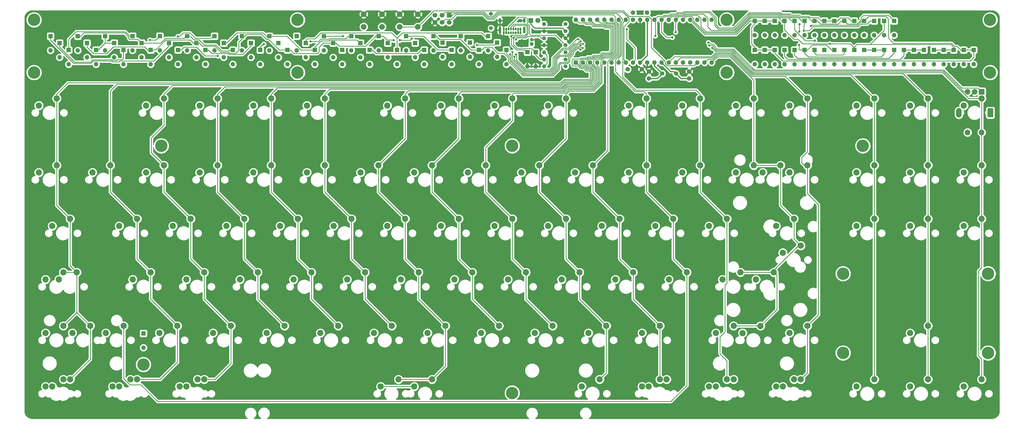
<source format=gbl>
G04 #@! TF.GenerationSoftware,KiCad,Pcbnew,5.1.10-88a1d61d58~90~ubuntu21.04.1*
G04 #@! TF.CreationDate,2021-08-16T12:22:22+02:00*
G04 #@! TF.ProjectId,mysterium-pcb,6d797374-6572-4697-956d-2d7063622e6b,rev?*
G04 #@! TF.SameCoordinates,Original*
G04 #@! TF.FileFunction,Copper,L2,Bot*
G04 #@! TF.FilePolarity,Positive*
%FSLAX46Y46*%
G04 Gerber Fmt 4.6, Leading zero omitted, Abs format (unit mm)*
G04 Created by KiCad (PCBNEW 5.1.10-88a1d61d58~90~ubuntu21.04.1) date 2021-08-16 12:22:22*
%MOMM*%
%LPD*%
G01*
G04 APERTURE LIST*
G04 #@! TA.AperFunction,ComponentPad*
%ADD10C,2.000000*%
G04 #@! TD*
G04 #@! TA.AperFunction,ComponentPad*
%ADD11R,2.000000X3.200000*%
G04 #@! TD*
G04 #@! TA.AperFunction,ComponentPad*
%ADD12R,2.000000X2.000000*%
G04 #@! TD*
G04 #@! TA.AperFunction,ComponentPad*
%ADD13C,2.200000*%
G04 #@! TD*
G04 #@! TA.AperFunction,ComponentPad*
%ADD14O,1.600000X1.600000*%
G04 #@! TD*
G04 #@! TA.AperFunction,ComponentPad*
%ADD15R,1.600000X1.600000*%
G04 #@! TD*
G04 #@! TA.AperFunction,ComponentPad*
%ADD16C,4.400000*%
G04 #@! TD*
G04 #@! TA.AperFunction,ComponentPad*
%ADD17C,1.500000*%
G04 #@! TD*
G04 #@! TA.AperFunction,ComponentPad*
%ADD18O,0.650000X1.000000*%
G04 #@! TD*
G04 #@! TA.AperFunction,ComponentPad*
%ADD19O,0.900000X2.400000*%
G04 #@! TD*
G04 #@! TA.AperFunction,ComponentPad*
%ADD20O,0.900000X1.700000*%
G04 #@! TD*
G04 #@! TA.AperFunction,ComponentPad*
%ADD21C,1.400000*%
G04 #@! TD*
G04 #@! TA.AperFunction,ComponentPad*
%ADD22O,1.400000X1.400000*%
G04 #@! TD*
G04 #@! TA.AperFunction,ComponentPad*
%ADD23C,1.800000*%
G04 #@! TD*
G04 #@! TA.AperFunction,ComponentPad*
%ADD24R,1.800000X1.800000*%
G04 #@! TD*
G04 #@! TA.AperFunction,ComponentPad*
%ADD25R,1.700000X1.700000*%
G04 #@! TD*
G04 #@! TA.AperFunction,ComponentPad*
%ADD26C,1.700000*%
G04 #@! TD*
G04 #@! TA.AperFunction,ComponentPad*
%ADD27C,1.600000*%
G04 #@! TD*
G04 #@! TA.AperFunction,ComponentPad*
%ADD28R,1.200000X1.200000*%
G04 #@! TD*
G04 #@! TA.AperFunction,ComponentPad*
%ADD29C,1.200000*%
G04 #@! TD*
G04 #@! TA.AperFunction,ViaPad*
%ADD30C,0.800000*%
G04 #@! TD*
G04 #@! TA.AperFunction,Conductor*
%ADD31C,0.400000*%
G04 #@! TD*
G04 #@! TA.AperFunction,Conductor*
%ADD32C,0.250000*%
G04 #@! TD*
G04 #@! TA.AperFunction,Conductor*
%ADD33C,0.254000*%
G04 #@! TD*
G04 #@! TA.AperFunction,Conductor*
%ADD34C,0.150000*%
G04 #@! TD*
G04 APERTURE END LIST*
D10*
X372825000Y-99399500D03*
X377825000Y-99399500D03*
G04 #@! TA.AperFunction,ComponentPad*
G36*
G01*
X369725000Y-90699500D02*
X369725000Y-90699500D01*
G75*
G02*
X370725000Y-91699500I0J-1000000D01*
G01*
X370725000Y-93099500D01*
G75*
G02*
X369725000Y-94099500I-1000000J0D01*
G01*
X369725000Y-94099500D01*
G75*
G02*
X368725000Y-93099500I0J1000000D01*
G01*
X368725000Y-91699500D01*
G75*
G02*
X369725000Y-90699500I1000000J0D01*
G01*
G37*
G04 #@! TD.AperFunction*
D11*
X380925000Y-92399500D03*
D10*
X372825000Y-84899500D03*
X375325000Y-84899500D03*
D12*
X377825000Y-84899500D03*
D13*
X292100000Y-149225000D03*
X285750000Y-151765000D03*
X307181750Y-142240000D03*
X313531750Y-139700000D03*
X299243750Y-168281350D03*
X292893750Y-170821350D03*
X315912500Y-168275000D03*
X309562500Y-170815000D03*
X289718750Y-168275000D03*
X283368750Y-170815000D03*
D14*
X346696818Y-64760499D03*
D15*
X346696818Y-59680499D03*
D13*
X315912500Y-111125000D03*
X309562500Y-113665000D03*
X296862500Y-111125000D03*
X290512500Y-113665000D03*
D14*
X343166818Y-64760499D03*
D15*
X343166818Y-59680499D03*
D13*
X73025000Y-168275000D03*
X66675000Y-170815000D03*
X51593750Y-168275000D03*
X45243750Y-170815000D03*
D14*
X80010000Y-176022000D03*
D15*
X80010000Y-170942000D03*
D16*
X287223200Y-78063500D03*
X134734300Y-78063500D03*
D13*
X297656250Y-151765000D03*
X304006250Y-149225000D03*
D14*
X311365410Y-75134948D03*
D15*
X311365410Y-70054948D03*
D14*
X72896866Y-75134948D03*
D15*
X72896866Y-70054948D03*
D14*
X108530629Y-72654655D03*
D15*
X108530629Y-67574655D03*
D14*
X321967188Y-75134948D03*
D15*
X321967188Y-70054948D03*
D14*
X343170744Y-75134948D03*
D15*
X343170744Y-70054948D03*
D14*
X339636818Y-75134948D03*
D15*
X339636818Y-70054948D03*
D14*
X339636818Y-64760499D03*
D15*
X339636818Y-59680499D03*
D14*
X336102892Y-75134948D03*
D15*
X336102892Y-70054948D03*
D14*
X325501114Y-75134948D03*
D15*
X325501114Y-70054948D03*
D14*
X314899336Y-75134948D03*
D15*
X314899336Y-70054948D03*
D14*
X314899336Y-64760499D03*
D15*
X314899336Y-59680499D03*
D14*
X150643258Y-75134948D03*
D15*
X150643258Y-70054948D03*
D14*
X69657433Y-72654655D03*
D15*
X69657433Y-67574655D03*
D14*
X66418000Y-70174362D03*
D15*
X66418000Y-65094362D03*
D14*
X63178567Y-75134948D03*
D15*
X63178567Y-70054948D03*
D14*
X346704670Y-75134948D03*
D15*
X346704670Y-70054948D03*
D14*
X329035040Y-64760499D03*
D15*
X329035040Y-59680499D03*
D14*
X318433262Y-64760499D03*
D15*
X318433262Y-59680499D03*
D14*
X199234783Y-75134948D03*
D15*
X199234783Y-70054948D03*
D14*
X183037588Y-70174362D03*
D15*
X183037588Y-65094362D03*
D14*
X163600990Y-70174362D03*
D15*
X163600990Y-65094362D03*
D14*
X147403825Y-72654655D03*
D15*
X147403825Y-67574655D03*
D14*
X131206660Y-75134948D03*
D15*
X131206660Y-70054948D03*
D14*
X115009495Y-70174362D03*
D15*
X115009495Y-65094362D03*
D14*
X98812330Y-72654655D03*
D15*
X98812330Y-67574655D03*
D14*
X82615165Y-75134948D03*
D15*
X82615165Y-70054948D03*
D14*
X59939134Y-72654655D03*
D15*
X59939134Y-67574655D03*
D14*
X329035040Y-75134948D03*
D15*
X329035040Y-70054948D03*
D14*
X318433262Y-75134948D03*
D15*
X318433262Y-70054948D03*
D14*
X311365410Y-64760499D03*
D15*
X311365410Y-59680499D03*
D14*
X208953100Y-75134948D03*
D15*
X208953100Y-70054948D03*
D14*
X195995344Y-72453500D03*
D15*
X195995344Y-67373500D03*
D14*
X179798155Y-75134948D03*
D15*
X179798155Y-70054948D03*
D14*
X160361557Y-75134948D03*
D15*
X160361557Y-70054948D03*
D14*
X144164392Y-70174362D03*
D15*
X144164392Y-65094362D03*
D14*
X127967227Y-72654655D03*
D15*
X127967227Y-67574655D03*
D14*
X111770062Y-75134948D03*
D15*
X111770062Y-70054948D03*
D14*
X95572897Y-70174362D03*
D15*
X95572897Y-65094362D03*
D14*
X79375732Y-72654655D03*
D15*
X79375732Y-67574655D03*
D14*
X56699701Y-70174362D03*
D15*
X56699701Y-65094362D03*
D14*
X357306448Y-75134948D03*
D15*
X357306448Y-70054948D03*
D14*
X353772522Y-75134948D03*
D15*
X353772522Y-70054948D03*
D14*
X350238596Y-75134948D03*
D15*
X350238596Y-70054948D03*
D14*
X332568966Y-64760499D03*
D15*
X332568966Y-59680499D03*
D14*
X325501114Y-64760499D03*
D15*
X325501114Y-59680499D03*
D14*
X321967188Y-64760499D03*
D15*
X321967188Y-59680499D03*
D14*
X307831484Y-75134948D03*
D15*
X307831484Y-70054948D03*
D14*
X192755905Y-70174362D03*
D15*
X192755905Y-65094362D03*
D14*
X186277027Y-72453500D03*
D15*
X186277027Y-67373500D03*
D14*
X176558722Y-72654655D03*
D15*
X176558722Y-67574655D03*
D14*
X157122124Y-72654655D03*
D15*
X157122124Y-67574655D03*
D14*
X140924959Y-75134948D03*
D15*
X140924959Y-70054948D03*
D14*
X124727794Y-70174362D03*
D15*
X124727794Y-65094362D03*
D14*
X92333464Y-75134948D03*
D15*
X92333464Y-70054948D03*
D14*
X76136299Y-70174362D03*
D15*
X76136299Y-65094362D03*
D14*
X53460268Y-75134948D03*
D15*
X53460268Y-70054948D03*
D14*
X367908226Y-75134948D03*
D15*
X367908226Y-70054948D03*
D14*
X364374300Y-75134948D03*
D15*
X364374300Y-70054948D03*
D14*
X360840374Y-75134948D03*
D15*
X360840374Y-70054948D03*
D14*
X332568966Y-75134948D03*
D15*
X332568966Y-70054948D03*
D14*
X307831484Y-64760499D03*
D15*
X307831484Y-59680499D03*
D14*
X205713661Y-72453500D03*
D15*
X205713661Y-67373500D03*
D14*
X189516466Y-75134948D03*
D15*
X189516466Y-70054948D03*
D14*
X173319289Y-70174362D03*
D15*
X173319289Y-65094362D03*
D14*
X166840423Y-72654655D03*
D15*
X166840423Y-67574655D03*
D14*
X153882691Y-70174362D03*
D15*
X153882691Y-65094362D03*
D14*
X134446093Y-70174362D03*
D15*
X134446093Y-65094362D03*
D14*
X118248928Y-72654655D03*
D15*
X118248928Y-67574655D03*
D14*
X102051763Y-75134948D03*
D15*
X102051763Y-70054948D03*
D14*
X85854598Y-70174362D03*
D15*
X85854598Y-65094362D03*
D14*
X50220835Y-72654655D03*
D15*
X50220835Y-67574655D03*
D14*
X374976098Y-75134948D03*
D15*
X374976098Y-70054948D03*
D14*
X371442152Y-75134948D03*
D15*
X371442152Y-70054948D03*
D14*
X336102892Y-64760499D03*
D15*
X336102892Y-59680499D03*
D14*
X297229706Y-64760499D03*
D15*
X297229706Y-59680499D03*
D14*
X297229706Y-75134948D03*
D15*
X297229706Y-70054948D03*
D14*
X300763632Y-64760499D03*
D15*
X300763632Y-59680499D03*
D14*
X300763632Y-75134948D03*
D15*
X300763632Y-70054948D03*
D14*
X304297558Y-64760499D03*
D15*
X304297558Y-59680499D03*
D14*
X304297558Y-75134948D03*
D15*
X304297558Y-70054948D03*
D14*
X202474222Y-70174362D03*
D15*
X202474222Y-65094362D03*
D14*
X170079856Y-75134948D03*
D15*
X170079856Y-70054948D03*
D14*
X137685526Y-72654655D03*
D15*
X137685526Y-67574655D03*
D14*
X121488361Y-75134948D03*
D15*
X121488361Y-70054948D03*
D14*
X105291196Y-70174362D03*
D15*
X105291196Y-65094362D03*
D14*
X89094031Y-72654655D03*
D15*
X89094031Y-67574655D03*
D14*
X46981402Y-70174362D03*
D15*
X46981402Y-65094362D03*
D16*
X287223200Y-59313500D03*
X41147500Y-59313500D03*
X380120412Y-177904900D03*
X328583688Y-177904900D03*
X380120412Y-149669500D03*
X328583688Y-149669500D03*
X79998700Y-182037500D03*
X86360000Y-104152700D03*
X335597500Y-104152700D03*
X211016251Y-192163700D03*
X211016251Y-104152700D03*
X134734300Y-59313500D03*
X380810000Y-59313500D03*
X380810000Y-78063500D03*
X41147500Y-78063500D03*
D13*
X244475000Y-168275000D03*
X238125000Y-170815000D03*
X258762500Y-111125000D03*
X252412500Y-113665000D03*
D17*
X269227300Y-78447900D03*
X264347300Y-78447900D03*
D18*
X212291251Y-63897700D03*
X213991251Y-63897700D03*
X213141251Y-63897700D03*
X211441251Y-63897700D03*
X210591251Y-63897700D03*
X209741251Y-63897700D03*
X208891251Y-63897700D03*
X208041251Y-63897700D03*
X213991251Y-62572700D03*
X213136251Y-62572700D03*
X212286251Y-62572700D03*
X211436251Y-62572700D03*
X210586251Y-62572700D03*
X209736251Y-62572700D03*
X208886251Y-62572700D03*
X208036251Y-62572700D03*
D19*
X215341251Y-62917700D03*
X206691251Y-62917700D03*
D20*
X215341251Y-59537700D03*
X206691251Y-59537700D03*
D15*
X233616500Y-74485500D03*
D14*
X281876500Y-59245500D03*
X236156500Y-74485500D03*
X279336500Y-59245500D03*
X238696500Y-74485500D03*
X276796500Y-59245500D03*
X241236500Y-74485500D03*
X274256500Y-59245500D03*
X243776500Y-74485500D03*
X271716500Y-59245500D03*
X246316500Y-74485500D03*
X269176500Y-59245500D03*
X248856500Y-74485500D03*
X266636500Y-59245500D03*
X251396500Y-74485500D03*
X264096500Y-59245500D03*
X253936500Y-74485500D03*
X261556500Y-59245500D03*
X256476500Y-74485500D03*
X259016500Y-59245500D03*
X259016500Y-74485500D03*
X256476500Y-59245500D03*
X261556500Y-74485500D03*
X253936500Y-59245500D03*
X264096500Y-74485500D03*
X251396500Y-59245500D03*
X266636500Y-74485500D03*
X248856500Y-59245500D03*
X269176500Y-74485500D03*
X246316500Y-59245500D03*
X271716500Y-74485500D03*
X243776500Y-59245500D03*
X274256500Y-74485500D03*
X241236500Y-59245500D03*
X276796500Y-74485500D03*
X238696500Y-59245500D03*
X279336500Y-74485500D03*
X236156500Y-59245500D03*
X281876500Y-74485500D03*
X233616500Y-59245500D03*
D13*
X377825000Y-187325000D03*
X371475000Y-189865000D03*
X358775000Y-187325000D03*
X352425000Y-189865000D03*
X339725000Y-187325000D03*
X333375000Y-189865000D03*
X313531250Y-187325000D03*
X307181250Y-189865000D03*
X304800000Y-189865000D03*
X311150000Y-187325000D03*
X287337500Y-187325000D03*
X280987500Y-189865000D03*
X289718750Y-187325000D03*
X283368750Y-189865000D03*
X265906250Y-187325000D03*
X259556250Y-189865000D03*
X257175000Y-189865000D03*
X263525000Y-187325000D03*
X242093750Y-187325000D03*
X235743750Y-189865000D03*
X182562500Y-187325000D03*
X176212500Y-189865000D03*
X170656250Y-187325000D03*
X164306250Y-189865000D03*
X92868750Y-189865000D03*
X99218750Y-187325000D03*
X95250000Y-189865000D03*
X101600000Y-187325000D03*
X77787500Y-187325000D03*
X71437500Y-189865000D03*
X75406250Y-187325000D03*
X69056250Y-189865000D03*
X51593750Y-187325000D03*
X45243750Y-189865000D03*
X47625000Y-189865000D03*
X53975000Y-187325000D03*
X358775000Y-168275000D03*
X352425000Y-170815000D03*
X263525000Y-168275000D03*
X257175000Y-170815000D03*
X225425000Y-168275000D03*
X219075000Y-170815000D03*
X206375000Y-168275000D03*
X200025000Y-170815000D03*
X187325000Y-168275000D03*
X180975000Y-170815000D03*
X168275000Y-168275000D03*
X161925000Y-170815000D03*
X149225000Y-168275000D03*
X142875000Y-170815000D03*
X130175000Y-168275000D03*
X123825000Y-170815000D03*
X111125000Y-168275000D03*
X104775000Y-170815000D03*
X92075000Y-168275000D03*
X85725000Y-170815000D03*
X54768750Y-170815000D03*
X61118750Y-168275000D03*
X273050000Y-149225000D03*
X266700000Y-151765000D03*
X254000000Y-149225000D03*
X247650000Y-151765000D03*
X234950000Y-149225000D03*
X228600000Y-151765000D03*
X215900000Y-149225000D03*
X209550000Y-151765000D03*
X196850000Y-149225000D03*
X190500000Y-151765000D03*
X177800000Y-149225000D03*
X171450000Y-151765000D03*
X158750000Y-149225000D03*
X152400000Y-151765000D03*
X139700000Y-149225000D03*
X133350000Y-151765000D03*
X120650000Y-149225000D03*
X114300000Y-151765000D03*
X101600000Y-149225000D03*
X95250000Y-151765000D03*
X82550000Y-149225000D03*
X76200000Y-151765000D03*
X51593750Y-149225000D03*
X45243750Y-151765000D03*
X56356250Y-149225000D03*
X50006250Y-151765000D03*
X377825000Y-130175000D03*
X371475000Y-132715000D03*
X358775000Y-130175000D03*
X352425000Y-132715000D03*
X339725000Y-130175000D03*
X333375000Y-132715000D03*
X304800000Y-132715000D03*
X311150000Y-130175000D03*
X287337500Y-130175000D03*
X280987500Y-132715000D03*
X268287500Y-130175000D03*
X261937500Y-132715000D03*
X249237500Y-130175000D03*
X242887500Y-132715000D03*
X230187500Y-130175000D03*
X223837500Y-132715000D03*
X211137500Y-130175000D03*
X204787500Y-132715000D03*
X192087500Y-130175000D03*
X185737500Y-132715000D03*
X173037500Y-130175000D03*
X166687500Y-132715000D03*
X153987500Y-130175000D03*
X147637500Y-132715000D03*
X134937500Y-130175000D03*
X128587500Y-132715000D03*
X115887500Y-130175000D03*
X109537500Y-132715000D03*
X96837500Y-130175000D03*
X90487500Y-132715000D03*
X77787500Y-130175000D03*
X71437500Y-132715000D03*
X47625000Y-132715000D03*
X53975000Y-130175000D03*
X377825000Y-111125000D03*
X371475000Y-113665000D03*
X358775000Y-111125000D03*
X352425000Y-113665000D03*
X339725000Y-111125000D03*
X333375000Y-113665000D03*
X306387500Y-111125000D03*
X300037500Y-113665000D03*
X277812500Y-111125000D03*
X271462500Y-113665000D03*
X239712500Y-111125000D03*
X233362500Y-113665000D03*
X220662500Y-111125000D03*
X214312500Y-113665000D03*
X201612500Y-111125000D03*
X195262500Y-113665000D03*
X182562500Y-111125000D03*
X176212500Y-113665000D03*
X163512500Y-111125000D03*
X157162500Y-113665000D03*
X144462500Y-111125000D03*
X138112500Y-113665000D03*
X125412500Y-111125000D03*
X119062500Y-113665000D03*
X106362500Y-111125000D03*
X100012500Y-113665000D03*
X87312500Y-111125000D03*
X80962500Y-113665000D03*
X68262500Y-111125000D03*
X61912500Y-113665000D03*
X49212500Y-111125000D03*
X42862500Y-113665000D03*
X377825000Y-87312500D03*
X371475000Y-89852500D03*
X358775000Y-87312500D03*
X352425000Y-89852500D03*
X339725000Y-87312500D03*
X333375000Y-89852500D03*
X315912500Y-87312500D03*
X309562500Y-89852500D03*
X296862500Y-87312500D03*
X290512500Y-89852500D03*
X277812500Y-87312500D03*
X271462500Y-89852500D03*
X258762500Y-87312500D03*
X252412500Y-89852500D03*
X230187500Y-87312500D03*
X223837500Y-89852500D03*
X211137500Y-87312500D03*
X204787500Y-89852500D03*
X192087500Y-87312500D03*
X185737500Y-89852500D03*
X173037500Y-87312500D03*
X166687500Y-89852500D03*
X144462500Y-87312500D03*
X138112500Y-89852500D03*
X125412500Y-87312500D03*
X119062500Y-89852500D03*
X106362500Y-87312500D03*
X100012500Y-89852500D03*
X87312500Y-87312500D03*
X80962500Y-89852500D03*
X49212500Y-87312500D03*
X42862500Y-89852500D03*
D10*
X164784597Y-57289700D03*
X164784597Y-61789700D03*
X158284597Y-57289700D03*
X158284597Y-61789700D03*
D21*
X229984300Y-60820300D03*
D22*
X222364300Y-60820300D03*
D21*
X229984300Y-63331263D03*
D22*
X222364300Y-63331263D03*
D21*
X229984300Y-75886078D03*
D22*
X222364300Y-75886078D03*
D21*
X229984300Y-73375115D03*
D22*
X222364300Y-73375115D03*
D21*
X229984300Y-70864152D03*
D22*
X222364300Y-70864152D03*
D21*
X229984300Y-68353189D03*
D22*
X222364300Y-68353189D03*
D21*
X229984300Y-65842226D03*
D22*
X222364300Y-65842226D03*
D23*
X220135499Y-59524900D03*
D24*
X217595499Y-59524900D03*
D25*
X188688397Y-57696100D03*
D26*
X188688397Y-60236100D03*
X186148397Y-57696100D03*
X186148397Y-60236100D03*
X183608397Y-57696100D03*
X183608397Y-60236100D03*
D21*
X203515397Y-57178100D03*
X203515397Y-62278100D03*
D14*
X219367100Y-75882500D03*
D15*
X219367100Y-70802500D03*
D14*
X216420700Y-75882500D03*
D15*
X216420700Y-70802500D03*
D27*
X257082300Y-76923900D03*
X252082300Y-76923900D03*
X253940300Y-56756300D03*
X258940300Y-56756300D03*
D28*
X217945459Y-67911544D03*
D29*
X217945459Y-66411544D03*
D27*
X259626100Y-77700500D03*
X259626100Y-80200500D03*
X273951700Y-77700500D03*
X273951700Y-80200500D03*
D10*
X177523197Y-57315100D03*
X177523197Y-61815100D03*
X171023197Y-57315100D03*
X171023197Y-61815100D03*
D30*
X247078500Y-124320300D03*
X244005100Y-145681700D03*
X184035700Y-86677500D03*
X352234500Y-72136000D03*
X120764300Y-67652900D03*
X113652300Y-73164700D03*
X179235100Y-66484500D03*
X181825900Y-72478900D03*
X198920100Y-65468500D03*
X185102500Y-75730100D03*
X193890900Y-72301100D03*
X203669900Y-73723500D03*
X158813500Y-72682100D03*
X63131700Y-65163700D03*
X73215500Y-66687700D03*
X111975900Y-67221100D03*
X117767100Y-65468500D03*
X166611300Y-70091300D03*
X227647500Y-69532500D03*
X214490300Y-66586100D03*
X266230100Y-62395100D03*
X252666500Y-69659500D03*
X252603000Y-72580500D03*
X214312500Y-68745100D03*
X230289100Y-78371700D03*
X186728100Y-65163700D03*
X198259700Y-59550300D03*
X138315700Y-64935100D03*
X298970700Y-62242700D03*
X338328000Y-61976000D03*
X253580900Y-62547500D03*
X372999000Y-72136000D03*
X293763700Y-63182500D03*
X275399500Y-62826900D03*
X126631700Y-70700900D03*
X153835100Y-74053700D03*
X165036500Y-66687700D03*
X159016700Y-65316100D03*
X291706300Y-57518300D03*
X92202000Y-104140000D03*
X106680000Y-142240000D03*
X118110000Y-173990000D03*
X72136000Y-96012000D03*
X89408000Y-141732000D03*
X100076000Y-178816000D03*
X74549000Y-72390000D03*
X79375000Y-70485000D03*
X339217000Y-80645000D03*
X320040000Y-63246000D03*
X295656000Y-158496000D03*
X263525000Y-56896000D03*
X256413000Y-56832500D03*
X210654900Y-65138300D03*
X211506910Y-65712784D03*
X251701300Y-62674500D03*
X212407500Y-66306700D03*
X122796300Y-67957700D03*
X92265500Y-65163700D03*
X235281549Y-68429223D03*
X317157100Y-61455300D03*
X210299300Y-71640700D03*
X198488300Y-68287900D03*
X236135755Y-67867331D03*
X139382500Y-66967100D03*
X211061300Y-70802500D03*
X82283300Y-66433700D03*
X323837300Y-67805300D03*
X106489500Y-72174100D03*
X211888283Y-72466852D03*
X235302560Y-66979211D03*
X261912100Y-65011300D03*
X150863300Y-65112900D03*
X236108519Y-69317710D03*
X269100300Y-63690500D03*
X318528700Y-66713100D03*
X267931900Y-65570100D03*
X235273468Y-69901910D03*
X168922700Y-66586100D03*
X171157900Y-66586100D03*
X175348900Y-65976500D03*
X313067700Y-63538100D03*
X313143900Y-60921900D03*
X312940700Y-68287900D03*
X212390157Y-71601898D03*
X234565373Y-66254201D03*
X314642500Y-63131700D03*
X282130500Y-69342000D03*
X281051000Y-68389500D03*
X280701490Y-67392443D03*
D31*
X213991251Y-62572700D02*
X213991251Y-63897700D01*
X208036251Y-63892700D02*
X208041251Y-63897700D01*
X208036251Y-62572700D02*
X208036251Y-63892700D01*
X219367100Y-75882500D02*
X216420700Y-75882500D01*
X218793987Y-66411544D02*
X217945459Y-66411544D01*
X219432706Y-66411544D02*
X218793987Y-66411544D01*
X221374351Y-68353189D02*
X219432706Y-66411544D01*
X222364300Y-68353189D02*
X221374351Y-68353189D01*
X230002426Y-65824100D02*
X229984300Y-65842226D01*
X229284301Y-65142227D02*
X229284301Y-65124101D01*
X229984300Y-65842226D02*
X229284301Y-65142227D01*
X227491463Y-63331263D02*
X222364300Y-63331263D01*
X229284301Y-65124101D02*
X227491463Y-63331263D01*
D32*
X172437410Y-61815100D02*
X177523197Y-61815100D01*
X171023197Y-61815100D02*
X172437410Y-61815100D01*
X177523197Y-61815100D02*
X183267797Y-56070500D01*
X183267797Y-56070500D02*
X250532900Y-56070500D01*
X266096499Y-75610501D02*
X275671499Y-75610501D01*
X265366500Y-74880502D02*
X266096499Y-75610501D01*
X265366500Y-74090498D02*
X265366500Y-74880502D01*
X260431499Y-69155497D02*
X265366500Y-74090498D01*
X275671499Y-75610501D02*
X276796500Y-74485500D01*
X260431499Y-58995497D02*
X260431499Y-69155497D01*
X259556501Y-58120499D02*
X260431499Y-58995497D01*
X252582899Y-58120499D02*
X259556501Y-58120499D01*
X250532900Y-56070500D02*
X252582899Y-58120499D01*
D31*
X264325100Y-74714100D02*
X264096500Y-74485500D01*
X264896499Y-75285499D02*
X264096500Y-74485500D01*
X267308901Y-77697901D02*
X264896499Y-75285499D01*
X268477301Y-77697901D02*
X267308901Y-77697901D01*
X269227300Y-78447900D02*
X268477301Y-77697901D01*
X270979900Y-80200500D02*
X273951700Y-80200500D01*
X269227300Y-78447900D02*
X270979900Y-80200500D01*
X261556500Y-75657100D02*
X261556500Y-74485500D01*
X264347300Y-78447900D02*
X261556500Y-75657100D01*
X262594700Y-80200500D02*
X264347300Y-78447900D01*
X259626100Y-80200500D02*
X262594700Y-80200500D01*
X259016500Y-59245500D02*
X259016500Y-71945500D01*
X259016500Y-71945500D02*
X256476500Y-74485500D01*
D32*
X174656866Y-189865000D02*
X164306250Y-189865000D01*
X176212500Y-189865000D02*
X174656866Y-189865000D01*
X210781900Y-65265300D02*
X210654900Y-65138300D01*
X210781900Y-68135500D02*
X210781900Y-65265300D01*
X212636100Y-69989700D02*
X210781900Y-68135500D01*
X215328500Y-69989700D02*
X212636100Y-69989700D01*
X216420700Y-70802500D02*
X216141300Y-70802500D01*
X216141300Y-70802500D02*
X215328500Y-69989700D01*
X211436251Y-61822700D02*
X212006851Y-61252100D01*
X212006851Y-61252100D02*
X215732078Y-61252100D01*
X215732078Y-61252100D02*
X216242900Y-61762922D01*
X216242900Y-61762922D02*
X216242900Y-64096900D01*
X215601499Y-64738301D02*
X211054899Y-64738301D01*
X216242900Y-64096900D02*
X215601499Y-64738301D01*
X211436251Y-62572700D02*
X211436251Y-61822700D01*
X211054899Y-64738301D02*
X210654900Y-65138300D01*
X223064299Y-71564151D02*
X222364300Y-70864152D01*
X223389301Y-71889153D02*
X223064299Y-71564151D01*
X223389301Y-74861077D02*
X223389301Y-71889153D01*
X222364300Y-75886078D02*
X223389301Y-74861077D01*
X215709500Y-65290700D02*
X211928994Y-65290700D01*
X210586251Y-62572700D02*
X210586251Y-61822700D01*
X211906909Y-65312785D02*
X211506910Y-65712784D01*
X216700100Y-64300100D02*
X215709500Y-65290700D01*
X215911290Y-60794900D02*
X216700100Y-61583710D01*
X211928994Y-65290700D02*
X211906909Y-65312785D01*
X216700100Y-61583710D02*
X216700100Y-64300100D01*
X211614051Y-60794900D02*
X215911290Y-60794900D01*
X210586251Y-61822700D02*
X211614051Y-60794900D01*
X221374351Y-73375115D02*
X222364300Y-73375115D01*
X220889715Y-73375115D02*
X221374351Y-73375115D01*
X219367100Y-71852500D02*
X220889715Y-73375115D01*
X219367100Y-70802500D02*
X219367100Y-71852500D01*
X211506910Y-66278469D02*
X211506910Y-65712784D01*
X211506910Y-68200110D02*
X211506910Y-66278469D01*
X212839300Y-69532500D02*
X211506910Y-68200110D01*
X217970100Y-69532500D02*
X212839300Y-69532500D01*
X219240100Y-70802500D02*
X217970100Y-69532500D01*
X219367100Y-70802500D02*
X219240100Y-70802500D01*
D31*
X213136251Y-63892700D02*
X213141251Y-63897700D01*
X213136251Y-62572700D02*
X213136251Y-63892700D01*
X208886251Y-63892700D02*
X208891251Y-63897700D01*
X208886251Y-62572700D02*
X208886251Y-63892700D01*
D32*
X189788397Y-57696100D02*
X188688397Y-57696100D01*
X190499597Y-56984900D02*
X189788397Y-57696100D01*
X204193798Y-58653112D02*
X202594912Y-58653112D01*
X248856500Y-74485500D02*
X248856500Y-74460100D01*
X202594912Y-58653112D02*
X200926700Y-56984900D01*
X205843799Y-57003111D02*
X204193798Y-58653112D01*
X248212900Y-57003111D02*
X205843799Y-57003111D01*
X249796300Y-59970702D02*
X250151900Y-59615102D01*
X200926700Y-56984900D02*
X190499597Y-56984900D01*
X250151900Y-59615102D02*
X250151900Y-58942111D01*
X250151900Y-58942111D02*
X248212900Y-57003111D01*
X249796300Y-71894700D02*
X249796300Y-71361300D01*
X249796300Y-70827900D02*
X249796300Y-71894700D01*
X249796300Y-71361300D02*
X249796300Y-70827900D01*
X249796300Y-70827900D02*
X249796300Y-59970702D01*
X249796300Y-71894700D02*
X248856500Y-72834500D01*
X248856500Y-72834500D02*
X248856500Y-74485500D01*
X187323398Y-56521099D02*
X186148397Y-57696100D01*
X201123299Y-56521099D02*
X187323398Y-56521099D01*
X202805301Y-58203101D02*
X201123299Y-56521099D01*
X204007398Y-58203101D02*
X202805301Y-58203101D01*
X205657399Y-56553100D02*
X204007398Y-58203101D01*
X251396500Y-74485500D02*
X251396500Y-74206100D01*
X251396500Y-74206100D02*
X250710700Y-73520300D01*
X250710700Y-73520300D02*
X250710700Y-61785500D01*
X250710700Y-61785500D02*
X252521501Y-59974699D01*
X250369102Y-56553100D02*
X205657399Y-56553100D01*
X252521501Y-59974699D02*
X252521501Y-58705499D01*
X252521501Y-58705499D02*
X250369102Y-56553100D01*
X246316500Y-74485500D02*
X246443500Y-74485500D01*
X247586500Y-58102500D02*
X247586500Y-59651900D01*
X246937122Y-57453122D02*
X247586500Y-58102500D01*
X206125498Y-57453122D02*
X246937122Y-57453122D01*
X204475497Y-59103123D02*
X206125498Y-57453122D01*
X187323398Y-59061099D02*
X189528701Y-59061099D01*
X186148397Y-60236100D02*
X187323398Y-59061099D01*
X189528701Y-59061099D02*
X191147700Y-57442100D01*
X200723500Y-57442100D02*
X202384523Y-59103123D01*
X191147700Y-57442100D02*
X200723500Y-57442100D01*
X202384523Y-59103123D02*
X204475497Y-59103123D01*
X247586500Y-59651900D02*
X248450100Y-60515500D01*
X248450100Y-60515500D02*
X248602500Y-60667900D01*
X246316500Y-74053700D02*
X246316500Y-74485500D01*
X248881900Y-71488300D02*
X246316500Y-74053700D01*
X248450100Y-60515500D02*
X248881900Y-60947300D01*
X248881900Y-60947300D02*
X248881900Y-71488300D01*
X254736499Y-73685501D02*
X254736499Y-69316499D01*
X253936500Y-74485500D02*
X254736499Y-73685501D01*
X251701300Y-66281300D02*
X251701300Y-62674500D01*
X254736499Y-69316499D02*
X251701300Y-66281300D01*
D31*
X217595499Y-60824900D02*
X217595499Y-59524900D01*
X219001861Y-62231262D02*
X217595499Y-60824900D01*
X228884299Y-62231262D02*
X219001861Y-62231262D01*
X229984300Y-63331263D02*
X228884299Y-62231262D01*
D32*
X222364300Y-65925700D02*
X222161100Y-65925700D01*
X212407500Y-66154300D02*
X212407500Y-66306700D01*
X221374351Y-65842226D02*
X220746625Y-65214500D01*
X222364300Y-65842226D02*
X221374351Y-65842226D01*
X220746625Y-65214500D02*
X216446100Y-65214500D01*
X216446100Y-65214500D02*
X215912700Y-65747900D01*
X215912700Y-65747900D02*
X212813900Y-65747900D01*
X212813900Y-65747900D02*
X212407500Y-66154300D01*
X217157300Y-61404500D02*
X217157300Y-64274700D01*
X209736251Y-62572700D02*
X209736251Y-61822700D01*
X209736251Y-61822700D02*
X213196261Y-58362690D01*
X213196261Y-58362690D02*
X215715690Y-58362690D01*
X215715690Y-58362690D02*
X216370498Y-59017498D01*
X216370498Y-59017498D02*
X216370498Y-60617698D01*
X216370498Y-60617698D02*
X217157300Y-61404500D01*
X226388411Y-64757300D02*
X229984300Y-68353189D01*
X217639900Y-64757300D02*
X226388411Y-64757300D01*
X217157300Y-64274700D02*
X217639900Y-64757300D01*
X297229706Y-69004948D02*
X297229706Y-70054948D01*
X296104705Y-67879947D02*
X297229706Y-69004948D01*
X296104705Y-61855500D02*
X296104705Y-67879947D01*
X297229706Y-60730499D02*
X296104705Y-61855500D01*
X297229706Y-59680499D02*
X297229706Y-60730499D01*
X298279706Y-70054948D02*
X300763632Y-70054948D01*
X297229706Y-70054948D02*
X298279706Y-70054948D01*
X301813632Y-70054948D02*
X304297558Y-70054948D01*
X300763632Y-70054948D02*
X301813632Y-70054948D01*
X304297558Y-71104948D02*
X307093910Y-73901300D01*
X304297558Y-70054948D02*
X304297558Y-71104948D01*
X307093910Y-73901300D02*
X373748300Y-73901300D01*
X374976098Y-72673502D02*
X374976098Y-70054948D01*
X373748300Y-73901300D02*
X374976098Y-72673502D01*
X373926098Y-70054948D02*
X371442152Y-70054948D01*
X374976098Y-70054948D02*
X373926098Y-70054948D01*
X297229706Y-59680499D02*
X296179706Y-59680499D01*
X55244289Y-74783111D02*
X46981402Y-66520224D01*
X46981402Y-66520224D02*
X46981402Y-65094362D01*
X61311500Y-74783111D02*
X55244289Y-74783111D01*
X62142510Y-73952100D02*
X61311500Y-74783111D01*
X68653466Y-73952100D02*
X62142510Y-73952100D01*
X89094031Y-67574655D02*
X89094031Y-68624655D01*
X89094031Y-68624655D02*
X83766586Y-73952100D01*
X71615300Y-73952100D02*
X71337733Y-74229667D01*
X71337733Y-74229667D02*
X68931032Y-74229667D01*
X68931032Y-74229667D02*
X68653466Y-73952100D01*
X122535609Y-67957700D02*
X122796300Y-67957700D01*
X121488361Y-70054948D02*
X121488361Y-69004948D01*
X121488361Y-69004948D02*
X122535609Y-67957700D01*
X104780838Y-65094362D02*
X105291196Y-65094362D01*
X92831185Y-65163700D02*
X94050385Y-63944500D01*
X92265500Y-65163700D02*
X92831185Y-65163700D01*
X94050385Y-63944500D02*
X96608037Y-63944500D01*
X96608037Y-63944500D02*
X98513037Y-65849500D01*
X98513037Y-65849500D02*
X104025700Y-65849500D01*
X104025700Y-65849500D02*
X104780838Y-65094362D01*
X170079856Y-66368744D02*
X170079856Y-65784544D01*
X170079856Y-66368744D02*
X170079856Y-70054948D01*
X170079856Y-65784544D02*
X171945300Y-63919100D01*
X201424222Y-65094362D02*
X202474222Y-65094362D01*
X200248960Y-63919100D02*
X201424222Y-65094362D01*
X171945300Y-63919100D02*
X200248960Y-63919100D01*
X137685526Y-66524655D02*
X137685526Y-67574655D01*
X138122291Y-66087891D02*
X137685526Y-66524655D01*
X140985861Y-66087891D02*
X138122291Y-66087891D01*
X143104391Y-63969361D02*
X140985861Y-66087891D01*
X168236361Y-63969361D02*
X143104391Y-63969361D01*
X170079856Y-65812856D02*
X168236361Y-63969361D01*
X170079856Y-66368744D02*
X170079856Y-65812856D01*
X298279706Y-59680499D02*
X300763632Y-59680499D01*
X297229706Y-59680499D02*
X298279706Y-59680499D01*
X300763632Y-59680499D02*
X304297558Y-59680499D01*
X234937300Y-68719700D02*
X235227777Y-68429223D01*
X233514900Y-68719700D02*
X234937300Y-68719700D01*
X231838500Y-71183500D02*
X231838500Y-70396100D01*
X231838500Y-70396100D02*
X233514900Y-68719700D01*
X230671886Y-72350114D02*
X231838500Y-71183500D01*
X227954086Y-72350114D02*
X230671886Y-72350114D01*
X226885500Y-73418700D02*
X227954086Y-72350114D01*
X210299300Y-71640700D02*
X210604100Y-71945500D01*
X210604100Y-73647300D02*
X215328500Y-78371700D01*
X210604100Y-71945500D02*
X210604100Y-73647300D01*
X215328500Y-78371700D02*
X225056700Y-78371700D01*
X225056700Y-78371700D02*
X226885500Y-76542900D01*
X235227777Y-68429223D02*
X235281549Y-68429223D01*
X226885500Y-76542900D02*
X226885500Y-73418700D01*
X279514300Y-64503300D02*
X274256500Y-59245500D01*
X290664900Y-64503300D02*
X279514300Y-64503300D01*
X296179706Y-59680499D02*
X295487701Y-59680499D01*
X295487701Y-59680499D02*
X290664900Y-64503300D01*
X337680300Y-58102500D02*
X336102892Y-59679908D01*
X336102892Y-59679908D02*
X336102892Y-59680499D01*
X344678000Y-59006679D02*
X344678000Y-62357000D01*
X344678000Y-62357000D02*
X344678000Y-62179200D01*
X343773821Y-58102500D02*
X344678000Y-59006679D01*
X337680300Y-58102500D02*
X343773821Y-58102500D01*
X346519500Y-67627500D02*
X344678000Y-65786000D01*
X367169700Y-67627500D02*
X346519500Y-67627500D01*
X368338100Y-68795900D02*
X367169700Y-67627500D01*
X369133104Y-68795900D02*
X368338100Y-68795900D01*
X344678000Y-65786000D02*
X344678000Y-62357000D01*
X370392152Y-70054948D02*
X369133104Y-68795900D01*
X371442152Y-70054948D02*
X370392152Y-70054948D01*
X80352900Y-73952100D02*
X71615300Y-73952100D01*
X83766586Y-73952100D02*
X80352900Y-73952100D01*
X336102892Y-59680499D02*
X335390378Y-59680499D01*
X317356890Y-61255510D02*
X317157100Y-61455300D01*
X333815367Y-61255510D02*
X317356890Y-61255510D01*
X335390378Y-59680499D02*
X333815367Y-61255510D01*
X360840374Y-70054948D02*
X364374300Y-70054948D01*
X365424300Y-70054948D02*
X367908226Y-70054948D01*
X364374300Y-70054948D02*
X365424300Y-70054948D01*
X333463814Y-68110100D02*
X332568966Y-69004948D01*
X367908226Y-69004948D02*
X367013378Y-68110100D01*
X367908226Y-70054948D02*
X367908226Y-69004948D01*
X50220835Y-69000517D02*
X50220835Y-67574655D01*
X55553418Y-74333100D02*
X50220835Y-69000517D01*
X61125100Y-74333100D02*
X55553418Y-74333100D01*
X72896866Y-70054948D02*
X72896866Y-73026134D01*
X68832676Y-73494900D02*
X61963300Y-73494900D01*
X72896866Y-73026134D02*
X72435444Y-73487556D01*
X72435444Y-73487556D02*
X70642756Y-73487556D01*
X61963300Y-73494900D02*
X61125100Y-74333100D01*
X70642756Y-73487556D02*
X70350656Y-73779656D01*
X70350656Y-73779656D02*
X69117432Y-73779656D01*
X69117432Y-73779656D02*
X68832676Y-73494900D01*
X102051763Y-70054948D02*
X103101763Y-70054948D01*
X115243623Y-71629960D02*
X118248928Y-68624655D01*
X118248928Y-68624655D02*
X118248928Y-67574655D01*
X110193064Y-71299363D02*
X110523661Y-71629960D01*
X110523661Y-71629960D02*
X115243623Y-71629960D01*
X104346178Y-71299363D02*
X110193064Y-71299363D01*
X103101763Y-70054948D02*
X104346178Y-71299363D01*
X188466466Y-70054948D02*
X189516466Y-70054948D01*
X184583176Y-70054948D02*
X188466466Y-70054948D01*
X179622590Y-65094362D02*
X184583176Y-70054948D01*
X173319289Y-65094362D02*
X179622590Y-65094362D01*
X199053985Y-68287900D02*
X198488300Y-68287900D01*
X204609700Y-68287900D02*
X199053985Y-68287900D01*
X205713661Y-67373500D02*
X205524100Y-67373500D01*
X205524100Y-67373500D02*
X204609700Y-68287900D01*
X145937704Y-66219363D02*
X146231367Y-65925700D01*
X142974391Y-66219363D02*
X145937704Y-66219363D01*
X142226654Y-66967100D02*
X142974391Y-66219363D01*
X139382500Y-66967100D02*
X142226654Y-66967100D01*
X152832691Y-65094362D02*
X153882691Y-65094362D01*
X152001353Y-65925700D02*
X152832691Y-65094362D01*
X146231367Y-65925700D02*
X152001353Y-65925700D01*
X332568966Y-69004948D02*
X332568966Y-69247166D01*
X332568966Y-69247166D02*
X332568966Y-70054948D01*
X205713661Y-67373500D02*
X205803500Y-67373500D01*
X235972637Y-67704213D02*
X236135755Y-67867331D01*
X234405310Y-68262500D02*
X234963597Y-67704213D01*
X233311700Y-68262500D02*
X234405310Y-68262500D01*
X231381300Y-70192900D02*
X233311700Y-68262500D01*
X230470754Y-71894700D02*
X231381300Y-70984154D01*
X231381300Y-70984154D02*
X231381300Y-70192900D01*
X227749100Y-71894700D02*
X230470754Y-71894700D01*
X211061300Y-70802500D02*
X211061300Y-73444100D01*
X211061300Y-73444100D02*
X215524723Y-77907523D01*
X215524723Y-77907523D02*
X224860477Y-77907523D01*
X234963597Y-67704213D02*
X235972637Y-67704213D01*
X224860477Y-77907523D02*
X226428300Y-76339700D01*
X226428300Y-76339700D02*
X226428300Y-73215500D01*
X226428300Y-73215500D02*
X227749100Y-71894700D01*
X274796501Y-58120499D02*
X272841501Y-58120499D01*
X275381501Y-59710101D02*
X275381501Y-58705499D01*
X307831484Y-59680499D02*
X306781484Y-59680499D01*
X275381501Y-58705499D02*
X274796501Y-58120499D01*
X306781484Y-59680499D02*
X305635285Y-58534300D01*
X305635285Y-58534300D02*
X295973500Y-58534300D01*
X295973500Y-58534300D02*
X290461700Y-64046100D01*
X272841501Y-58120499D02*
X271716500Y-59245500D01*
X290461700Y-64046100D02*
X279717500Y-64046100D01*
X279717500Y-64046100D02*
X275381501Y-59710101D01*
X343166818Y-63095497D02*
X338152215Y-68110100D01*
X343166818Y-59680499D02*
X343166818Y-63095497D01*
X338152215Y-68110100D02*
X337781900Y-68110100D01*
X337781900Y-68110100D02*
X333463814Y-68110100D01*
X367013378Y-68110100D02*
X337781900Y-68110100D01*
X85854598Y-65094362D02*
X85807038Y-65094362D01*
X85807038Y-65094362D02*
X84467700Y-66433700D01*
X84467700Y-66433700D02*
X83985100Y-66433700D01*
X82283300Y-66433700D02*
X83985100Y-66433700D01*
X332568966Y-69247166D02*
X331127100Y-67805300D01*
X307831484Y-62891575D02*
X311170409Y-66230500D01*
X314185300Y-67805300D02*
X323837300Y-67805300D01*
X307831484Y-59680499D02*
X307831484Y-62891575D01*
X331127100Y-67805300D02*
X323837300Y-67805300D01*
X311170409Y-66230500D02*
X312610500Y-66230500D01*
X312610500Y-66230500D02*
X314185300Y-67805300D01*
X356256448Y-70054948D02*
X353772522Y-70054948D01*
X357306448Y-70054948D02*
X356256448Y-70054948D01*
X352722522Y-70054948D02*
X350238596Y-70054948D01*
X353772522Y-70054948D02*
X352722522Y-70054948D01*
X350238596Y-72036404D02*
X350238596Y-70054948D01*
X348856300Y-73418700D02*
X350238596Y-72036404D01*
X309003700Y-73418700D02*
X348856300Y-73418700D01*
X307831484Y-70054948D02*
X307831484Y-72246484D01*
X307831484Y-72246484D02*
X309003700Y-73418700D01*
X73511287Y-63519350D02*
X75086299Y-65094362D01*
X75086299Y-65094362D02*
X76136299Y-65094362D01*
X56089711Y-63519350D02*
X73511287Y-63519350D01*
X53460268Y-66148793D02*
X56089711Y-63519350D01*
X53460268Y-70054948D02*
X53460268Y-66148793D01*
X123677794Y-65094362D02*
X124727794Y-65094362D01*
X122552793Y-63969361D02*
X123677794Y-65094362D01*
X113185923Y-63969361D02*
X122552793Y-63969361D01*
X109580629Y-67574655D02*
X113185923Y-63969361D01*
X108530629Y-67574655D02*
X109580629Y-67574655D01*
X101985913Y-72174100D02*
X106489500Y-72174100D01*
X98861174Y-69049361D02*
X101985913Y-72174100D01*
X94389051Y-69049361D02*
X98861174Y-69049361D01*
X92333464Y-70054948D02*
X93383464Y-70054948D01*
X93383464Y-70054948D02*
X94389051Y-69049361D01*
X139874959Y-70054948D02*
X140924959Y-70054948D01*
X135991681Y-70054948D02*
X139874959Y-70054948D01*
X131031095Y-65094362D02*
X135991681Y-70054948D01*
X124727794Y-65094362D02*
X131031095Y-65094362D01*
X267373100Y-57188100D02*
X269252700Y-57188100D01*
X264579100Y-58102500D02*
X265036300Y-57645300D01*
X266915900Y-57645300D02*
X267373100Y-57188100D01*
X265036300Y-57645300D02*
X266915900Y-57645300D01*
X261556500Y-59245500D02*
X262699500Y-58102500D01*
X262699500Y-58102500D02*
X264579100Y-58102500D01*
X269252700Y-57188100D02*
X269709900Y-56730900D01*
X269709900Y-56730900D02*
X271589500Y-56730900D01*
X271589500Y-56730900D02*
X272021300Y-56299100D01*
X261912100Y-59601100D02*
X261556500Y-59245500D01*
X261912100Y-65011300D02*
X261912100Y-59601100D01*
X140924959Y-69004948D02*
X140924959Y-70054948D01*
X156010054Y-66449654D02*
X146343824Y-66449654D01*
X157122124Y-67561724D02*
X156010054Y-66449654D01*
X146343824Y-66449654D02*
X145985967Y-66807511D01*
X157122124Y-67574655D02*
X157122124Y-67561724D01*
X145985967Y-66807511D02*
X143122396Y-66807511D01*
X143122396Y-66807511D02*
X140924959Y-69004948D01*
X323017188Y-59680499D02*
X325501114Y-59680499D01*
X321967188Y-59680499D02*
X323017188Y-59680499D01*
X331518966Y-59680499D02*
X332568966Y-59680499D01*
X330393965Y-58555498D02*
X331518966Y-59680499D01*
X327676115Y-58555498D02*
X330393965Y-58555498D01*
X326551114Y-59680499D02*
X327676115Y-58555498D01*
X325501114Y-59680499D02*
X326551114Y-59680499D01*
X233108500Y-67805300D02*
X234226100Y-67805300D01*
X231085599Y-69828201D02*
X233108500Y-67805300D01*
X234226100Y-67805300D02*
X235052189Y-66979211D01*
X229155199Y-69828201D02*
X231085599Y-69828201D01*
X211888283Y-72466852D02*
X211888283Y-73610683D01*
X235052189Y-66979211D02*
X235302560Y-66979211D01*
X211888283Y-73610683D02*
X215735112Y-77457512D01*
X215735112Y-77457512D02*
X224650088Y-77457512D01*
X224650088Y-77457512D02*
X225971100Y-76136500D01*
X225971100Y-76136500D02*
X225971100Y-73012300D01*
X225971100Y-73012300D02*
X229155199Y-69828201D01*
X320917188Y-59680499D02*
X319770989Y-58534300D01*
X321967188Y-59680499D02*
X320917188Y-59680499D01*
X319770989Y-58534300D02*
X316877700Y-58534300D01*
X316877700Y-58534300D02*
X316420500Y-58077100D01*
X316420500Y-58077100D02*
X313550300Y-58077100D01*
X313550300Y-58077100D02*
X313093100Y-57619900D01*
X313093100Y-57619900D02*
X310222900Y-57619900D01*
X310222900Y-57619900D02*
X309765700Y-57162700D01*
X309765700Y-57162700D02*
X306895500Y-57162700D01*
X306895500Y-57162700D02*
X306438300Y-56705500D01*
X306438300Y-56705500D02*
X295160700Y-56705500D01*
X295160700Y-56705500D02*
X289699700Y-62166500D01*
X289699700Y-62166500D02*
X284518100Y-62166500D01*
X284518100Y-62166500D02*
X283476700Y-61125100D01*
X283476700Y-61125100D02*
X283476700Y-58534300D01*
X283476700Y-58534300D02*
X281241500Y-56299100D01*
X281241500Y-56299100D02*
X272021300Y-56299100D01*
X318433262Y-71104948D02*
X319146814Y-71818500D01*
X318433262Y-70054948D02*
X318433262Y-71104948D01*
X319146814Y-71818500D02*
X328485500Y-71818500D01*
X329035040Y-71268960D02*
X329035040Y-70054948D01*
X328485500Y-71818500D02*
X329035040Y-71268960D01*
X73316561Y-63969361D02*
X74739500Y-65392300D01*
X58874702Y-63969361D02*
X73316561Y-63969361D01*
X57749701Y-65094362D02*
X58874702Y-63969361D01*
X56699701Y-65094362D02*
X57749701Y-65094362D01*
X74739500Y-65392300D02*
X74739500Y-65882565D01*
X95572897Y-65094362D02*
X95306638Y-65094362D01*
X94500700Y-65900300D02*
X93814900Y-65900300D01*
X95306638Y-65094362D02*
X94500700Y-65900300D01*
X93814900Y-65900300D02*
X94221300Y-65900300D01*
X96622897Y-65094362D02*
X97911435Y-66382900D01*
X95572897Y-65094362D02*
X96622897Y-65094362D01*
X99805577Y-66382900D02*
X101659777Y-68237100D01*
X97911435Y-66382900D02*
X99805577Y-66382900D01*
X101659777Y-68237100D02*
X105651300Y-68237100D01*
X105651300Y-68237100D02*
X107784900Y-70370700D01*
X107784900Y-70370700D02*
X110375700Y-70370700D01*
X110691452Y-70054948D02*
X111770062Y-70054948D01*
X110375700Y-70370700D02*
X110691452Y-70054948D01*
X144164392Y-65094362D02*
X150844762Y-65094362D01*
X150844762Y-65094362D02*
X150863300Y-65112900D01*
X178748155Y-70054948D02*
X179798155Y-70054948D01*
X177503740Y-71299363D02*
X178748155Y-70054948D01*
X162655972Y-71299363D02*
X177503740Y-71299363D01*
X161411557Y-70054948D02*
X162655972Y-71299363D01*
X160361557Y-70054948D02*
X161411557Y-70054948D01*
X269100300Y-59321700D02*
X269176500Y-59245500D01*
X269100300Y-63690500D02*
X269100300Y-59321700D01*
X235945034Y-69154225D02*
X236108519Y-69317710D01*
X311365410Y-62953410D02*
X311365410Y-59680499D01*
X318528700Y-66713100D02*
X315125100Y-66713100D01*
X315125100Y-66713100D02*
X311365410Y-62953410D01*
X232295700Y-71386700D02*
X232295700Y-70599300D01*
X235967709Y-69176900D02*
X236108519Y-69317710D01*
X231025700Y-72656700D02*
X232295700Y-71386700D01*
X231025700Y-73850717D02*
X231025700Y-72656700D01*
X230467117Y-74409300D02*
X231025700Y-73850717D01*
X232295700Y-70599300D02*
X233718100Y-69176900D01*
X227342700Y-76746100D02*
X227342700Y-75171300D01*
X227342700Y-75171300D02*
X228104700Y-74409300D01*
X208953100Y-70054948D02*
X208953100Y-71386700D01*
X210146900Y-72580500D02*
X210146900Y-73850500D01*
X210146900Y-73850500D02*
X215118110Y-78821710D01*
X233718100Y-69176900D02*
X235967709Y-69176900D01*
X215118110Y-78821710D02*
X225267090Y-78821710D01*
X228104700Y-74409300D02*
X230467117Y-74409300D01*
X208953100Y-71386700D02*
X210146900Y-72580500D01*
X225267090Y-78821710D02*
X227342700Y-76746100D01*
X270319500Y-58102500D02*
X269176500Y-59245500D01*
X272631112Y-57670488D02*
X272199100Y-58102500D01*
X278041100Y-58825098D02*
X276886490Y-57670488D01*
X272199100Y-58102500D02*
X270319500Y-58102500D01*
X311365410Y-59680499D02*
X310315410Y-59680499D01*
X290283900Y-63563500D02*
X279920700Y-63563500D01*
X310315410Y-59680499D02*
X309169212Y-58534300D01*
X309169212Y-58534300D02*
X306285900Y-58534300D01*
X276886490Y-57670488D02*
X272631112Y-57670488D01*
X306285900Y-58534300D02*
X305828700Y-58077100D01*
X305828700Y-58077100D02*
X295770300Y-58077100D01*
X295770300Y-58077100D02*
X290283900Y-63563500D01*
X78020440Y-66219363D02*
X79375732Y-67574655D01*
X75076298Y-66219363D02*
X78020440Y-66219363D01*
X74739500Y-65882565D02*
X75076298Y-66219363D01*
X79375732Y-67574655D02*
X86222346Y-67574655D01*
X91841299Y-65914101D02*
X93801099Y-65914101D01*
X86222346Y-67574655D02*
X87896701Y-65900300D01*
X87896701Y-65900300D02*
X91827498Y-65900300D01*
X91827498Y-65900300D02*
X91841299Y-65914101D01*
X93801099Y-65914101D02*
X93814900Y-65900300D01*
X278041100Y-61683900D02*
X278041100Y-58825098D01*
X279920700Y-63563500D02*
X278041100Y-61683900D01*
X346704670Y-71104948D02*
X344848118Y-72961500D01*
X346704670Y-70054948D02*
X346704670Y-71104948D01*
X344848118Y-72961500D02*
X312331100Y-72961500D01*
X311365410Y-71995810D02*
X311365410Y-70054948D01*
X312331100Y-72961500D02*
X311365410Y-71995810D01*
X99862330Y-67574655D02*
X98812330Y-67574655D01*
X105453456Y-68699656D02*
X100987331Y-68699656D01*
X107590544Y-70836744D02*
X105453456Y-68699656D01*
X100987331Y-68699656D02*
X99862330Y-67574655D01*
X110366856Y-70836744D02*
X107590544Y-70836744D01*
X115009495Y-65094362D02*
X115009495Y-66144362D01*
X115009495Y-66144362D02*
X113884494Y-67269363D01*
X113884494Y-67269363D02*
X113884494Y-70125518D01*
X113884494Y-70125518D02*
X112830063Y-71179949D01*
X112830063Y-71179949D02*
X110710061Y-71179949D01*
X110710061Y-71179949D02*
X110366856Y-70836744D01*
X141865546Y-71299363D02*
X142455900Y-70709009D01*
X133501075Y-71299363D02*
X141865546Y-71299363D01*
X131206660Y-70054948D02*
X132256660Y-70054948D01*
X132256660Y-70054948D02*
X133501075Y-71299363D01*
X142455900Y-70709009D02*
X142455900Y-69100700D01*
X143981945Y-67574655D02*
X147403825Y-67574655D01*
X142455900Y-69100700D02*
X143981945Y-67574655D01*
X162550990Y-65094362D02*
X163600990Y-65094362D01*
X158945696Y-68699656D02*
X162550990Y-65094362D01*
X149578826Y-68699656D02*
X158945696Y-68699656D01*
X148453825Y-67574655D02*
X149578826Y-68699656D01*
X147403825Y-67574655D02*
X148453825Y-67574655D01*
X198184783Y-70054948D02*
X199234783Y-70054948D01*
X196491790Y-70054948D02*
X198184783Y-70054948D01*
X192656205Y-66219363D02*
X196491790Y-70054948D01*
X185212589Y-66219363D02*
X192656205Y-66219363D01*
X184087588Y-65094362D02*
X185212589Y-66219363D01*
X183037588Y-65094362D02*
X184087588Y-65094362D01*
X130156660Y-70054948D02*
X131206660Y-70054948D01*
X128262518Y-70054948D02*
X130156660Y-70054948D01*
X115009495Y-65094362D02*
X116083838Y-65094362D01*
X116083838Y-65094362D02*
X116751100Y-64427100D01*
X116751100Y-64427100D02*
X121958100Y-64427100D01*
X121958100Y-64427100D02*
X123750363Y-66219363D01*
X123750363Y-66219363D02*
X124426933Y-66219363D01*
X124426933Y-66219363D02*
X128262518Y-70054948D01*
X267931900Y-65570100D02*
X265874500Y-65570100D01*
X264096500Y-63792100D02*
X264096500Y-59245500D01*
X265874500Y-65570100D02*
X264096500Y-63792100D01*
X168786254Y-66449654D02*
X168922700Y-66586100D01*
X166595652Y-66449654D02*
X168786254Y-66449654D01*
X163600990Y-65094362D02*
X165240360Y-65094362D01*
X165240360Y-65094362D02*
X166595652Y-66449654D01*
X171157900Y-66586100D02*
X174739300Y-66586100D01*
X174739300Y-66586100D02*
X175348900Y-65976500D01*
X327985040Y-59680499D02*
X329035040Y-59680499D01*
X326860039Y-60805500D02*
X327985040Y-59680499D01*
X320608263Y-60805500D02*
X326860039Y-60805500D01*
X319483262Y-59680499D02*
X320608263Y-60805500D01*
X318433262Y-59680499D02*
X319483262Y-59680499D01*
X313067700Y-63538100D02*
X313067700Y-60998100D01*
X313067700Y-60998100D02*
X313143900Y-60921900D01*
X201290370Y-69049361D02*
X200284783Y-70054948D01*
X200284783Y-70054948D02*
X199234783Y-70054948D01*
X208114900Y-71208900D02*
X205880778Y-71208900D01*
X209689700Y-74079100D02*
X209689700Y-72783700D01*
X233921300Y-69634100D02*
X232752900Y-70802500D01*
X205880778Y-71208900D02*
X203721239Y-69049361D01*
X231475710Y-72867090D02*
X231475710Y-74037117D01*
X234962700Y-69634100D02*
X233921300Y-69634100D01*
X214896700Y-79286100D02*
X209689700Y-74079100D01*
X235230510Y-69901910D02*
X234962700Y-69634100D01*
X235273468Y-69901910D02*
X235230510Y-69901910D01*
X227799900Y-75374500D02*
X227799900Y-76949300D01*
X203721239Y-69049361D02*
X201290370Y-69049361D01*
X230653518Y-74859309D02*
X228315090Y-74859310D01*
X232752900Y-71589900D02*
X231475710Y-72867090D01*
X227799900Y-76949300D02*
X225463100Y-79286100D01*
X209689700Y-72783700D02*
X208114900Y-71208900D01*
X231475710Y-74037117D02*
X230653518Y-74859309D01*
X228315090Y-74859310D02*
X227799900Y-75374500D01*
X232752900Y-70802500D02*
X232752900Y-71589900D01*
X225463100Y-79286100D02*
X214896700Y-79286100D01*
X265239500Y-58102500D02*
X264096500Y-59245500D01*
X267569110Y-57652490D02*
X267119100Y-58102500D01*
X267119100Y-58102500D02*
X265239500Y-58102500D01*
X269448710Y-57652490D02*
X267569110Y-57652490D01*
X269913100Y-57188100D02*
X269448710Y-57652490D01*
X271792700Y-57188100D02*
X269913100Y-57188100D01*
X310019700Y-58077100D02*
X309562500Y-57619900D01*
X316239882Y-58537118D02*
X313349918Y-58537118D01*
X313349918Y-58537118D02*
X312889900Y-58077100D01*
X317383262Y-59680499D02*
X316239882Y-58537118D01*
X289902900Y-62623700D02*
X284314900Y-62623700D01*
X318433262Y-59680499D02*
X317383262Y-59680499D01*
X309562500Y-57619900D02*
X306692300Y-57619900D01*
X306235100Y-57162700D02*
X295363900Y-57162700D01*
X295363900Y-57162700D02*
X289902900Y-62623700D01*
X312889900Y-58077100D02*
X310019700Y-58077100D01*
X284314900Y-62623700D02*
X283019500Y-61328300D01*
X283019500Y-61328300D02*
X283019500Y-58723498D01*
X306692300Y-57619900D02*
X306235100Y-57162700D01*
X283019500Y-58723498D02*
X281052302Y-56756300D01*
X281052302Y-56756300D02*
X272224500Y-56756300D01*
X272224500Y-56756300D02*
X271792700Y-57188100D01*
X81565165Y-70054948D02*
X82615165Y-70054948D01*
X80440164Y-68929947D02*
X81565165Y-70054948D01*
X67003637Y-71299363D02*
X69373053Y-68929947D01*
X62237980Y-71299363D02*
X67003637Y-71299363D01*
X59939134Y-67574655D02*
X59939134Y-69000517D01*
X69373053Y-68929947D02*
X80440164Y-68929947D01*
X59939134Y-69000517D02*
X62237980Y-71299363D01*
X87983757Y-66449654D02*
X96637329Y-66449654D01*
X97762330Y-67574655D02*
X98812330Y-67574655D01*
X96637329Y-66449654D02*
X97762330Y-67574655D01*
X84378463Y-70054948D02*
X87983757Y-66449654D01*
X82615165Y-70054948D02*
X84378463Y-70054948D01*
X344668809Y-57652490D02*
X346696818Y-59680499D01*
X335945899Y-57652490D02*
X344668809Y-57652490D01*
X334977891Y-59456576D02*
X334977891Y-58620498D01*
X334977891Y-58620498D02*
X335945899Y-57652490D01*
X333628967Y-60805500D02*
X334977891Y-59456576D01*
X330160041Y-60805500D02*
X333628967Y-60805500D01*
X329035040Y-59680499D02*
X330160041Y-60805500D01*
X314899336Y-71104948D02*
X314899336Y-70054948D01*
X316273288Y-72478900D02*
X314899336Y-71104948D01*
X342125300Y-72478900D02*
X316273288Y-72478900D01*
X343170744Y-71433456D02*
X342125300Y-72478900D01*
X343170744Y-70054948D02*
X343170744Y-71433456D01*
X342120744Y-70054948D02*
X339636818Y-70054948D01*
X343170744Y-70054948D02*
X342120744Y-70054948D01*
X338586818Y-70054948D02*
X336102892Y-70054948D01*
X339636818Y-70054948D02*
X338586818Y-70054948D01*
X312940700Y-68287900D02*
X312940700Y-69786500D01*
X313209148Y-70054948D02*
X314899336Y-70054948D01*
X312940700Y-69786500D02*
X313209148Y-70054948D01*
X315949336Y-70054948D02*
X317741784Y-68262500D01*
X314899336Y-70054948D02*
X315949336Y-70054948D01*
X322658666Y-68262500D02*
X324451114Y-70054948D01*
X317741784Y-68262500D02*
X322658666Y-68262500D01*
X324451114Y-70054948D02*
X325501114Y-70054948D01*
X314899336Y-60823136D02*
X314899336Y-59680499D01*
X314642500Y-61079972D02*
X314642500Y-63131700D01*
X314899336Y-60823136D02*
X314642500Y-61079972D01*
X233999688Y-66254201D02*
X234565373Y-66254201D01*
X225513900Y-72809100D02*
X228944810Y-69378190D01*
X212390157Y-71601898D02*
X212390157Y-71928157D01*
X212390157Y-71928157D02*
X212636100Y-72174100D01*
X212636100Y-72174100D02*
X212636100Y-73698100D01*
X230875699Y-69378190D02*
X233999688Y-66254201D01*
X228944810Y-69378190D02*
X230875699Y-69378190D01*
X212636100Y-73698100D02*
X215945501Y-77007501D01*
X225513900Y-75933300D02*
X225513900Y-72809100D01*
X215945501Y-77007501D02*
X224439699Y-77007501D01*
X224439699Y-77007501D02*
X225513900Y-75933300D01*
X290106100Y-63080900D02*
X285178500Y-63080900D01*
X285178500Y-63080900D02*
X284111700Y-63080900D01*
X306031900Y-57619900D02*
X295567100Y-57619900D01*
X306489100Y-58077100D02*
X306031900Y-57619900D01*
X309359300Y-58077100D02*
X306489100Y-58077100D01*
X309816500Y-58534300D02*
X309359300Y-58077100D01*
X313849336Y-59680499D02*
X312703138Y-58534300D01*
X312703138Y-58534300D02*
X309816500Y-58534300D01*
X295567100Y-57619900D02*
X290106100Y-63080900D01*
X314899336Y-59680499D02*
X313849336Y-59680499D01*
X66418000Y-67567000D02*
X66418000Y-66144362D01*
X66418000Y-66144362D02*
X66418000Y-65094362D01*
X63930052Y-70054948D02*
X66418000Y-67567000D01*
X63178567Y-70054948D02*
X63930052Y-70054948D01*
X66425655Y-67574655D02*
X66418000Y-67567000D01*
X69657433Y-67574655D02*
X66425655Y-67574655D01*
X316553702Y-63131700D02*
X317979882Y-61705520D01*
X314642500Y-63131700D02*
X316553702Y-63131700D01*
X317979882Y-61705520D02*
X334001768Y-61705519D01*
X334001768Y-61705519D02*
X334901787Y-60805500D01*
X338287894Y-59680499D02*
X339636818Y-59680499D01*
X337162893Y-60805500D02*
X338287894Y-59680499D01*
X334901787Y-60805500D02*
X337162893Y-60805500D01*
X285178500Y-63080900D02*
X281800300Y-63080900D01*
X281800300Y-63080900D02*
X280555700Y-61836300D01*
X280555700Y-58799698D02*
X278969502Y-57213500D01*
X280555700Y-61836300D02*
X280555700Y-58799698D01*
X278969502Y-57213500D02*
X272427700Y-57213500D01*
X271995900Y-57645300D02*
X270116300Y-57645300D01*
X272427700Y-57213500D02*
X271995900Y-57645300D01*
X267779500Y-58102500D02*
X266636500Y-59245500D01*
X270116300Y-57645300D02*
X269659100Y-58102500D01*
X269659100Y-58102500D02*
X267779500Y-58102500D01*
X53149384Y-149225000D02*
X56356250Y-149225000D01*
X51593750Y-149225000D02*
X53149384Y-149225000D01*
X49212500Y-88868134D02*
X49212500Y-111125000D01*
X49212500Y-87312500D02*
X49212500Y-88868134D01*
X49212500Y-125412500D02*
X53975000Y-130175000D01*
X49212500Y-111125000D02*
X49212500Y-125412500D01*
X53975000Y-146843750D02*
X56356250Y-149225000D01*
X53975000Y-130175000D02*
X53975000Y-146843750D01*
X56356250Y-163512500D02*
X61118750Y-168275000D01*
X61118750Y-180181250D02*
X53975000Y-187325000D01*
X61118750Y-168275000D02*
X61118750Y-180181250D01*
X228257100Y-81749900D02*
X53219466Y-81749900D01*
X238798100Y-77812900D02*
X238798100Y-79946500D01*
X238239300Y-80505300D02*
X229501700Y-80505300D01*
X238442500Y-77457300D02*
X238798100Y-77812900D01*
X229501700Y-80505300D02*
X228257100Y-81749900D01*
X237197900Y-77457300D02*
X238442500Y-77457300D01*
X236308900Y-76568300D02*
X237197900Y-77457300D01*
X235267500Y-76568300D02*
X236308900Y-76568300D01*
X234378500Y-75679300D02*
X235267500Y-76568300D01*
X232625298Y-75679300D02*
X234378500Y-75679300D01*
X232295700Y-75349702D02*
X232625298Y-75679300D01*
X232295700Y-73596500D02*
X232295700Y-75349702D01*
X49212500Y-85756866D02*
X49212500Y-87312500D01*
X232651300Y-73240900D02*
X232295700Y-73596500D01*
X239890300Y-61760100D02*
X243649500Y-61760100D01*
X238975900Y-60845700D02*
X239890300Y-61760100D01*
X245852111Y-62184711D02*
X246087900Y-62420500D01*
X53219466Y-81749900D02*
X49212500Y-85756866D01*
X236639100Y-60388500D02*
X237096300Y-60845700D01*
X237324900Y-72885300D02*
X235445300Y-72885300D01*
X234759500Y-60388500D02*
X236639100Y-60388500D01*
X233616500Y-59245500D02*
X234759500Y-60388500D01*
X235089700Y-73240900D02*
X232651300Y-73240900D01*
X245402100Y-71005700D02*
X242963700Y-71005700D01*
X243649500Y-61760100D02*
X244074111Y-62184711D01*
X235445300Y-72885300D02*
X235089700Y-73240900D01*
X246087900Y-62420500D02*
X246087900Y-70319900D01*
X237756700Y-72453500D02*
X237324900Y-72885300D01*
X239356900Y-72453500D02*
X237756700Y-72453500D01*
X238798100Y-79946500D02*
X238239300Y-80505300D01*
X244074111Y-62184711D02*
X245852111Y-62184711D01*
X246087900Y-70319900D02*
X245402100Y-71005700D01*
X242963700Y-71005700D02*
X242023900Y-71945500D01*
X237096300Y-60845700D02*
X238975900Y-60845700D01*
X242023900Y-71945500D02*
X239864900Y-71945500D01*
X239864900Y-71945500D02*
X239356900Y-72453500D01*
X56356250Y-163512500D02*
X56356250Y-163290250D01*
X51593750Y-168275000D02*
X56356250Y-163512500D01*
X56356250Y-149225000D02*
X56356250Y-163290250D01*
X87312500Y-120650000D02*
X96837500Y-130175000D01*
X87312500Y-111125000D02*
X87312500Y-120650000D01*
X96837500Y-144462500D02*
X101663500Y-149288500D01*
X96837500Y-130175000D02*
X96837500Y-144462500D01*
X101600000Y-158750000D02*
X111125000Y-168275000D01*
X101600000Y-149225000D02*
X101600000Y-158750000D01*
X111125000Y-181686200D02*
X111125000Y-168275000D01*
X105486200Y-187325000D02*
X111125000Y-181686200D01*
X101600000Y-187325000D02*
X105486200Y-187325000D01*
X82791300Y-106603800D02*
X87312500Y-111125000D01*
X82791300Y-101333300D02*
X82791300Y-106603800D01*
X87312500Y-87312500D02*
X87312500Y-96812100D01*
X87312500Y-96812100D02*
X82791300Y-101333300D01*
X239179100Y-60388500D02*
X237299500Y-60388500D01*
X240093500Y-61302900D02*
X239179100Y-60388500D01*
X243852700Y-61302900D02*
X240093500Y-61302900D01*
X244284501Y-61734701D02*
X243852700Y-61302900D01*
X246545100Y-62014100D02*
X246265701Y-61734701D01*
X246545100Y-70523100D02*
X246545100Y-62014100D01*
X245605300Y-71462900D02*
X246545100Y-70523100D01*
X243166900Y-71462900D02*
X245605300Y-71462900D01*
X242227100Y-72402700D02*
X243166900Y-71462900D01*
X240068100Y-72402700D02*
X242227100Y-72402700D01*
X239560311Y-72910489D02*
X240068100Y-72402700D01*
X237960111Y-72910489D02*
X239560311Y-72910489D01*
X238645700Y-81419700D02*
X239712500Y-80352900D01*
X229908100Y-81419700D02*
X238645700Y-81419700D01*
X228663500Y-82664300D02*
X229908100Y-81419700D01*
X90405066Y-82664300D02*
X228663500Y-82664300D01*
X87312500Y-85756866D02*
X90405066Y-82664300D01*
X87312500Y-87312500D02*
X87312500Y-85756866D01*
X246265701Y-61734701D02*
X244284501Y-61734701D01*
X239712500Y-80352900D02*
X239712500Y-77406500D01*
X238848900Y-76542900D02*
X237604300Y-76542900D01*
X237604300Y-76542900D02*
X236689900Y-75628500D01*
X236689900Y-75628500D02*
X235634498Y-75628500D01*
X239712500Y-77406500D02*
X238848900Y-76542900D01*
X235634498Y-75628500D02*
X235031499Y-75025501D01*
X237510101Y-73360499D02*
X237960111Y-72910489D01*
X235031499Y-75025501D02*
X235031499Y-73945499D01*
X235031499Y-73945499D02*
X235616499Y-73360499D01*
X237299500Y-60388500D02*
X236156500Y-59245500D01*
X235616499Y-73360499D02*
X237510101Y-73360499D01*
X106362500Y-88868134D02*
X106362500Y-111125000D01*
X106362500Y-87312500D02*
X106362500Y-88868134D01*
X106362500Y-120650000D02*
X115887500Y-130175000D01*
X106362500Y-111125000D02*
X106362500Y-120650000D01*
X115887500Y-144462500D02*
X120650000Y-149225000D01*
X115887500Y-130175000D02*
X115887500Y-144462500D01*
X120650000Y-158750000D02*
X130175000Y-168275000D01*
X120650000Y-149225000D02*
X120650000Y-158750000D01*
X106362500Y-85756866D02*
X106362500Y-87312500D01*
X108997866Y-83121500D02*
X106362500Y-85756866D01*
X228866700Y-83121500D02*
X108997866Y-83121500D01*
X230111300Y-81876900D02*
X228866700Y-83121500D01*
X238848900Y-81876900D02*
X230111300Y-81876900D01*
X236156500Y-74485500D02*
X236207300Y-74485500D01*
X236207300Y-74485500D02*
X237807500Y-76085700D01*
X237807500Y-76085700D02*
X239074680Y-76085700D01*
X239074680Y-76085700D02*
X240169700Y-77180720D01*
X240169700Y-77180720D02*
X240169700Y-80556100D01*
X240169700Y-80556100D02*
X238848900Y-81876900D01*
X125412500Y-87312500D02*
X125412500Y-111125000D01*
X125412500Y-120650000D02*
X134937500Y-130175000D01*
X125412500Y-111125000D02*
X125412500Y-120650000D01*
X134937500Y-144462500D02*
X139700000Y-149225000D01*
X134937500Y-130175000D02*
X134937500Y-144462500D01*
X139700000Y-158750000D02*
X149225000Y-168275000D01*
X139700000Y-149225000D02*
X139700000Y-158750000D01*
X244055900Y-60845700D02*
X240296700Y-60845700D01*
X244494891Y-61284691D02*
X244055900Y-60845700D01*
X247002300Y-70726300D02*
X247002300Y-61834890D01*
X245808500Y-71920100D02*
X247002300Y-70726300D01*
X243370100Y-71920100D02*
X245808500Y-71920100D01*
X239077500Y-82334100D02*
X240626900Y-80784700D01*
X230314500Y-82334100D02*
X239077500Y-82334100D01*
X229069900Y-83578700D02*
X230314500Y-82334100D01*
X127590666Y-83578700D02*
X229069900Y-83578700D01*
X240296700Y-60845700D02*
X238696500Y-59245500D01*
X125412500Y-85756866D02*
X127590666Y-83578700D01*
X125412500Y-87312500D02*
X125412500Y-85756866D01*
X240626900Y-80784700D02*
X240626900Y-77001510D01*
X237426500Y-74090498D02*
X238156499Y-73360499D01*
X240626900Y-77001510D02*
X239253890Y-75628500D01*
X246452101Y-61284691D02*
X244494891Y-61284691D01*
X239253890Y-75628500D02*
X238010700Y-75628500D01*
X238156499Y-73360499D02*
X239746711Y-73360499D01*
X238010700Y-75628500D02*
X237426500Y-75044300D01*
X237426500Y-75044300D02*
X237426500Y-74090498D01*
X247002300Y-61834890D02*
X246452101Y-61284691D01*
X239746711Y-73360499D02*
X240247310Y-72859900D01*
X240247310Y-72859900D02*
X242430300Y-72859900D01*
X242430300Y-72859900D02*
X243370100Y-71920100D01*
X144462500Y-88868134D02*
X144462500Y-111125000D01*
X144462500Y-87312500D02*
X144462500Y-88868134D01*
X144462500Y-120650000D02*
X153987500Y-130175000D01*
X144462500Y-111125000D02*
X144462500Y-120650000D01*
X153987500Y-144462500D02*
X158750000Y-149225000D01*
X153987500Y-130175000D02*
X153987500Y-144462500D01*
X158750000Y-158750000D02*
X168275000Y-168275000D01*
X158750000Y-149225000D02*
X158750000Y-158750000D01*
X240017300Y-75755500D02*
X239915700Y-75653900D01*
X238747300Y-74485500D02*
X238696500Y-74485500D01*
X240017300Y-75755500D02*
X238747300Y-74485500D01*
X240017300Y-75755500D02*
X241084100Y-76822300D01*
X144462500Y-85756866D02*
X144462500Y-87312500D01*
X241084100Y-76822300D02*
X241084100Y-80987900D01*
X241084100Y-80987900D02*
X239255300Y-82816700D01*
X239255300Y-82816700D02*
X230492300Y-82816700D01*
X230492300Y-82816700D02*
X229273100Y-84035900D01*
X146183466Y-84035900D02*
X144462500Y-85756866D01*
X229273100Y-84035900D02*
X146183466Y-84035900D01*
X173037500Y-101600000D02*
X163512500Y-111125000D01*
X173037500Y-87312500D02*
X173037500Y-101600000D01*
X163512500Y-120650000D02*
X173037500Y-130175000D01*
X163512500Y-111125000D02*
X163512500Y-120650000D01*
X173037500Y-144462500D02*
X177800000Y-149225000D01*
X173037500Y-130175000D02*
X173037500Y-144462500D01*
X177800000Y-158750000D02*
X187325000Y-168275000D01*
X177800000Y-149225000D02*
X177800000Y-158750000D01*
X187325000Y-182562500D02*
X182562500Y-187325000D01*
X187325000Y-168275000D02*
X187325000Y-182562500D01*
X182562500Y-187325000D02*
X170656250Y-187325000D01*
X244259100Y-60388500D02*
X242379500Y-60388500D01*
X244705280Y-60834680D02*
X244259100Y-60388500D01*
X246788080Y-60834680D02*
X244705280Y-60834680D01*
X239458500Y-83273900D02*
X241541300Y-81191100D01*
X247484900Y-70904100D02*
X247484900Y-61531500D01*
X240449100Y-73317100D02*
X242633500Y-73317100D01*
X173037500Y-85756866D02*
X174301266Y-84493100D01*
X241541300Y-81191100D02*
X241541300Y-76619100D01*
X242379500Y-60388500D02*
X241236500Y-59245500D01*
X241541300Y-76619100D02*
X239915700Y-74993500D01*
X230695500Y-83273900D02*
X239458500Y-83273900D01*
X247484900Y-61531500D02*
X246788080Y-60834680D01*
X174301266Y-84493100D02*
X229476300Y-84493100D01*
X173037500Y-87312500D02*
X173037500Y-85756866D01*
X239915700Y-73850500D02*
X240449100Y-73317100D01*
X239915700Y-74993500D02*
X239915700Y-73850500D01*
X243547900Y-72402700D02*
X245986300Y-72402700D01*
X229476300Y-84493100D02*
X230695500Y-83273900D01*
X242633500Y-73317100D02*
X243547900Y-72402700D01*
X245986300Y-72402700D02*
X247484900Y-70904100D01*
X192087500Y-101600000D02*
X182562500Y-111125000D01*
X192087500Y-87312500D02*
X192087500Y-101600000D01*
X182562500Y-120650000D02*
X192087500Y-130175000D01*
X182562500Y-111125000D02*
X182562500Y-120650000D01*
X192087500Y-144462500D02*
X196850000Y-149225000D01*
X192087500Y-130175000D02*
X192087500Y-144462500D01*
X196850000Y-158750000D02*
X206375000Y-168275000D01*
X196850000Y-149225000D02*
X196850000Y-158750000D01*
X192087500Y-85756866D02*
X192087500Y-87312500D01*
X229679500Y-84950300D02*
X192894066Y-84950300D01*
X192894066Y-84950300D02*
X192087500Y-85756866D01*
X241236500Y-74485500D02*
X241236500Y-75653900D01*
X241236500Y-75653900D02*
X241998500Y-76415900D01*
X241998500Y-76415900D02*
X241998500Y-81394300D01*
X241998500Y-81394300D02*
X239661700Y-83731100D01*
X239661700Y-83731100D02*
X230898700Y-83731100D01*
X230898700Y-83731100D02*
X229679500Y-84950300D01*
X201612500Y-120650000D02*
X211137500Y-130175000D01*
X201612500Y-111125000D02*
X201612500Y-120650000D01*
X211137500Y-144462500D02*
X215900000Y-149225000D01*
X211137500Y-130175000D02*
X211137500Y-144462500D01*
X215900000Y-158750000D02*
X225425000Y-168275000D01*
X215900000Y-149225000D02*
X215900000Y-158750000D01*
X201612500Y-104736900D02*
X201612500Y-111125000D01*
X211137500Y-87312500D02*
X211137500Y-95211900D01*
X211137500Y-95211900D02*
X201612500Y-104736900D01*
X246998469Y-60384669D02*
X244915669Y-60384669D01*
X247942100Y-61328300D02*
X246998469Y-60384669D01*
X243737098Y-72859900D02*
X246189500Y-72859900D01*
X242481100Y-74115898D02*
X243737098Y-72859900D01*
X242481100Y-81572100D02*
X242481100Y-74115898D01*
X211137500Y-87312500D02*
X211137500Y-85756866D01*
X246189500Y-72859900D02*
X247942100Y-71107300D01*
X211137500Y-85756866D02*
X211486866Y-85407500D01*
X247942100Y-71107300D02*
X247942100Y-61328300D01*
X211486866Y-85407500D02*
X229882700Y-85407500D01*
X229882700Y-85407500D02*
X231101900Y-84188300D01*
X244915669Y-60384669D02*
X243776500Y-59245500D01*
X231101900Y-84188300D02*
X239864900Y-84188300D01*
X239864900Y-84188300D02*
X242481100Y-81572100D01*
X230187500Y-101600000D02*
X220662500Y-111125000D01*
X230187500Y-87312500D02*
X230187500Y-101600000D01*
X220662500Y-120650000D02*
X230187500Y-130175000D01*
X220662500Y-111125000D02*
X220662500Y-120650000D01*
X230187500Y-144462500D02*
X234950000Y-149225000D01*
X230187500Y-130175000D02*
X230187500Y-144462500D01*
X234950000Y-158750000D02*
X244475000Y-168275000D01*
X234950000Y-149225000D02*
X234950000Y-158750000D01*
X244475000Y-184943750D02*
X242093750Y-187325000D01*
X244475000Y-168275000D02*
X244475000Y-184943750D01*
X242976501Y-75285499D02*
X243776500Y-74485500D01*
X242976501Y-81737099D02*
X242976501Y-75285499D01*
X240017300Y-84696300D02*
X242976501Y-81737099D01*
X231248066Y-84696300D02*
X240017300Y-84696300D01*
X230187500Y-85756866D02*
X231248066Y-84696300D01*
X230187500Y-87312500D02*
X230187500Y-85756866D01*
X258762500Y-87312500D02*
X258762500Y-111125000D01*
X258762500Y-120650000D02*
X268287500Y-130175000D01*
X258762500Y-111125000D02*
X258762500Y-120650000D01*
X268287500Y-144462500D02*
X273050000Y-149225000D01*
X268287500Y-130175000D02*
X268287500Y-144462500D01*
X249059700Y-59448700D02*
X248856500Y-59245500D01*
X75202248Y-189230000D02*
X73025000Y-187052752D01*
X79121000Y-189230000D02*
X75202248Y-189230000D01*
X85090000Y-195199000D02*
X79121000Y-189230000D01*
X267391252Y-195199000D02*
X85090000Y-195199000D01*
X73025000Y-187052752D02*
X73025000Y-168275000D01*
X273050000Y-189540252D02*
X267391252Y-195199000D01*
X273050000Y-149225000D02*
X273050000Y-189540252D01*
X257813117Y-84807483D02*
X258762500Y-85756866D01*
X254733483Y-84807483D02*
X257813117Y-84807483D01*
X247731499Y-77805499D02*
X254733483Y-84807483D01*
X247731499Y-73299101D02*
X247731499Y-77805499D01*
X249339100Y-71691500D02*
X247731499Y-73299101D01*
X258762500Y-85756866D02*
X258762500Y-87312500D01*
X249339100Y-59728100D02*
X249339100Y-71691500D01*
X248856500Y-59245500D02*
X249339100Y-59728100D01*
X277812500Y-88868134D02*
X277812500Y-111125000D01*
X277812500Y-87312500D02*
X277812500Y-88868134D01*
X277812500Y-120650000D02*
X287337500Y-130175000D01*
X277812500Y-111125000D02*
X277812500Y-120650000D01*
X287337500Y-186270900D02*
X287337500Y-187325000D01*
X287241249Y-186174649D02*
X287337500Y-186270900D01*
X287337500Y-180694098D02*
X287337500Y-187325000D01*
X284853749Y-172238999D02*
X284853749Y-178210347D01*
X284853749Y-178210347D02*
X287337500Y-180694098D01*
X286653751Y-170438997D02*
X284853749Y-172238999D01*
X286653751Y-153770247D02*
X286653751Y-170438997D01*
X287337500Y-153086498D02*
X286653751Y-153770247D01*
X287337500Y-130175000D02*
X287337500Y-153086498D01*
X250260689Y-79636189D02*
X250260689Y-60381311D01*
X254952500Y-84328000D02*
X250260689Y-79636189D01*
X250260689Y-60381311D02*
X251396500Y-59245500D01*
X276383634Y-84328000D02*
X254952500Y-84328000D01*
X277812500Y-85756866D02*
X276383634Y-84328000D01*
X277812500Y-87312500D02*
X277812500Y-85756866D01*
X306387500Y-125412500D02*
X311150000Y-130175000D01*
X306387500Y-111125000D02*
X306387500Y-125412500D01*
X296862500Y-87312500D02*
X296862500Y-111125000D01*
X296862500Y-111125000D02*
X306387500Y-111125000D01*
X299237400Y-168275000D02*
X299243750Y-168281350D01*
X289718750Y-168275000D02*
X299237400Y-168275000D01*
X305106249Y-162418851D02*
X299243750Y-168281350D01*
X305106249Y-150324999D02*
X305106249Y-162418851D01*
X304006250Y-149225000D02*
X305106249Y-150324999D01*
X311150000Y-137318250D02*
X313531750Y-139700000D01*
X311150000Y-130175000D02*
X311150000Y-137318250D01*
X304006250Y-148424502D02*
X304006250Y-149225000D01*
X312730752Y-139700000D02*
X304006250Y-148424502D01*
X313531750Y-139700000D02*
X312730752Y-139700000D01*
X304006250Y-149225000D02*
X292100000Y-149225000D01*
X283908500Y-72453500D02*
X281876500Y-74485500D01*
X288544000Y-72453500D02*
X283908500Y-72453500D01*
X296862500Y-80772000D02*
X288544000Y-72453500D01*
X296862500Y-87312500D02*
X296862500Y-80772000D01*
X315912500Y-121168998D02*
X319841751Y-125098249D01*
X315912500Y-111125000D02*
X315912500Y-121168998D01*
X319841751Y-164345749D02*
X315912500Y-168275000D01*
X319841751Y-125098249D02*
X319841751Y-164345749D01*
X315912500Y-184943750D02*
X313531250Y-187325000D01*
X315912500Y-168275000D02*
X315912500Y-184943750D01*
X314833000Y-111125000D02*
X315912500Y-111125000D01*
X313897499Y-108316999D02*
X313897499Y-110189499D01*
X313897499Y-110189499D02*
X314833000Y-111125000D01*
X315912500Y-106301998D02*
X313897499Y-108316999D01*
X315912500Y-87312500D02*
X315912500Y-106301998D01*
X280530300Y-73291700D02*
X279336500Y-74485500D01*
X283756100Y-71945500D02*
X282409900Y-73291700D01*
X288730270Y-71945500D02*
X283756100Y-71945500D01*
X296223270Y-79438500D02*
X288730270Y-71945500D01*
X282409900Y-73291700D02*
X280530300Y-73291700D01*
X308038500Y-79438500D02*
X296223270Y-79438500D01*
X315912500Y-87312500D02*
X308038500Y-79438500D01*
X339725000Y-93293502D02*
X339725000Y-111125000D01*
X339725000Y-87312500D02*
X339725000Y-93293502D01*
X339725000Y-112680634D02*
X339725000Y-130175000D01*
X339725000Y-111125000D02*
X339725000Y-112680634D01*
X339725000Y-130175000D02*
X339725000Y-187325000D01*
X284518100Y-71488300D02*
X284213300Y-71488300D01*
X270510000Y-73152000D02*
X269176500Y-74485500D01*
X270827500Y-72834500D02*
X270510000Y-73152000D01*
X282206700Y-72834500D02*
X270827500Y-72834500D01*
X283552900Y-71488300D02*
X282206700Y-72834500D01*
X284518100Y-71488300D02*
X283552900Y-71488300D01*
X331354022Y-78941522D02*
X296362700Y-78941522D01*
X339725000Y-87312500D02*
X331354022Y-78941522D01*
X288909480Y-71488300D02*
X284518100Y-71488300D01*
X296362700Y-78941522D02*
X288909480Y-71488300D01*
X358775000Y-88868134D02*
X358775000Y-111125000D01*
X358775000Y-87312500D02*
X358775000Y-88868134D01*
X358775000Y-111125000D02*
X358775000Y-130175000D01*
X358775000Y-131730634D02*
X358775000Y-168275000D01*
X358775000Y-130175000D02*
X358775000Y-131730634D01*
X358775000Y-174256002D02*
X358775000Y-187325000D01*
X358775000Y-168275000D02*
X358775000Y-174256002D01*
X358775000Y-87312500D02*
X349954011Y-78491511D01*
X268744700Y-72377300D02*
X267436499Y-73685501D01*
X289088690Y-71031100D02*
X283349700Y-71031100D01*
X267436499Y-73685501D02*
X266636500Y-74485500D01*
X296549100Y-78491511D02*
X289088690Y-71031100D01*
X282003500Y-72377300D02*
X268744700Y-72377300D01*
X349954011Y-78491511D02*
X296549100Y-78491511D01*
X283349700Y-71031100D02*
X282003500Y-72377300D01*
X377825000Y-112680634D02*
X377825000Y-130175000D01*
X377825000Y-111125000D02*
X377825000Y-112680634D01*
X377825000Y-147558402D02*
X377825000Y-130175000D01*
X376725001Y-148658401D02*
X377825000Y-147558402D01*
X376725001Y-178976199D02*
X376725001Y-148658401D01*
X377825000Y-180076198D02*
X376725001Y-178976199D01*
X377825000Y-187325000D02*
X377825000Y-180076198D01*
X289242500Y-70548500D02*
X283337000Y-70548500D01*
X296735500Y-78041500D02*
X289242500Y-70548500D01*
X283337000Y-70548500D02*
X282130500Y-69342000D01*
X373253000Y-87312500D02*
X363982000Y-78041500D01*
X377825000Y-87312500D02*
X373253000Y-87312500D01*
X363982000Y-78041500D02*
X296735500Y-78041500D01*
X377825000Y-87312500D02*
X377825000Y-111125000D01*
X68262500Y-120650000D02*
X77787500Y-130175000D01*
X68262500Y-111125000D02*
X68262500Y-120650000D01*
X77787500Y-144462500D02*
X82550000Y-149225000D01*
X77787500Y-130175000D02*
X77787500Y-144462500D01*
X82550000Y-158750000D02*
X92075000Y-168275000D01*
X92075000Y-168275000D02*
X92075000Y-181229000D01*
X85979000Y-187325000D02*
X77787500Y-187325000D01*
X92075000Y-181229000D02*
X85979000Y-187325000D01*
X233616500Y-74485500D02*
X233845100Y-74485500D01*
X233845100Y-74485500D02*
X234924600Y-75565000D01*
X234924600Y-75565000D02*
X234810300Y-75450700D01*
X68262500Y-100443498D02*
X68262500Y-111125000D01*
X228460300Y-82207100D02*
X70650100Y-82207100D01*
X229704900Y-80962500D02*
X228460300Y-82207100D01*
X68262500Y-84594700D02*
X68262500Y-100443498D01*
X238442500Y-80962500D02*
X229704900Y-80962500D01*
X239255300Y-80149700D02*
X238442500Y-80962500D01*
X234924600Y-75565000D02*
X235470700Y-76111100D01*
X235470700Y-76111100D02*
X236512100Y-76111100D01*
X236512100Y-76111100D02*
X237401100Y-77000100D01*
X237401100Y-77000100D02*
X238645700Y-77000100D01*
X238645700Y-77000100D02*
X239255300Y-77609700D01*
X70650100Y-82207100D02*
X68262500Y-84594700D01*
X239255300Y-77609700D02*
X239255300Y-80149700D01*
X82550000Y-158750000D02*
X82550000Y-158369000D01*
X82550000Y-149225000D02*
X82550000Y-158369000D01*
X239712500Y-120650000D02*
X249237500Y-130175000D01*
X239712500Y-111125000D02*
X239712500Y-120650000D01*
X249237500Y-144462500D02*
X254000000Y-149225000D01*
X249237500Y-130175000D02*
X249237500Y-144462500D01*
X254000000Y-158750000D02*
X263525000Y-168275000D01*
X254000000Y-149225000D02*
X254000000Y-158750000D01*
X263525000Y-168275000D02*
X263525000Y-187325000D01*
X246519700Y-59245500D02*
X246316500Y-59245500D01*
X248424700Y-61150500D02*
X246519700Y-59245500D01*
X239712500Y-111125000D02*
X244995700Y-105841800D01*
X244995700Y-105841800D02*
X244995700Y-74141298D01*
X244995700Y-74141298D02*
X245819898Y-73317100D01*
X245819898Y-73317100D02*
X246392700Y-73317100D01*
X246392700Y-73317100D02*
X248424700Y-71285100D01*
X248424700Y-71285100D02*
X248424700Y-61150500D01*
X282855501Y-68993999D02*
X282855501Y-69430591D01*
X282251002Y-68389500D02*
X282855501Y-68993999D01*
X281051000Y-68389500D02*
X282251002Y-68389500D01*
X282855501Y-69430591D02*
X283523400Y-70098490D01*
X289428901Y-70098491D02*
X296921900Y-77591490D01*
X283523400Y-70098490D02*
X289428901Y-70098491D01*
X372825000Y-84899500D02*
X371476410Y-84899500D01*
X364168400Y-77591490D02*
X363722490Y-77591490D01*
X371476410Y-84899500D02*
X364168400Y-77591490D01*
X296921900Y-77591490D02*
X363722490Y-77591490D01*
X376499999Y-83574499D02*
X377825000Y-84899500D01*
X364354801Y-77141481D02*
X370787819Y-83574499D01*
X370787819Y-83574499D02*
X376499999Y-83574499D01*
X297108301Y-77141481D02*
X304534981Y-77141481D01*
X283709801Y-69648481D02*
X289615302Y-69648482D01*
X283305511Y-69244191D02*
X283709801Y-69648481D01*
X282437403Y-67939491D02*
X283305511Y-68807599D01*
X281673992Y-67939490D02*
X282437403Y-67939491D01*
X289615302Y-69648482D02*
X297108301Y-77141481D01*
X280701490Y-67392443D02*
X281126945Y-67392443D01*
X283305511Y-68807599D02*
X283305511Y-69244191D01*
X281126945Y-67392443D02*
X281673992Y-67939490D01*
X304534981Y-77141481D02*
X364354801Y-77141481D01*
X304435167Y-77141481D02*
X304534981Y-77141481D01*
D33*
X157328789Y-56154287D02*
X158284597Y-57110095D01*
X159240405Y-56154287D01*
X159193035Y-56023500D01*
X163876159Y-56023500D01*
X163828789Y-56154287D01*
X164784597Y-57110095D01*
X165740405Y-56154287D01*
X165693035Y-56023500D01*
X170123959Y-56023500D01*
X170067389Y-56179687D01*
X171023197Y-57135495D01*
X171979005Y-56179687D01*
X171922435Y-56023500D01*
X176623959Y-56023500D01*
X176567389Y-56179687D01*
X177523197Y-57135495D01*
X178479005Y-56179687D01*
X178422435Y-56023500D01*
X182239995Y-56023500D01*
X178014573Y-60248923D01*
X178000109Y-60242932D01*
X177684230Y-60180100D01*
X177362164Y-60180100D01*
X177046285Y-60242932D01*
X176748734Y-60366182D01*
X176480945Y-60545113D01*
X176253210Y-60772848D01*
X176074279Y-61040637D01*
X176068288Y-61055100D01*
X172478106Y-61055100D01*
X172472115Y-61040637D01*
X172293184Y-60772848D01*
X172065449Y-60545113D01*
X171797660Y-60366182D01*
X171500109Y-60242932D01*
X171184230Y-60180100D01*
X170862164Y-60180100D01*
X170546285Y-60242932D01*
X170248734Y-60366182D01*
X169980945Y-60545113D01*
X169753210Y-60772848D01*
X169574279Y-61040637D01*
X169451029Y-61338188D01*
X169388197Y-61654067D01*
X169388197Y-61976133D01*
X169451029Y-62292012D01*
X169574279Y-62589563D01*
X169753210Y-62857352D01*
X169980945Y-63085087D01*
X170248734Y-63264018D01*
X170546285Y-63387268D01*
X170862164Y-63450100D01*
X171184230Y-63450100D01*
X171378051Y-63411547D01*
X170065700Y-64723899D01*
X168800165Y-63458364D01*
X168776362Y-63429360D01*
X168660637Y-63334387D01*
X168528608Y-63263815D01*
X168385347Y-63220358D01*
X168273694Y-63209361D01*
X168273683Y-63209361D01*
X168236361Y-63205685D01*
X168199039Y-63209361D01*
X165602846Y-63209361D01*
X165826849Y-63059687D01*
X166054584Y-62831952D01*
X166233515Y-62564163D01*
X166356765Y-62266612D01*
X166419597Y-61950733D01*
X166419597Y-61628667D01*
X166356765Y-61312788D01*
X166233515Y-61015237D01*
X166054584Y-60747448D01*
X165826849Y-60519713D01*
X165559060Y-60340782D01*
X165261509Y-60217532D01*
X164945630Y-60154700D01*
X164623564Y-60154700D01*
X164307685Y-60217532D01*
X164010134Y-60340782D01*
X163742345Y-60519713D01*
X163514610Y-60747448D01*
X163335679Y-61015237D01*
X163212429Y-61312788D01*
X163149597Y-61628667D01*
X163149597Y-61950733D01*
X163212429Y-62266612D01*
X163335679Y-62564163D01*
X163514610Y-62831952D01*
X163742345Y-63059687D01*
X163966348Y-63209361D01*
X159102846Y-63209361D01*
X159326849Y-63059687D01*
X159554584Y-62831952D01*
X159733515Y-62564163D01*
X159856765Y-62266612D01*
X159919597Y-61950733D01*
X159919597Y-61628667D01*
X159856765Y-61312788D01*
X159733515Y-61015237D01*
X159554584Y-60747448D01*
X159326849Y-60519713D01*
X159059060Y-60340782D01*
X158761509Y-60217532D01*
X158445630Y-60154700D01*
X158123564Y-60154700D01*
X157807685Y-60217532D01*
X157510134Y-60340782D01*
X157242345Y-60519713D01*
X157014610Y-60747448D01*
X156835679Y-61015237D01*
X156712429Y-61312788D01*
X156649597Y-61628667D01*
X156649597Y-61950733D01*
X156712429Y-62266612D01*
X156835679Y-62564163D01*
X157014610Y-62831952D01*
X157242345Y-63059687D01*
X157466348Y-63209361D01*
X143141714Y-63209361D01*
X143104391Y-63205685D01*
X143067068Y-63209361D01*
X143067058Y-63209361D01*
X142955405Y-63220358D01*
X142812144Y-63263815D01*
X142680115Y-63334387D01*
X142564390Y-63429360D01*
X142540592Y-63458358D01*
X140671060Y-65327891D01*
X138159614Y-65327891D01*
X138122291Y-65324215D01*
X138084968Y-65327891D01*
X138084958Y-65327891D01*
X137973305Y-65338888D01*
X137830044Y-65382345D01*
X137698015Y-65452917D01*
X137582290Y-65547890D01*
X137558488Y-65576893D01*
X137174529Y-65960851D01*
X137145525Y-65984654D01*
X137050552Y-66100380D01*
X137031201Y-66136583D01*
X136885526Y-66136583D01*
X136761044Y-66148843D01*
X136641346Y-66185153D01*
X136531032Y-66244118D01*
X136434341Y-66323470D01*
X136354989Y-66420161D01*
X136296024Y-66530475D01*
X136259714Y-66650173D01*
X136247454Y-66774655D01*
X136247454Y-68374655D01*
X136259714Y-68499137D01*
X136296024Y-68618835D01*
X136354989Y-68729149D01*
X136434341Y-68825840D01*
X136531032Y-68905192D01*
X136641346Y-68964157D01*
X136761044Y-69000467D01*
X136885526Y-69012727D01*
X138485526Y-69012727D01*
X138610008Y-69000467D01*
X138729706Y-68964157D01*
X138840020Y-68905192D01*
X138936711Y-68825840D01*
X139016063Y-68729149D01*
X139075028Y-68618835D01*
X139111338Y-68499137D01*
X139123598Y-68374655D01*
X139123598Y-67970878D01*
X139280561Y-68002100D01*
X139484439Y-68002100D01*
X139684398Y-67962326D01*
X139872756Y-67884305D01*
X140042274Y-67771037D01*
X140086211Y-67727100D01*
X141128006Y-67727100D01*
X140413962Y-68441144D01*
X140384958Y-68464947D01*
X140333947Y-68527105D01*
X140289985Y-68580672D01*
X140270633Y-68616876D01*
X140124959Y-68616876D01*
X140000477Y-68629136D01*
X139880779Y-68665446D01*
X139770465Y-68724411D01*
X139673774Y-68803763D01*
X139594422Y-68900454D01*
X139535457Y-69010768D01*
X139499147Y-69130466D01*
X139486887Y-69254948D01*
X139486887Y-69294948D01*
X136306483Y-69294948D01*
X133532812Y-66521277D01*
X133646093Y-66532434D01*
X135246093Y-66532434D01*
X135370575Y-66520174D01*
X135490273Y-66483864D01*
X135600587Y-66424899D01*
X135697278Y-66345547D01*
X135776630Y-66248856D01*
X135835595Y-66138542D01*
X135871905Y-66018844D01*
X135884165Y-65894362D01*
X135884165Y-64294362D01*
X135871905Y-64169880D01*
X135835595Y-64050182D01*
X135776630Y-63939868D01*
X135697278Y-63843177D01*
X135600587Y-63763825D01*
X135490273Y-63704860D01*
X135370575Y-63668550D01*
X135246093Y-63656290D01*
X133646093Y-63656290D01*
X133521611Y-63668550D01*
X133401913Y-63704860D01*
X133291599Y-63763825D01*
X133194908Y-63843177D01*
X133115556Y-63939868D01*
X133056591Y-64050182D01*
X133020281Y-64169880D01*
X133008021Y-64294362D01*
X133008021Y-65894362D01*
X133019178Y-66007644D01*
X131594899Y-64583365D01*
X131571096Y-64554361D01*
X131455371Y-64459388D01*
X131323342Y-64388816D01*
X131180081Y-64345359D01*
X131068428Y-64334362D01*
X131068417Y-64334362D01*
X131031095Y-64330686D01*
X130993773Y-64334362D01*
X126165866Y-64334362D01*
X126165866Y-64294362D01*
X126153606Y-64169880D01*
X126117296Y-64050182D01*
X126058331Y-63939868D01*
X125978979Y-63843177D01*
X125882288Y-63763825D01*
X125771974Y-63704860D01*
X125652276Y-63668550D01*
X125527794Y-63656290D01*
X123927794Y-63656290D01*
X123803312Y-63668550D01*
X123683614Y-63704860D01*
X123573300Y-63763825D01*
X123490231Y-63831998D01*
X123116597Y-63458363D01*
X123092794Y-63429360D01*
X122977069Y-63334387D01*
X122845040Y-63263815D01*
X122701779Y-63220358D01*
X122590126Y-63209361D01*
X122590115Y-63209361D01*
X122552793Y-63205685D01*
X122515471Y-63209361D01*
X113223248Y-63209361D01*
X113185923Y-63205685D01*
X113148598Y-63209361D01*
X113148590Y-63209361D01*
X113036937Y-63220358D01*
X112893676Y-63263815D01*
X112761647Y-63334387D01*
X112645922Y-63429360D01*
X112622124Y-63458358D01*
X109768192Y-66312291D01*
X109685123Y-66244118D01*
X109574809Y-66185153D01*
X109455111Y-66148843D01*
X109330629Y-66136583D01*
X107730629Y-66136583D01*
X107606147Y-66148843D01*
X107486449Y-66185153D01*
X107376135Y-66244118D01*
X107279444Y-66323470D01*
X107200092Y-66420161D01*
X107141127Y-66530475D01*
X107104817Y-66650173D01*
X107092557Y-66774655D01*
X107092557Y-68374655D01*
X107104817Y-68499137D01*
X107141127Y-68618835D01*
X107179355Y-68690354D01*
X106215104Y-67726103D01*
X106191301Y-67697099D01*
X106075576Y-67602126D01*
X105943547Y-67531554D01*
X105800286Y-67488097D01*
X105688633Y-67477100D01*
X105688622Y-67477100D01*
X105651300Y-67473424D01*
X105613978Y-67477100D01*
X101974579Y-67477100D01*
X101106978Y-66609500D01*
X103988378Y-66609500D01*
X104025700Y-66613176D01*
X104063022Y-66609500D01*
X104063033Y-66609500D01*
X104174686Y-66598503D01*
X104317947Y-66555046D01*
X104380624Y-66521544D01*
X104491196Y-66532434D01*
X106091196Y-66532434D01*
X106215678Y-66520174D01*
X106335376Y-66483864D01*
X106445690Y-66424899D01*
X106542381Y-66345547D01*
X106621733Y-66248856D01*
X106680698Y-66138542D01*
X106717008Y-66018844D01*
X106729268Y-65894362D01*
X106729268Y-64294362D01*
X106717008Y-64169880D01*
X106680698Y-64050182D01*
X106621733Y-63939868D01*
X106542381Y-63843177D01*
X106445690Y-63763825D01*
X106335376Y-63704860D01*
X106215678Y-63668550D01*
X106091196Y-63656290D01*
X104491196Y-63656290D01*
X104366714Y-63668550D01*
X104247016Y-63704860D01*
X104136702Y-63763825D01*
X104040011Y-63843177D01*
X103960659Y-63939868D01*
X103901694Y-64050182D01*
X103865384Y-64169880D01*
X103853124Y-64294362D01*
X103853124Y-64947274D01*
X103710898Y-65089500D01*
X98827839Y-65089500D01*
X97171841Y-63433503D01*
X97148038Y-63404499D01*
X97032313Y-63309526D01*
X96900284Y-63238954D01*
X96757023Y-63195497D01*
X96645370Y-63184500D01*
X96645359Y-63184500D01*
X96608037Y-63180824D01*
X96570715Y-63184500D01*
X94087707Y-63184500D01*
X94050384Y-63180824D01*
X94013061Y-63184500D01*
X94013052Y-63184500D01*
X93901399Y-63195497D01*
X93758138Y-63238954D01*
X93626109Y-63309526D01*
X93510384Y-63404499D01*
X93486586Y-63433497D01*
X92697655Y-64222429D01*
X92567398Y-64168474D01*
X92367439Y-64128700D01*
X92163561Y-64128700D01*
X91963602Y-64168474D01*
X91775244Y-64246495D01*
X91605726Y-64359763D01*
X91461563Y-64503926D01*
X91348295Y-64673444D01*
X91270274Y-64861802D01*
X91230500Y-65061761D01*
X91230500Y-65140300D01*
X87934034Y-65140300D01*
X87896701Y-65136623D01*
X87859368Y-65140300D01*
X87747715Y-65151297D01*
X87604454Y-65194754D01*
X87472425Y-65265326D01*
X87356700Y-65360299D01*
X87332902Y-65389297D01*
X87292670Y-65429529D01*
X87292670Y-64294362D01*
X87280410Y-64169880D01*
X87244100Y-64050182D01*
X87185135Y-63939868D01*
X87105783Y-63843177D01*
X87009092Y-63763825D01*
X86898778Y-63704860D01*
X86779080Y-63668550D01*
X86654598Y-63656290D01*
X85054598Y-63656290D01*
X84930116Y-63668550D01*
X84810418Y-63704860D01*
X84700104Y-63763825D01*
X84603413Y-63843177D01*
X84524061Y-63939868D01*
X84465096Y-64050182D01*
X84428786Y-64169880D01*
X84416526Y-64294362D01*
X84416526Y-65410073D01*
X84152899Y-65673700D01*
X82987011Y-65673700D01*
X82943074Y-65629763D01*
X82773556Y-65516495D01*
X82585198Y-65438474D01*
X82385239Y-65398700D01*
X82181361Y-65398700D01*
X81981402Y-65438474D01*
X81793044Y-65516495D01*
X81623526Y-65629763D01*
X81479363Y-65773926D01*
X81366095Y-65943444D01*
X81288074Y-66131802D01*
X81248300Y-66331761D01*
X81248300Y-66535639D01*
X81288074Y-66735598D01*
X81320821Y-66814655D01*
X80813804Y-66814655D01*
X80813804Y-66774655D01*
X80801544Y-66650173D01*
X80765234Y-66530475D01*
X80706269Y-66420161D01*
X80626917Y-66323470D01*
X80530226Y-66244118D01*
X80419912Y-66185153D01*
X80300214Y-66148843D01*
X80175732Y-66136583D01*
X79012461Y-66136583D01*
X78584244Y-65708366D01*
X78560441Y-65679362D01*
X78444716Y-65584389D01*
X78312687Y-65513817D01*
X78169426Y-65470360D01*
X78057773Y-65459363D01*
X78057762Y-65459363D01*
X78020440Y-65455687D01*
X77983118Y-65459363D01*
X77574371Y-65459363D01*
X77574371Y-64294362D01*
X77562111Y-64169880D01*
X77525801Y-64050182D01*
X77466836Y-63939868D01*
X77387484Y-63843177D01*
X77290793Y-63763825D01*
X77180479Y-63704860D01*
X77060781Y-63668550D01*
X76936299Y-63656290D01*
X75336299Y-63656290D01*
X75211817Y-63668550D01*
X75092119Y-63704860D01*
X74981805Y-63763825D01*
X74898736Y-63831998D01*
X74075091Y-63008353D01*
X74051288Y-62979349D01*
X73935563Y-62884376D01*
X73803534Y-62813804D01*
X73660273Y-62770347D01*
X73548620Y-62759350D01*
X73548609Y-62759350D01*
X73511287Y-62755674D01*
X73473965Y-62759350D01*
X56127034Y-62759350D01*
X56089711Y-62755674D01*
X56052388Y-62759350D01*
X56052378Y-62759350D01*
X55940725Y-62770347D01*
X55797464Y-62813804D01*
X55665434Y-62884376D01*
X55589723Y-62946511D01*
X55549710Y-62979349D01*
X55525912Y-63008347D01*
X52949266Y-65584994D01*
X52920268Y-65608792D01*
X52896470Y-65637790D01*
X52896469Y-65637791D01*
X52825294Y-65724517D01*
X52754722Y-65856547D01*
X52728053Y-65944468D01*
X52711266Y-65999807D01*
X52703218Y-66081515D01*
X52696592Y-66148793D01*
X52700269Y-66186125D01*
X52700268Y-68616876D01*
X52660268Y-68616876D01*
X52535786Y-68629136D01*
X52416088Y-68665446D01*
X52305774Y-68724411D01*
X52209083Y-68803763D01*
X52129731Y-68900454D01*
X52070766Y-69010768D01*
X52034456Y-69130466D01*
X52022196Y-69254948D01*
X52022196Y-69727077D01*
X51260612Y-68965493D01*
X51265015Y-68964157D01*
X51375329Y-68905192D01*
X51472020Y-68825840D01*
X51551372Y-68729149D01*
X51610337Y-68618835D01*
X51646647Y-68499137D01*
X51658907Y-68374655D01*
X51658907Y-66774655D01*
X51646647Y-66650173D01*
X51610337Y-66530475D01*
X51551372Y-66420161D01*
X51472020Y-66323470D01*
X51375329Y-66244118D01*
X51265015Y-66185153D01*
X51145317Y-66148843D01*
X51020835Y-66136583D01*
X49420835Y-66136583D01*
X49296353Y-66148843D01*
X49176655Y-66185153D01*
X49066341Y-66244118D01*
X48969650Y-66323470D01*
X48890298Y-66420161D01*
X48831333Y-66530475D01*
X48795023Y-66650173D01*
X48782763Y-66774655D01*
X48782763Y-67246784D01*
X48021179Y-66485200D01*
X48025582Y-66483864D01*
X48135896Y-66424899D01*
X48232587Y-66345547D01*
X48311939Y-66248856D01*
X48370904Y-66138542D01*
X48407214Y-66018844D01*
X48419474Y-65894362D01*
X48419474Y-64294362D01*
X48407214Y-64169880D01*
X48370904Y-64050182D01*
X48311939Y-63939868D01*
X48232587Y-63843177D01*
X48135896Y-63763825D01*
X48025582Y-63704860D01*
X47905884Y-63668550D01*
X47781402Y-63656290D01*
X46181402Y-63656290D01*
X46056920Y-63668550D01*
X45937222Y-63704860D01*
X45826908Y-63763825D01*
X45730217Y-63843177D01*
X45650865Y-63939868D01*
X45591900Y-64050182D01*
X45555590Y-64169880D01*
X45543330Y-64294362D01*
X45543330Y-65894362D01*
X45555590Y-66018844D01*
X45591900Y-66138542D01*
X45650865Y-66248856D01*
X45730217Y-66345547D01*
X45826908Y-66424899D01*
X45937222Y-66483864D01*
X46056920Y-66520174D01*
X46181402Y-66532434D01*
X46218929Y-66532434D01*
X46221402Y-66557546D01*
X46221402Y-66557556D01*
X46232399Y-66669209D01*
X46263064Y-66770300D01*
X46275856Y-66812470D01*
X46346428Y-66944500D01*
X46381181Y-66986846D01*
X46441401Y-67060225D01*
X46470405Y-67084028D01*
X50676572Y-71290195D01*
X50639409Y-71274802D01*
X50362170Y-71219655D01*
X50079500Y-71219655D01*
X49802261Y-71274802D01*
X49541108Y-71382975D01*
X49306076Y-71540018D01*
X49106198Y-71739896D01*
X48949155Y-71974928D01*
X48840982Y-72236081D01*
X48785835Y-72513320D01*
X48785835Y-72795990D01*
X48840982Y-73073229D01*
X48949155Y-73334382D01*
X49106198Y-73569414D01*
X49306076Y-73769292D01*
X49541108Y-73926335D01*
X49802261Y-74034508D01*
X50079500Y-74089655D01*
X50362170Y-74089655D01*
X50639409Y-74034508D01*
X50900562Y-73926335D01*
X51135594Y-73769292D01*
X51335472Y-73569414D01*
X51492515Y-73334382D01*
X51600688Y-73073229D01*
X51655835Y-72795990D01*
X51655835Y-72513320D01*
X51600688Y-72236081D01*
X51585295Y-72198918D01*
X53124917Y-73738541D01*
X53041694Y-73755095D01*
X52780541Y-73863268D01*
X52545509Y-74020311D01*
X52345631Y-74220189D01*
X52188588Y-74455221D01*
X52080415Y-74716374D01*
X52025268Y-74993613D01*
X52025268Y-75276283D01*
X52080415Y-75553522D01*
X52188588Y-75814675D01*
X52345631Y-76049707D01*
X52545509Y-76249585D01*
X52780541Y-76406628D01*
X53041694Y-76514801D01*
X53318933Y-76569948D01*
X53601603Y-76569948D01*
X53878842Y-76514801D01*
X54139995Y-76406628D01*
X54375027Y-76249585D01*
X54574905Y-76049707D01*
X54731948Y-75814675D01*
X54840121Y-75553522D01*
X54862540Y-75440816D01*
X54952042Y-75488657D01*
X55095303Y-75532114D01*
X55206956Y-75543111D01*
X55206966Y-75543111D01*
X55244289Y-75546787D01*
X55281612Y-75543111D01*
X61274178Y-75543111D01*
X61311500Y-75546787D01*
X61348823Y-75543111D01*
X61348833Y-75543111D01*
X61460486Y-75532114D01*
X61603747Y-75488657D01*
X61735776Y-75418085D01*
X61766722Y-75392688D01*
X61798714Y-75553522D01*
X61906887Y-75814675D01*
X62063930Y-76049707D01*
X62263808Y-76249585D01*
X62498840Y-76406628D01*
X62759993Y-76514801D01*
X63037232Y-76569948D01*
X63319902Y-76569948D01*
X63597141Y-76514801D01*
X63858294Y-76406628D01*
X64093326Y-76249585D01*
X64293204Y-76049707D01*
X64450247Y-75814675D01*
X64558420Y-75553522D01*
X64613567Y-75276283D01*
X64613567Y-74993613D01*
X64558420Y-74716374D01*
X64556650Y-74712100D01*
X68338664Y-74712100D01*
X68367228Y-74740663D01*
X68391031Y-74769668D01*
X68506756Y-74864641D01*
X68638785Y-74935213D01*
X68782046Y-74978670D01*
X68893699Y-74989667D01*
X68893707Y-74989667D01*
X68931030Y-74993343D01*
X68968353Y-74989667D01*
X71300411Y-74989667D01*
X71337733Y-74993343D01*
X71375055Y-74989667D01*
X71375066Y-74989667D01*
X71464401Y-74980868D01*
X71461866Y-74993613D01*
X71461866Y-75276283D01*
X71517013Y-75553522D01*
X71625186Y-75814675D01*
X71782229Y-76049707D01*
X71982107Y-76249585D01*
X72217139Y-76406628D01*
X72478292Y-76514801D01*
X72755531Y-76569948D01*
X73038201Y-76569948D01*
X73315440Y-76514801D01*
X73576593Y-76406628D01*
X73811625Y-76249585D01*
X74011503Y-76049707D01*
X74168546Y-75814675D01*
X74276719Y-75553522D01*
X74331866Y-75276283D01*
X74331866Y-74993613D01*
X74276719Y-74716374D01*
X74274949Y-74712100D01*
X81237082Y-74712100D01*
X81235312Y-74716374D01*
X81180165Y-74993613D01*
X81180165Y-75276283D01*
X81235312Y-75553522D01*
X81343485Y-75814675D01*
X81500528Y-76049707D01*
X81700406Y-76249585D01*
X81935438Y-76406628D01*
X82196591Y-76514801D01*
X82473830Y-76569948D01*
X82756500Y-76569948D01*
X83033739Y-76514801D01*
X83294892Y-76406628D01*
X83529924Y-76249585D01*
X83729802Y-76049707D01*
X83886845Y-75814675D01*
X83995018Y-75553522D01*
X84050165Y-75276283D01*
X84050165Y-74993613D01*
X90898464Y-74993613D01*
X90898464Y-75276283D01*
X90953611Y-75553522D01*
X91061784Y-75814675D01*
X91218827Y-76049707D01*
X91418705Y-76249585D01*
X91653737Y-76406628D01*
X91914890Y-76514801D01*
X92192129Y-76569948D01*
X92474799Y-76569948D01*
X92752038Y-76514801D01*
X93013191Y-76406628D01*
X93248223Y-76249585D01*
X93448101Y-76049707D01*
X93605144Y-75814675D01*
X93713317Y-75553522D01*
X93768464Y-75276283D01*
X93768464Y-74993613D01*
X100616763Y-74993613D01*
X100616763Y-75276283D01*
X100671910Y-75553522D01*
X100780083Y-75814675D01*
X100937126Y-76049707D01*
X101137004Y-76249585D01*
X101372036Y-76406628D01*
X101633189Y-76514801D01*
X101910428Y-76569948D01*
X102193098Y-76569948D01*
X102470337Y-76514801D01*
X102731490Y-76406628D01*
X102966522Y-76249585D01*
X103166400Y-76049707D01*
X103323443Y-75814675D01*
X103431616Y-75553522D01*
X103486763Y-75276283D01*
X103486763Y-74993613D01*
X110335062Y-74993613D01*
X110335062Y-75276283D01*
X110390209Y-75553522D01*
X110498382Y-75814675D01*
X110655425Y-76049707D01*
X110855303Y-76249585D01*
X111090335Y-76406628D01*
X111351488Y-76514801D01*
X111628727Y-76569948D01*
X111911397Y-76569948D01*
X112188636Y-76514801D01*
X112449789Y-76406628D01*
X112684821Y-76249585D01*
X112884699Y-76049707D01*
X113041742Y-75814675D01*
X113149915Y-75553522D01*
X113205062Y-75276283D01*
X113205062Y-74993613D01*
X120053361Y-74993613D01*
X120053361Y-75276283D01*
X120108508Y-75553522D01*
X120216681Y-75814675D01*
X120373724Y-76049707D01*
X120573602Y-76249585D01*
X120808634Y-76406628D01*
X121069787Y-76514801D01*
X121347026Y-76569948D01*
X121629696Y-76569948D01*
X121906935Y-76514801D01*
X122168088Y-76406628D01*
X122403120Y-76249585D01*
X122602998Y-76049707D01*
X122760041Y-75814675D01*
X122868214Y-75553522D01*
X122923361Y-75276283D01*
X122923361Y-74993613D01*
X129771660Y-74993613D01*
X129771660Y-75276283D01*
X129826807Y-75553522D01*
X129934980Y-75814675D01*
X130092023Y-76049707D01*
X130291901Y-76249585D01*
X130526933Y-76406628D01*
X130788086Y-76514801D01*
X131065325Y-76569948D01*
X131347995Y-76569948D01*
X131625234Y-76514801D01*
X131886387Y-76406628D01*
X132121419Y-76249585D01*
X132321297Y-76049707D01*
X132478340Y-75814675D01*
X132586513Y-75553522D01*
X132641660Y-75276283D01*
X132641660Y-74993613D01*
X139489959Y-74993613D01*
X139489959Y-75276283D01*
X139545106Y-75553522D01*
X139653279Y-75814675D01*
X139810322Y-76049707D01*
X140010200Y-76249585D01*
X140245232Y-76406628D01*
X140506385Y-76514801D01*
X140783624Y-76569948D01*
X141066294Y-76569948D01*
X141343533Y-76514801D01*
X141604686Y-76406628D01*
X141839718Y-76249585D01*
X142039596Y-76049707D01*
X142196639Y-75814675D01*
X142304812Y-75553522D01*
X142359959Y-75276283D01*
X142359959Y-74993613D01*
X149208258Y-74993613D01*
X149208258Y-75276283D01*
X149263405Y-75553522D01*
X149371578Y-75814675D01*
X149528621Y-76049707D01*
X149728499Y-76249585D01*
X149963531Y-76406628D01*
X150224684Y-76514801D01*
X150501923Y-76569948D01*
X150784593Y-76569948D01*
X151061832Y-76514801D01*
X151322985Y-76406628D01*
X151558017Y-76249585D01*
X151757895Y-76049707D01*
X151914938Y-75814675D01*
X152023111Y-75553522D01*
X152078258Y-75276283D01*
X152078258Y-74993613D01*
X158926557Y-74993613D01*
X158926557Y-75276283D01*
X158981704Y-75553522D01*
X159089877Y-75814675D01*
X159246920Y-76049707D01*
X159446798Y-76249585D01*
X159681830Y-76406628D01*
X159942983Y-76514801D01*
X160220222Y-76569948D01*
X160502892Y-76569948D01*
X160780131Y-76514801D01*
X161041284Y-76406628D01*
X161276316Y-76249585D01*
X161476194Y-76049707D01*
X161633237Y-75814675D01*
X161741410Y-75553522D01*
X161796557Y-75276283D01*
X161796557Y-74993613D01*
X168644856Y-74993613D01*
X168644856Y-75276283D01*
X168700003Y-75553522D01*
X168808176Y-75814675D01*
X168965219Y-76049707D01*
X169165097Y-76249585D01*
X169400129Y-76406628D01*
X169661282Y-76514801D01*
X169938521Y-76569948D01*
X170221191Y-76569948D01*
X170498430Y-76514801D01*
X170759583Y-76406628D01*
X170994615Y-76249585D01*
X171194493Y-76049707D01*
X171351536Y-75814675D01*
X171459709Y-75553522D01*
X171514856Y-75276283D01*
X171514856Y-74993613D01*
X178363155Y-74993613D01*
X178363155Y-75276283D01*
X178418302Y-75553522D01*
X178526475Y-75814675D01*
X178683518Y-76049707D01*
X178883396Y-76249585D01*
X179118428Y-76406628D01*
X179379581Y-76514801D01*
X179656820Y-76569948D01*
X179939490Y-76569948D01*
X180216729Y-76514801D01*
X180477882Y-76406628D01*
X180712914Y-76249585D01*
X180912792Y-76049707D01*
X181069835Y-75814675D01*
X181178008Y-75553522D01*
X181233155Y-75276283D01*
X181233155Y-74993613D01*
X188081466Y-74993613D01*
X188081466Y-75276283D01*
X188136613Y-75553522D01*
X188244786Y-75814675D01*
X188401829Y-76049707D01*
X188601707Y-76249585D01*
X188836739Y-76406628D01*
X189097892Y-76514801D01*
X189375131Y-76569948D01*
X189657801Y-76569948D01*
X189935040Y-76514801D01*
X190196193Y-76406628D01*
X190431225Y-76249585D01*
X190631103Y-76049707D01*
X190788146Y-75814675D01*
X190896319Y-75553522D01*
X190951466Y-75276283D01*
X190951466Y-74993613D01*
X197799783Y-74993613D01*
X197799783Y-75276283D01*
X197854930Y-75553522D01*
X197963103Y-75814675D01*
X198120146Y-76049707D01*
X198320024Y-76249585D01*
X198555056Y-76406628D01*
X198816209Y-76514801D01*
X199093448Y-76569948D01*
X199376118Y-76569948D01*
X199653357Y-76514801D01*
X199914510Y-76406628D01*
X200149542Y-76249585D01*
X200349420Y-76049707D01*
X200506463Y-75814675D01*
X200614636Y-75553522D01*
X200669783Y-75276283D01*
X200669783Y-74993613D01*
X200614636Y-74716374D01*
X200506463Y-74455221D01*
X200349420Y-74220189D01*
X200149542Y-74020311D01*
X199914510Y-73863268D01*
X199653357Y-73755095D01*
X199376118Y-73699948D01*
X199093448Y-73699948D01*
X198816209Y-73755095D01*
X198555056Y-73863268D01*
X198320024Y-74020311D01*
X198120146Y-74220189D01*
X197963103Y-74455221D01*
X197854930Y-74716374D01*
X197799783Y-74993613D01*
X190951466Y-74993613D01*
X190896319Y-74716374D01*
X190788146Y-74455221D01*
X190631103Y-74220189D01*
X190431225Y-74020311D01*
X190196193Y-73863268D01*
X189935040Y-73755095D01*
X189657801Y-73699948D01*
X189375131Y-73699948D01*
X189097892Y-73755095D01*
X188836739Y-73863268D01*
X188601707Y-74020311D01*
X188401829Y-74220189D01*
X188244786Y-74455221D01*
X188136613Y-74716374D01*
X188081466Y-74993613D01*
X181233155Y-74993613D01*
X181178008Y-74716374D01*
X181069835Y-74455221D01*
X180912792Y-74220189D01*
X180712914Y-74020311D01*
X180477882Y-73863268D01*
X180216729Y-73755095D01*
X179939490Y-73699948D01*
X179656820Y-73699948D01*
X179379581Y-73755095D01*
X179118428Y-73863268D01*
X178883396Y-74020311D01*
X178683518Y-74220189D01*
X178526475Y-74455221D01*
X178418302Y-74716374D01*
X178363155Y-74993613D01*
X171514856Y-74993613D01*
X171459709Y-74716374D01*
X171351536Y-74455221D01*
X171194493Y-74220189D01*
X170994615Y-74020311D01*
X170759583Y-73863268D01*
X170498430Y-73755095D01*
X170221191Y-73699948D01*
X169938521Y-73699948D01*
X169661282Y-73755095D01*
X169400129Y-73863268D01*
X169165097Y-74020311D01*
X168965219Y-74220189D01*
X168808176Y-74455221D01*
X168700003Y-74716374D01*
X168644856Y-74993613D01*
X161796557Y-74993613D01*
X161741410Y-74716374D01*
X161633237Y-74455221D01*
X161476194Y-74220189D01*
X161276316Y-74020311D01*
X161041284Y-73863268D01*
X160780131Y-73755095D01*
X160502892Y-73699948D01*
X160220222Y-73699948D01*
X159942983Y-73755095D01*
X159681830Y-73863268D01*
X159446798Y-74020311D01*
X159246920Y-74220189D01*
X159089877Y-74455221D01*
X158981704Y-74716374D01*
X158926557Y-74993613D01*
X152078258Y-74993613D01*
X152023111Y-74716374D01*
X151914938Y-74455221D01*
X151757895Y-74220189D01*
X151558017Y-74020311D01*
X151322985Y-73863268D01*
X151061832Y-73755095D01*
X150784593Y-73699948D01*
X150501923Y-73699948D01*
X150224684Y-73755095D01*
X149963531Y-73863268D01*
X149728499Y-74020311D01*
X149528621Y-74220189D01*
X149371578Y-74455221D01*
X149263405Y-74716374D01*
X149208258Y-74993613D01*
X142359959Y-74993613D01*
X142304812Y-74716374D01*
X142196639Y-74455221D01*
X142039596Y-74220189D01*
X141839718Y-74020311D01*
X141604686Y-73863268D01*
X141343533Y-73755095D01*
X141066294Y-73699948D01*
X140783624Y-73699948D01*
X140506385Y-73755095D01*
X140245232Y-73863268D01*
X140010200Y-74020311D01*
X139810322Y-74220189D01*
X139653279Y-74455221D01*
X139545106Y-74716374D01*
X139489959Y-74993613D01*
X132641660Y-74993613D01*
X132586513Y-74716374D01*
X132478340Y-74455221D01*
X132321297Y-74220189D01*
X132121419Y-74020311D01*
X131886387Y-73863268D01*
X131625234Y-73755095D01*
X131347995Y-73699948D01*
X131065325Y-73699948D01*
X130788086Y-73755095D01*
X130526933Y-73863268D01*
X130291901Y-74020311D01*
X130092023Y-74220189D01*
X129934980Y-74455221D01*
X129826807Y-74716374D01*
X129771660Y-74993613D01*
X122923361Y-74993613D01*
X122868214Y-74716374D01*
X122760041Y-74455221D01*
X122602998Y-74220189D01*
X122403120Y-74020311D01*
X122168088Y-73863268D01*
X121906935Y-73755095D01*
X121629696Y-73699948D01*
X121347026Y-73699948D01*
X121069787Y-73755095D01*
X120808634Y-73863268D01*
X120573602Y-74020311D01*
X120373724Y-74220189D01*
X120216681Y-74455221D01*
X120108508Y-74716374D01*
X120053361Y-74993613D01*
X113205062Y-74993613D01*
X113149915Y-74716374D01*
X113041742Y-74455221D01*
X112884699Y-74220189D01*
X112684821Y-74020311D01*
X112449789Y-73863268D01*
X112188636Y-73755095D01*
X111911397Y-73699948D01*
X111628727Y-73699948D01*
X111351488Y-73755095D01*
X111090335Y-73863268D01*
X110855303Y-74020311D01*
X110655425Y-74220189D01*
X110498382Y-74455221D01*
X110390209Y-74716374D01*
X110335062Y-74993613D01*
X103486763Y-74993613D01*
X103431616Y-74716374D01*
X103323443Y-74455221D01*
X103166400Y-74220189D01*
X102966522Y-74020311D01*
X102731490Y-73863268D01*
X102470337Y-73755095D01*
X102193098Y-73699948D01*
X101910428Y-73699948D01*
X101633189Y-73755095D01*
X101372036Y-73863268D01*
X101137004Y-74020311D01*
X100937126Y-74220189D01*
X100780083Y-74455221D01*
X100671910Y-74716374D01*
X100616763Y-74993613D01*
X93768464Y-74993613D01*
X93713317Y-74716374D01*
X93605144Y-74455221D01*
X93448101Y-74220189D01*
X93248223Y-74020311D01*
X93013191Y-73863268D01*
X92752038Y-73755095D01*
X92474799Y-73699948D01*
X92192129Y-73699948D01*
X91914890Y-73755095D01*
X91653737Y-73863268D01*
X91418705Y-74020311D01*
X91218827Y-74220189D01*
X91061784Y-74455221D01*
X90953611Y-74716374D01*
X90898464Y-74993613D01*
X84050165Y-74993613D01*
X83995018Y-74716374D01*
X83980531Y-74681398D01*
X84058833Y-74657646D01*
X84190862Y-74587074D01*
X84306587Y-74492101D01*
X84330390Y-74463097D01*
X86280167Y-72513320D01*
X87659031Y-72513320D01*
X87659031Y-72795990D01*
X87714178Y-73073229D01*
X87822351Y-73334382D01*
X87979394Y-73569414D01*
X88179272Y-73769292D01*
X88414304Y-73926335D01*
X88675457Y-74034508D01*
X88952696Y-74089655D01*
X89235366Y-74089655D01*
X89512605Y-74034508D01*
X89773758Y-73926335D01*
X90008790Y-73769292D01*
X90208668Y-73569414D01*
X90365711Y-73334382D01*
X90473884Y-73073229D01*
X90529031Y-72795990D01*
X90529031Y-72513320D01*
X97377330Y-72513320D01*
X97377330Y-72795990D01*
X97432477Y-73073229D01*
X97540650Y-73334382D01*
X97697693Y-73569414D01*
X97897571Y-73769292D01*
X98132603Y-73926335D01*
X98393756Y-74034508D01*
X98670995Y-74089655D01*
X98953665Y-74089655D01*
X99230904Y-74034508D01*
X99492057Y-73926335D01*
X99727089Y-73769292D01*
X99926967Y-73569414D01*
X100084010Y-73334382D01*
X100192183Y-73073229D01*
X100247330Y-72795990D01*
X100247330Y-72513320D01*
X100192183Y-72236081D01*
X100084010Y-71974928D01*
X99926967Y-71739896D01*
X99727089Y-71540018D01*
X99492057Y-71382975D01*
X99230904Y-71274802D01*
X98953665Y-71219655D01*
X98670995Y-71219655D01*
X98393756Y-71274802D01*
X98132603Y-71382975D01*
X97897571Y-71540018D01*
X97697693Y-71739896D01*
X97540650Y-71974928D01*
X97432477Y-72236081D01*
X97377330Y-72513320D01*
X90529031Y-72513320D01*
X90473884Y-72236081D01*
X90365711Y-71974928D01*
X90208668Y-71739896D01*
X90008790Y-71540018D01*
X89773758Y-71382975D01*
X89512605Y-71274802D01*
X89235366Y-71219655D01*
X88952696Y-71219655D01*
X88675457Y-71274802D01*
X88414304Y-71382975D01*
X88179272Y-71540018D01*
X87979394Y-71739896D01*
X87822351Y-71974928D01*
X87714178Y-72236081D01*
X87659031Y-72513320D01*
X86280167Y-72513320D01*
X89605034Y-69188454D01*
X89634032Y-69164656D01*
X89680134Y-69108481D01*
X89729005Y-69048932D01*
X89748357Y-69012727D01*
X89894031Y-69012727D01*
X90018513Y-69000467D01*
X90138211Y-68964157D01*
X90248525Y-68905192D01*
X90345216Y-68825840D01*
X90424568Y-68729149D01*
X90483533Y-68618835D01*
X90519843Y-68499137D01*
X90532103Y-68374655D01*
X90532103Y-67209654D01*
X96322528Y-67209654D01*
X97198530Y-68085657D01*
X97222329Y-68114656D01*
X97338054Y-68209629D01*
X97374258Y-68228981D01*
X97374258Y-68289361D01*
X94426376Y-68289361D01*
X94389051Y-68285685D01*
X94351726Y-68289361D01*
X94351718Y-68289361D01*
X94240065Y-68300358D01*
X94096804Y-68343815D01*
X93964775Y-68414387D01*
X93849050Y-68509360D01*
X93825252Y-68538358D01*
X93571027Y-68792584D01*
X93487958Y-68724411D01*
X93377644Y-68665446D01*
X93257946Y-68629136D01*
X93133464Y-68616876D01*
X91533464Y-68616876D01*
X91408982Y-68629136D01*
X91289284Y-68665446D01*
X91178970Y-68724411D01*
X91082279Y-68803763D01*
X91002927Y-68900454D01*
X90943962Y-69010768D01*
X90907652Y-69130466D01*
X90895392Y-69254948D01*
X90895392Y-70854948D01*
X90907652Y-70979430D01*
X90943962Y-71099128D01*
X91002927Y-71209442D01*
X91082279Y-71306133D01*
X91178970Y-71385485D01*
X91289284Y-71444450D01*
X91408982Y-71480760D01*
X91533464Y-71493020D01*
X93133464Y-71493020D01*
X93257946Y-71480760D01*
X93377644Y-71444450D01*
X93487958Y-71385485D01*
X93584649Y-71306133D01*
X93664001Y-71209442D01*
X93722966Y-71099128D01*
X93759276Y-70979430D01*
X93771536Y-70854948D01*
X93771536Y-70709274D01*
X93807740Y-70689922D01*
X93923465Y-70594949D01*
X93947268Y-70565946D01*
X94147789Y-70365425D01*
X94193044Y-70592936D01*
X94301217Y-70854089D01*
X94458260Y-71089121D01*
X94658138Y-71288999D01*
X94893170Y-71446042D01*
X95154323Y-71554215D01*
X95431562Y-71609362D01*
X95714232Y-71609362D01*
X95991471Y-71554215D01*
X96252624Y-71446042D01*
X96487656Y-71288999D01*
X96687534Y-71089121D01*
X96844577Y-70854089D01*
X96952750Y-70592936D01*
X97007897Y-70315697D01*
X97007897Y-70033027D01*
X96963406Y-69809361D01*
X98546373Y-69809361D01*
X101422114Y-72685103D01*
X101445912Y-72714101D01*
X101561637Y-72809074D01*
X101693666Y-72879646D01*
X101836927Y-72923103D01*
X101948580Y-72934100D01*
X101948589Y-72934100D01*
X101985912Y-72937776D01*
X102023235Y-72934100D01*
X105785789Y-72934100D01*
X105829726Y-72978037D01*
X105999244Y-73091305D01*
X106187602Y-73169326D01*
X106387561Y-73209100D01*
X106591439Y-73209100D01*
X106791398Y-73169326D01*
X106979756Y-73091305D01*
X107133886Y-72988319D01*
X107150776Y-73073229D01*
X107258949Y-73334382D01*
X107415992Y-73569414D01*
X107615870Y-73769292D01*
X107850902Y-73926335D01*
X108112055Y-74034508D01*
X108389294Y-74089655D01*
X108671964Y-74089655D01*
X108949203Y-74034508D01*
X109210356Y-73926335D01*
X109445388Y-73769292D01*
X109645266Y-73569414D01*
X109802309Y-73334382D01*
X109910482Y-73073229D01*
X109965629Y-72795990D01*
X109965629Y-72513320D01*
X116813928Y-72513320D01*
X116813928Y-72795990D01*
X116869075Y-73073229D01*
X116977248Y-73334382D01*
X117134291Y-73569414D01*
X117334169Y-73769292D01*
X117569201Y-73926335D01*
X117830354Y-74034508D01*
X118107593Y-74089655D01*
X118390263Y-74089655D01*
X118667502Y-74034508D01*
X118928655Y-73926335D01*
X119163687Y-73769292D01*
X119363565Y-73569414D01*
X119520608Y-73334382D01*
X119628781Y-73073229D01*
X119683928Y-72795990D01*
X119683928Y-72513320D01*
X126532227Y-72513320D01*
X126532227Y-72795990D01*
X126587374Y-73073229D01*
X126695547Y-73334382D01*
X126852590Y-73569414D01*
X127052468Y-73769292D01*
X127287500Y-73926335D01*
X127548653Y-74034508D01*
X127825892Y-74089655D01*
X128108562Y-74089655D01*
X128385801Y-74034508D01*
X128646954Y-73926335D01*
X128881986Y-73769292D01*
X129081864Y-73569414D01*
X129238907Y-73334382D01*
X129347080Y-73073229D01*
X129402227Y-72795990D01*
X129402227Y-72513320D01*
X129347080Y-72236081D01*
X129238907Y-71974928D01*
X129081864Y-71739896D01*
X128881986Y-71540018D01*
X128646954Y-71382975D01*
X128385801Y-71274802D01*
X128108562Y-71219655D01*
X127825892Y-71219655D01*
X127548653Y-71274802D01*
X127287500Y-71382975D01*
X127052468Y-71540018D01*
X126852590Y-71739896D01*
X126695547Y-71974928D01*
X126587374Y-72236081D01*
X126532227Y-72513320D01*
X119683928Y-72513320D01*
X119628781Y-72236081D01*
X119520608Y-71974928D01*
X119363565Y-71739896D01*
X119163687Y-71540018D01*
X118928655Y-71382975D01*
X118667502Y-71274802D01*
X118390263Y-71219655D01*
X118107593Y-71219655D01*
X117830354Y-71274802D01*
X117569201Y-71382975D01*
X117334169Y-71540018D01*
X117134291Y-71739896D01*
X116977248Y-71974928D01*
X116869075Y-72236081D01*
X116813928Y-72513320D01*
X109965629Y-72513320D01*
X109910482Y-72236081D01*
X109837283Y-72059363D01*
X109878263Y-72059363D01*
X109959857Y-72140957D01*
X109983660Y-72169961D01*
X110099385Y-72264934D01*
X110231414Y-72335506D01*
X110374675Y-72378963D01*
X110486328Y-72389960D01*
X110486336Y-72389960D01*
X110523661Y-72393636D01*
X110560986Y-72389960D01*
X115206301Y-72389960D01*
X115243623Y-72393636D01*
X115280945Y-72389960D01*
X115280956Y-72389960D01*
X115392609Y-72378963D01*
X115535870Y-72335506D01*
X115667899Y-72264934D01*
X115783624Y-72169961D01*
X115807427Y-72140957D01*
X118693436Y-69254948D01*
X120050289Y-69254948D01*
X120050289Y-70854948D01*
X120062549Y-70979430D01*
X120098859Y-71099128D01*
X120157824Y-71209442D01*
X120237176Y-71306133D01*
X120333867Y-71385485D01*
X120444181Y-71444450D01*
X120563879Y-71480760D01*
X120688361Y-71493020D01*
X122288361Y-71493020D01*
X122412843Y-71480760D01*
X122532541Y-71444450D01*
X122642855Y-71385485D01*
X122739546Y-71306133D01*
X122818898Y-71209442D01*
X122877863Y-71099128D01*
X122914173Y-70979430D01*
X122926433Y-70854948D01*
X122926433Y-70033027D01*
X123292794Y-70033027D01*
X123292794Y-70315697D01*
X123347941Y-70592936D01*
X123456114Y-70854089D01*
X123613157Y-71089121D01*
X123813035Y-71288999D01*
X124048067Y-71446042D01*
X124309220Y-71554215D01*
X124586459Y-71609362D01*
X124869129Y-71609362D01*
X125146368Y-71554215D01*
X125407521Y-71446042D01*
X125642553Y-71288999D01*
X125842431Y-71089121D01*
X125999474Y-70854089D01*
X126107647Y-70592936D01*
X126162794Y-70315697D01*
X126162794Y-70033027D01*
X126107647Y-69755788D01*
X125999474Y-69494635D01*
X125842431Y-69259603D01*
X125642553Y-69059725D01*
X125407521Y-68902682D01*
X125146368Y-68794509D01*
X124869129Y-68739362D01*
X124586459Y-68739362D01*
X124309220Y-68794509D01*
X124048067Y-68902682D01*
X123813035Y-69059725D01*
X123613157Y-69259603D01*
X123456114Y-69494635D01*
X123347941Y-69755788D01*
X123292794Y-70033027D01*
X122926433Y-70033027D01*
X122926433Y-69254948D01*
X122914173Y-69130466D01*
X122877863Y-69010768D01*
X122868205Y-68992700D01*
X122898239Y-68992700D01*
X123098198Y-68952926D01*
X123286556Y-68874905D01*
X123456074Y-68761637D01*
X123600237Y-68617474D01*
X123713505Y-68447956D01*
X123791526Y-68259598D01*
X123831300Y-68059639D01*
X123831300Y-67855761D01*
X123791526Y-67655802D01*
X123713505Y-67467444D01*
X123600237Y-67297926D01*
X123456074Y-67153763D01*
X123286556Y-67040495D01*
X123098198Y-66962474D01*
X122898239Y-66922700D01*
X122694361Y-66922700D01*
X122494402Y-66962474D01*
X122306044Y-67040495D01*
X122136526Y-67153763D01*
X121992363Y-67297926D01*
X121879095Y-67467444D01*
X121828205Y-67590302D01*
X120977359Y-68441149D01*
X120948361Y-68464947D01*
X120924563Y-68493945D01*
X120924562Y-68493946D01*
X120853387Y-68580672D01*
X120834035Y-68616876D01*
X120688361Y-68616876D01*
X120563879Y-68629136D01*
X120444181Y-68665446D01*
X120333867Y-68724411D01*
X120237176Y-68803763D01*
X120157824Y-68900454D01*
X120098859Y-69010768D01*
X120062549Y-69130466D01*
X120050289Y-69254948D01*
X118693436Y-69254948D01*
X118759932Y-69188453D01*
X118788929Y-69164656D01*
X118835031Y-69108481D01*
X118883902Y-69048932D01*
X118903254Y-69012727D01*
X119048928Y-69012727D01*
X119173410Y-69000467D01*
X119293108Y-68964157D01*
X119403422Y-68905192D01*
X119500113Y-68825840D01*
X119579465Y-68729149D01*
X119638430Y-68618835D01*
X119674740Y-68499137D01*
X119687000Y-68374655D01*
X119687000Y-66774655D01*
X119674740Y-66650173D01*
X119638430Y-66530475D01*
X119579465Y-66420161D01*
X119500113Y-66323470D01*
X119403422Y-66244118D01*
X119293108Y-66185153D01*
X119173410Y-66148843D01*
X119048928Y-66136583D01*
X117448928Y-66136583D01*
X117324446Y-66148843D01*
X117204748Y-66185153D01*
X117094434Y-66244118D01*
X116997743Y-66323470D01*
X116918391Y-66420161D01*
X116859426Y-66530475D01*
X116823116Y-66650173D01*
X116810856Y-66774655D01*
X116810856Y-68374655D01*
X116823116Y-68499137D01*
X116859426Y-68618835D01*
X116918391Y-68729149D01*
X116986564Y-68812218D01*
X116287903Y-69510878D01*
X116281175Y-69494635D01*
X116124132Y-69259603D01*
X115924254Y-69059725D01*
X115689222Y-68902682D01*
X115428069Y-68794509D01*
X115150830Y-68739362D01*
X114868160Y-68739362D01*
X114644494Y-68783853D01*
X114644494Y-67584164D01*
X115520498Y-66708161D01*
X115549496Y-66684363D01*
X115644469Y-66568638D01*
X115663821Y-66532434D01*
X115809495Y-66532434D01*
X115933977Y-66520174D01*
X116053675Y-66483864D01*
X116163989Y-66424899D01*
X116260680Y-66345547D01*
X116340032Y-66248856D01*
X116398997Y-66138542D01*
X116435307Y-66018844D01*
X116447567Y-65894362D01*
X116447567Y-65761700D01*
X116508114Y-65729336D01*
X116623839Y-65634363D01*
X116647641Y-65605360D01*
X117065902Y-65187100D01*
X121643299Y-65187100D01*
X123186563Y-66730365D01*
X123210362Y-66759364D01*
X123326087Y-66854337D01*
X123458116Y-66924909D01*
X123601377Y-66968366D01*
X123713030Y-66979363D01*
X123713038Y-66979363D01*
X123750363Y-66983039D01*
X123787688Y-66979363D01*
X124112132Y-66979363D01*
X127698718Y-70565950D01*
X127722517Y-70594949D01*
X127838242Y-70689922D01*
X127970271Y-70760494D01*
X128113532Y-70803951D01*
X128225185Y-70814948D01*
X128225194Y-70814948D01*
X128262517Y-70818624D01*
X128299840Y-70814948D01*
X129768588Y-70814948D01*
X129768588Y-70854948D01*
X129780848Y-70979430D01*
X129817158Y-71099128D01*
X129876123Y-71209442D01*
X129955475Y-71306133D01*
X130052166Y-71385485D01*
X130162480Y-71444450D01*
X130282178Y-71480760D01*
X130406660Y-71493020D01*
X132006660Y-71493020D01*
X132131142Y-71480760D01*
X132250840Y-71444450D01*
X132361154Y-71385485D01*
X132444223Y-71317312D01*
X132937275Y-71810365D01*
X132961074Y-71839364D01*
X133039585Y-71903796D01*
X133076799Y-71934337D01*
X133208828Y-72004909D01*
X133352089Y-72048366D01*
X133501075Y-72063040D01*
X133538408Y-72059363D01*
X136378872Y-72059363D01*
X136305673Y-72236081D01*
X136250526Y-72513320D01*
X136250526Y-72795990D01*
X136305673Y-73073229D01*
X136413846Y-73334382D01*
X136570889Y-73569414D01*
X136770767Y-73769292D01*
X137005799Y-73926335D01*
X137266952Y-74034508D01*
X137544191Y-74089655D01*
X137826861Y-74089655D01*
X138104100Y-74034508D01*
X138365253Y-73926335D01*
X138600285Y-73769292D01*
X138800163Y-73569414D01*
X138957206Y-73334382D01*
X139065379Y-73073229D01*
X139120526Y-72795990D01*
X139120526Y-72513320D01*
X145968825Y-72513320D01*
X145968825Y-72795990D01*
X146023972Y-73073229D01*
X146132145Y-73334382D01*
X146289188Y-73569414D01*
X146489066Y-73769292D01*
X146724098Y-73926335D01*
X146985251Y-74034508D01*
X147262490Y-74089655D01*
X147545160Y-74089655D01*
X147822399Y-74034508D01*
X148083552Y-73926335D01*
X148318584Y-73769292D01*
X148518462Y-73569414D01*
X148675505Y-73334382D01*
X148783678Y-73073229D01*
X148838825Y-72795990D01*
X148838825Y-72513320D01*
X155687124Y-72513320D01*
X155687124Y-72795990D01*
X155742271Y-73073229D01*
X155850444Y-73334382D01*
X156007487Y-73569414D01*
X156207365Y-73769292D01*
X156442397Y-73926335D01*
X156703550Y-74034508D01*
X156980789Y-74089655D01*
X157263459Y-74089655D01*
X157540698Y-74034508D01*
X157801851Y-73926335D01*
X158036883Y-73769292D01*
X158236761Y-73569414D01*
X158393804Y-73334382D01*
X158501977Y-73073229D01*
X158557124Y-72795990D01*
X158557124Y-72513320D01*
X158501977Y-72236081D01*
X158393804Y-71974928D01*
X158236761Y-71739896D01*
X158036883Y-71540018D01*
X157801851Y-71382975D01*
X157540698Y-71274802D01*
X157263459Y-71219655D01*
X156980789Y-71219655D01*
X156703550Y-71274802D01*
X156442397Y-71382975D01*
X156207365Y-71540018D01*
X156007487Y-71739896D01*
X155850444Y-71974928D01*
X155742271Y-72236081D01*
X155687124Y-72513320D01*
X148838825Y-72513320D01*
X148783678Y-72236081D01*
X148675505Y-71974928D01*
X148518462Y-71739896D01*
X148318584Y-71540018D01*
X148083552Y-71382975D01*
X147822399Y-71274802D01*
X147545160Y-71219655D01*
X147262490Y-71219655D01*
X146985251Y-71274802D01*
X146724098Y-71382975D01*
X146489066Y-71540018D01*
X146289188Y-71739896D01*
X146132145Y-71974928D01*
X146023972Y-72236081D01*
X145968825Y-72513320D01*
X139120526Y-72513320D01*
X139065379Y-72236081D01*
X138992180Y-72059363D01*
X141828224Y-72059363D01*
X141865546Y-72063039D01*
X141902868Y-72059363D01*
X141902879Y-72059363D01*
X142014532Y-72048366D01*
X142157793Y-72004909D01*
X142289822Y-71934337D01*
X142405547Y-71839364D01*
X142429349Y-71810361D01*
X142966904Y-71272807D01*
X142995901Y-71249010D01*
X143090874Y-71133285D01*
X143091935Y-71131301D01*
X143249633Y-71288999D01*
X143484665Y-71446042D01*
X143745818Y-71554215D01*
X144023057Y-71609362D01*
X144305727Y-71609362D01*
X144582966Y-71554215D01*
X144844119Y-71446042D01*
X145079151Y-71288999D01*
X145279029Y-71089121D01*
X145436072Y-70854089D01*
X145544245Y-70592936D01*
X145599392Y-70315697D01*
X145599392Y-70033027D01*
X145544245Y-69755788D01*
X145436072Y-69494635D01*
X145279029Y-69259603D01*
X145079151Y-69059725D01*
X144844119Y-68902682D01*
X144582966Y-68794509D01*
X144305727Y-68739362D01*
X144023057Y-68739362D01*
X143859507Y-68771895D01*
X144296747Y-68334655D01*
X145965753Y-68334655D01*
X145965753Y-68374655D01*
X145978013Y-68499137D01*
X146014323Y-68618835D01*
X146073288Y-68729149D01*
X146152640Y-68825840D01*
X146249331Y-68905192D01*
X146359645Y-68964157D01*
X146479343Y-69000467D01*
X146603825Y-69012727D01*
X148203825Y-69012727D01*
X148328307Y-69000467D01*
X148448005Y-68964157D01*
X148558319Y-68905192D01*
X148641388Y-68837019D01*
X149015026Y-69210658D01*
X149038825Y-69239657D01*
X149154550Y-69334630D01*
X149205186Y-69361696D01*
X149205186Y-70854948D01*
X149217446Y-70979430D01*
X149253756Y-71099128D01*
X149312721Y-71209442D01*
X149392073Y-71306133D01*
X149488764Y-71385485D01*
X149599078Y-71444450D01*
X149718776Y-71480760D01*
X149843258Y-71493020D01*
X151443258Y-71493020D01*
X151567740Y-71480760D01*
X151687438Y-71444450D01*
X151797752Y-71385485D01*
X151894443Y-71306133D01*
X151973795Y-71209442D01*
X152032760Y-71099128D01*
X152069070Y-70979430D01*
X152081330Y-70854948D01*
X152081330Y-69459656D01*
X152634383Y-69459656D01*
X152611011Y-69494635D01*
X152502838Y-69755788D01*
X152447691Y-70033027D01*
X152447691Y-70315697D01*
X152502838Y-70592936D01*
X152611011Y-70854089D01*
X152768054Y-71089121D01*
X152967932Y-71288999D01*
X153202964Y-71446042D01*
X153464117Y-71554215D01*
X153741356Y-71609362D01*
X154024026Y-71609362D01*
X154301265Y-71554215D01*
X154562418Y-71446042D01*
X154797450Y-71288999D01*
X154997328Y-71089121D01*
X155154371Y-70854089D01*
X155262544Y-70592936D01*
X155317691Y-70315697D01*
X155317691Y-70033027D01*
X155262544Y-69755788D01*
X155154371Y-69494635D01*
X155130999Y-69459656D01*
X158908374Y-69459656D01*
X158923485Y-69461144D01*
X158923485Y-70854948D01*
X158935745Y-70979430D01*
X158972055Y-71099128D01*
X159031020Y-71209442D01*
X159110372Y-71306133D01*
X159207063Y-71385485D01*
X159317377Y-71444450D01*
X159437075Y-71480760D01*
X159561557Y-71493020D01*
X161161557Y-71493020D01*
X161286039Y-71480760D01*
X161405737Y-71444450D01*
X161516051Y-71385485D01*
X161599120Y-71317312D01*
X162092172Y-71810365D01*
X162115971Y-71839364D01*
X162194482Y-71903796D01*
X162231696Y-71934337D01*
X162363725Y-72004909D01*
X162506986Y-72048366D01*
X162655972Y-72063040D01*
X162693305Y-72059363D01*
X165533769Y-72059363D01*
X165460570Y-72236081D01*
X165405423Y-72513320D01*
X165405423Y-72795990D01*
X165460570Y-73073229D01*
X165568743Y-73334382D01*
X165725786Y-73569414D01*
X165925664Y-73769292D01*
X166160696Y-73926335D01*
X166421849Y-74034508D01*
X166699088Y-74089655D01*
X166981758Y-74089655D01*
X167258997Y-74034508D01*
X167520150Y-73926335D01*
X167755182Y-73769292D01*
X167955060Y-73569414D01*
X168112103Y-73334382D01*
X168220276Y-73073229D01*
X168275423Y-72795990D01*
X168275423Y-72513320D01*
X168220276Y-72236081D01*
X168147077Y-72059363D01*
X175252068Y-72059363D01*
X175178869Y-72236081D01*
X175123722Y-72513320D01*
X175123722Y-72795990D01*
X175178869Y-73073229D01*
X175287042Y-73334382D01*
X175444085Y-73569414D01*
X175643963Y-73769292D01*
X175878995Y-73926335D01*
X176140148Y-74034508D01*
X176417387Y-74089655D01*
X176700057Y-74089655D01*
X176977296Y-74034508D01*
X177238449Y-73926335D01*
X177473481Y-73769292D01*
X177673359Y-73569414D01*
X177830402Y-73334382D01*
X177938575Y-73073229D01*
X177993722Y-72795990D01*
X177993722Y-72513320D01*
X177953710Y-72312165D01*
X184842027Y-72312165D01*
X184842027Y-72594835D01*
X184897174Y-72872074D01*
X185005347Y-73133227D01*
X185162390Y-73368259D01*
X185362268Y-73568137D01*
X185597300Y-73725180D01*
X185858453Y-73833353D01*
X186135692Y-73888500D01*
X186418362Y-73888500D01*
X186695601Y-73833353D01*
X186956754Y-73725180D01*
X187191786Y-73568137D01*
X187391664Y-73368259D01*
X187548707Y-73133227D01*
X187656880Y-72872074D01*
X187712027Y-72594835D01*
X187712027Y-72312165D01*
X194560344Y-72312165D01*
X194560344Y-72594835D01*
X194615491Y-72872074D01*
X194723664Y-73133227D01*
X194880707Y-73368259D01*
X195080585Y-73568137D01*
X195315617Y-73725180D01*
X195576770Y-73833353D01*
X195854009Y-73888500D01*
X196136679Y-73888500D01*
X196413918Y-73833353D01*
X196675071Y-73725180D01*
X196910103Y-73568137D01*
X197109981Y-73368259D01*
X197267024Y-73133227D01*
X197375197Y-72872074D01*
X197430344Y-72594835D01*
X197430344Y-72312165D01*
X197375197Y-72034926D01*
X197267024Y-71773773D01*
X197109981Y-71538741D01*
X196910103Y-71338863D01*
X196675071Y-71181820D01*
X196413918Y-71073647D01*
X196136679Y-71018500D01*
X195854009Y-71018500D01*
X195576770Y-71073647D01*
X195315617Y-71181820D01*
X195080585Y-71338863D01*
X194880707Y-71538741D01*
X194723664Y-71773773D01*
X194615491Y-72034926D01*
X194560344Y-72312165D01*
X187712027Y-72312165D01*
X187656880Y-72034926D01*
X187548707Y-71773773D01*
X187391664Y-71538741D01*
X187191786Y-71338863D01*
X186956754Y-71181820D01*
X186695601Y-71073647D01*
X186418362Y-71018500D01*
X186135692Y-71018500D01*
X185858453Y-71073647D01*
X185597300Y-71181820D01*
X185362268Y-71338863D01*
X185162390Y-71538741D01*
X185005347Y-71773773D01*
X184897174Y-72034926D01*
X184842027Y-72312165D01*
X177953710Y-72312165D01*
X177938575Y-72236081D01*
X177834331Y-71984413D01*
X177928016Y-71934337D01*
X178043741Y-71839364D01*
X178067544Y-71810360D01*
X178560592Y-71317312D01*
X178643661Y-71385485D01*
X178753975Y-71444450D01*
X178873673Y-71480760D01*
X178998155Y-71493020D01*
X180598155Y-71493020D01*
X180722637Y-71480760D01*
X180842335Y-71444450D01*
X180952649Y-71385485D01*
X181049340Y-71306133D01*
X181128692Y-71209442D01*
X181187657Y-71099128D01*
X181223967Y-70979430D01*
X181236227Y-70854948D01*
X181236227Y-69254948D01*
X181223967Y-69130466D01*
X181187657Y-69010768D01*
X181128692Y-68900454D01*
X181049340Y-68803763D01*
X180952649Y-68724411D01*
X180842335Y-68665446D01*
X180722637Y-68629136D01*
X180598155Y-68616876D01*
X178998155Y-68616876D01*
X178873673Y-68629136D01*
X178753975Y-68665446D01*
X178643661Y-68724411D01*
X178546970Y-68803763D01*
X178467618Y-68900454D01*
X178408653Y-69010768D01*
X178372343Y-69130466D01*
X178360083Y-69254948D01*
X178360083Y-69400622D01*
X178323879Y-69419974D01*
X178208154Y-69514947D01*
X178184356Y-69543945D01*
X177188939Y-70539363D01*
X174709798Y-70539363D01*
X174754289Y-70315697D01*
X174754289Y-70033027D01*
X174699142Y-69755788D01*
X174590969Y-69494635D01*
X174433926Y-69259603D01*
X174234048Y-69059725D01*
X173999016Y-68902682D01*
X173737863Y-68794509D01*
X173460624Y-68739362D01*
X173177954Y-68739362D01*
X172900715Y-68794509D01*
X172639562Y-68902682D01*
X172404530Y-69059725D01*
X172204652Y-69259603D01*
X172047609Y-69494635D01*
X171939436Y-69755788D01*
X171884289Y-70033027D01*
X171884289Y-70315697D01*
X171928780Y-70539363D01*
X171517928Y-70539363D01*
X171517928Y-69254948D01*
X171505668Y-69130466D01*
X171469358Y-69010768D01*
X171410393Y-68900454D01*
X171331041Y-68803763D01*
X171234350Y-68724411D01*
X171124036Y-68665446D01*
X171004338Y-68629136D01*
X170879856Y-68616876D01*
X170839856Y-68616876D01*
X170839856Y-67574638D01*
X170856002Y-67581326D01*
X171055961Y-67621100D01*
X171259839Y-67621100D01*
X171459798Y-67581326D01*
X171648156Y-67503305D01*
X171817674Y-67390037D01*
X171861611Y-67346100D01*
X174701978Y-67346100D01*
X174739300Y-67349776D01*
X174776622Y-67346100D01*
X174776633Y-67346100D01*
X174888286Y-67335103D01*
X175031547Y-67291646D01*
X175120650Y-67244019D01*
X175120650Y-68374655D01*
X175132910Y-68499137D01*
X175169220Y-68618835D01*
X175228185Y-68729149D01*
X175307537Y-68825840D01*
X175404228Y-68905192D01*
X175514542Y-68964157D01*
X175634240Y-69000467D01*
X175758722Y-69012727D01*
X177358722Y-69012727D01*
X177483204Y-69000467D01*
X177602902Y-68964157D01*
X177713216Y-68905192D01*
X177809907Y-68825840D01*
X177889259Y-68729149D01*
X177948224Y-68618835D01*
X177984534Y-68499137D01*
X177996794Y-68374655D01*
X177996794Y-66774655D01*
X177984534Y-66650173D01*
X177948224Y-66530475D01*
X177889259Y-66420161D01*
X177809907Y-66323470D01*
X177713216Y-66244118D01*
X177602902Y-66185153D01*
X177483204Y-66148843D01*
X177358722Y-66136583D01*
X176372335Y-66136583D01*
X176383900Y-66078439D01*
X176383900Y-65874561D01*
X176379882Y-65854362D01*
X179307789Y-65854362D01*
X182356810Y-68903384D01*
X182122829Y-69059725D01*
X181922951Y-69259603D01*
X181765908Y-69494635D01*
X181657735Y-69755788D01*
X181602588Y-70033027D01*
X181602588Y-70315697D01*
X181657735Y-70592936D01*
X181765908Y-70854089D01*
X181922951Y-71089121D01*
X182122829Y-71288999D01*
X182357861Y-71446042D01*
X182619014Y-71554215D01*
X182896253Y-71609362D01*
X183178923Y-71609362D01*
X183456162Y-71554215D01*
X183717315Y-71446042D01*
X183952347Y-71288999D01*
X184152225Y-71089121D01*
X184309268Y-70854089D01*
X184341662Y-70775883D01*
X184434190Y-70803951D01*
X184545843Y-70814948D01*
X184545853Y-70814948D01*
X184583176Y-70818624D01*
X184620498Y-70814948D01*
X188078394Y-70814948D01*
X188078394Y-70854948D01*
X188090654Y-70979430D01*
X188126964Y-71099128D01*
X188185929Y-71209442D01*
X188265281Y-71306133D01*
X188361972Y-71385485D01*
X188472286Y-71444450D01*
X188591984Y-71480760D01*
X188716466Y-71493020D01*
X190316466Y-71493020D01*
X190440948Y-71480760D01*
X190560646Y-71444450D01*
X190670960Y-71385485D01*
X190767651Y-71306133D01*
X190847003Y-71209442D01*
X190905968Y-71099128D01*
X190942278Y-70979430D01*
X190954538Y-70854948D01*
X190954538Y-70033027D01*
X191320905Y-70033027D01*
X191320905Y-70315697D01*
X191376052Y-70592936D01*
X191484225Y-70854089D01*
X191641268Y-71089121D01*
X191841146Y-71288999D01*
X192076178Y-71446042D01*
X192337331Y-71554215D01*
X192614570Y-71609362D01*
X192897240Y-71609362D01*
X193174479Y-71554215D01*
X193435632Y-71446042D01*
X193670664Y-71288999D01*
X193870542Y-71089121D01*
X194027585Y-70854089D01*
X194135758Y-70592936D01*
X194190905Y-70315697D01*
X194190905Y-70033027D01*
X194135758Y-69755788D01*
X194027585Y-69494635D01*
X193870542Y-69259603D01*
X193670664Y-69059725D01*
X193435632Y-68902682D01*
X193174479Y-68794509D01*
X192897240Y-68739362D01*
X192614570Y-68739362D01*
X192337331Y-68794509D01*
X192076178Y-68902682D01*
X191841146Y-69059725D01*
X191641268Y-69259603D01*
X191484225Y-69494635D01*
X191376052Y-69755788D01*
X191320905Y-70033027D01*
X190954538Y-70033027D01*
X190954538Y-69254948D01*
X190942278Y-69130466D01*
X190905968Y-69010768D01*
X190847003Y-68900454D01*
X190767651Y-68803763D01*
X190670960Y-68724411D01*
X190560646Y-68665446D01*
X190440948Y-68629136D01*
X190316466Y-68616876D01*
X188716466Y-68616876D01*
X188591984Y-68629136D01*
X188472286Y-68665446D01*
X188361972Y-68724411D01*
X188265281Y-68803763D01*
X188185929Y-68900454D01*
X188126964Y-69010768D01*
X188090654Y-69130466D01*
X188078394Y-69254948D01*
X188078394Y-69294948D01*
X184897978Y-69294948D01*
X182124307Y-66521277D01*
X182237588Y-66532434D01*
X183837588Y-66532434D01*
X183962070Y-66520174D01*
X184081768Y-66483864D01*
X184192082Y-66424899D01*
X184275151Y-66356726D01*
X184648789Y-66730365D01*
X184672588Y-66759364D01*
X184788313Y-66854337D01*
X184838955Y-66881406D01*
X184838955Y-68173500D01*
X184851215Y-68297982D01*
X184887525Y-68417680D01*
X184946490Y-68527994D01*
X185025842Y-68624685D01*
X185122533Y-68704037D01*
X185232847Y-68763002D01*
X185352545Y-68799312D01*
X185477027Y-68811572D01*
X187077027Y-68811572D01*
X187201509Y-68799312D01*
X187321207Y-68763002D01*
X187431521Y-68704037D01*
X187528212Y-68624685D01*
X187607564Y-68527994D01*
X187666529Y-68417680D01*
X187702839Y-68297982D01*
X187715099Y-68173500D01*
X187715099Y-66979363D01*
X192341404Y-66979363D01*
X195927990Y-70565950D01*
X195951789Y-70594949D01*
X196067514Y-70689922D01*
X196199543Y-70760494D01*
X196342804Y-70803951D01*
X196454457Y-70814948D01*
X196454466Y-70814948D01*
X196491789Y-70818624D01*
X196529112Y-70814948D01*
X197796711Y-70814948D01*
X197796711Y-70854948D01*
X197808971Y-70979430D01*
X197845281Y-71099128D01*
X197904246Y-71209442D01*
X197983598Y-71306133D01*
X198080289Y-71385485D01*
X198190603Y-71444450D01*
X198310301Y-71480760D01*
X198434783Y-71493020D01*
X200034783Y-71493020D01*
X200159265Y-71480760D01*
X200278963Y-71444450D01*
X200389277Y-71385485D01*
X200485968Y-71306133D01*
X200565320Y-71209442D01*
X200624285Y-71099128D01*
X200660595Y-70979430D01*
X200672855Y-70854948D01*
X200672855Y-70709274D01*
X200709059Y-70689922D01*
X200824784Y-70594949D01*
X200848587Y-70565946D01*
X201049113Y-70365420D01*
X201094369Y-70592936D01*
X201202542Y-70854089D01*
X201359585Y-71089121D01*
X201559463Y-71288999D01*
X201794495Y-71446042D01*
X202055648Y-71554215D01*
X202332887Y-71609362D01*
X202615557Y-71609362D01*
X202892796Y-71554215D01*
X203153949Y-71446042D01*
X203388981Y-71288999D01*
X203588859Y-71089121D01*
X203745902Y-70854089D01*
X203854075Y-70592936D01*
X203909222Y-70315697D01*
X203909222Y-70312145D01*
X204881050Y-71283974D01*
X204798902Y-71338863D01*
X204599024Y-71538741D01*
X204441981Y-71773773D01*
X204333808Y-72034926D01*
X204278661Y-72312165D01*
X204278661Y-72594835D01*
X204333808Y-72872074D01*
X204441981Y-73133227D01*
X204599024Y-73368259D01*
X204798902Y-73568137D01*
X205033934Y-73725180D01*
X205295087Y-73833353D01*
X205572326Y-73888500D01*
X205854996Y-73888500D01*
X206132235Y-73833353D01*
X206393388Y-73725180D01*
X206628420Y-73568137D01*
X206828298Y-73368259D01*
X206985341Y-73133227D01*
X207093514Y-72872074D01*
X207148661Y-72594835D01*
X207148661Y-72312165D01*
X207093514Y-72034926D01*
X207066165Y-71968900D01*
X207800099Y-71968900D01*
X208929701Y-73098503D01*
X208929700Y-73699948D01*
X208811765Y-73699948D01*
X208534526Y-73755095D01*
X208273373Y-73863268D01*
X208038341Y-74020311D01*
X207838463Y-74220189D01*
X207681420Y-74455221D01*
X207573247Y-74716374D01*
X207518100Y-74993613D01*
X207518100Y-75276283D01*
X207573247Y-75553522D01*
X207681420Y-75814675D01*
X207838463Y-76049707D01*
X208038341Y-76249585D01*
X208273373Y-76406628D01*
X208534526Y-76514801D01*
X208811765Y-76569948D01*
X209094435Y-76569948D01*
X209371674Y-76514801D01*
X209632827Y-76406628D01*
X209867859Y-76249585D01*
X210067737Y-76049707D01*
X210224780Y-75814675D01*
X210261595Y-75725796D01*
X214332901Y-79797103D01*
X214356699Y-79826101D01*
X214385697Y-79849899D01*
X214472423Y-79921074D01*
X214525608Y-79949502D01*
X214604453Y-79991646D01*
X214747714Y-80035103D01*
X214859367Y-80046100D01*
X214859377Y-80046100D01*
X214896699Y-80049776D01*
X214934022Y-80046100D01*
X225425778Y-80046100D01*
X225463100Y-80049776D01*
X225500422Y-80046100D01*
X225500433Y-80046100D01*
X225612086Y-80035103D01*
X225755347Y-79991646D01*
X225887376Y-79921074D01*
X226003101Y-79826101D01*
X226026904Y-79797097D01*
X228310903Y-77513099D01*
X228339901Y-77489301D01*
X228434874Y-77373576D01*
X228505446Y-77241547D01*
X228548903Y-77098286D01*
X228559900Y-76986633D01*
X228559900Y-76986624D01*
X228563576Y-76949301D01*
X228559900Y-76911978D01*
X228559900Y-75689301D01*
X228629892Y-75619310D01*
X228676210Y-75619310D01*
X228649300Y-75754592D01*
X228649300Y-76017564D01*
X228700604Y-76275483D01*
X228801239Y-76518437D01*
X228947338Y-76737091D01*
X229133287Y-76923040D01*
X229351941Y-77069139D01*
X229594895Y-77169774D01*
X229852814Y-77221078D01*
X230115786Y-77221078D01*
X230373705Y-77169774D01*
X230616659Y-77069139D01*
X230835313Y-76923040D01*
X231021262Y-76737091D01*
X231167361Y-76518437D01*
X231267996Y-76275483D01*
X231319300Y-76017564D01*
X231319300Y-75754592D01*
X231267996Y-75496673D01*
X231216213Y-75371657D01*
X231217317Y-75370311D01*
X231535701Y-75051928D01*
X231535701Y-75312370D01*
X231532024Y-75349702D01*
X231535701Y-75387035D01*
X231546698Y-75498688D01*
X231557246Y-75533460D01*
X231590154Y-75641948D01*
X231660726Y-75773978D01*
X231705296Y-75828286D01*
X231755700Y-75889703D01*
X231784698Y-75913501D01*
X232061494Y-76190297D01*
X232085297Y-76219301D01*
X232201022Y-76314274D01*
X232333051Y-76384846D01*
X232476312Y-76428303D01*
X232587965Y-76439300D01*
X232587975Y-76439300D01*
X232625298Y-76442976D01*
X232662621Y-76439300D01*
X234063699Y-76439300D01*
X234703700Y-77079302D01*
X234727499Y-77108301D01*
X234843224Y-77203274D01*
X234975253Y-77273846D01*
X235118514Y-77317303D01*
X235230167Y-77328300D01*
X235230177Y-77328300D01*
X235267500Y-77331976D01*
X235304823Y-77328300D01*
X235994099Y-77328300D01*
X236634100Y-77968302D01*
X236657899Y-77997301D01*
X236773624Y-78092274D01*
X236905653Y-78162846D01*
X237048914Y-78206303D01*
X237160567Y-78217300D01*
X237160577Y-78217300D01*
X237197900Y-78220976D01*
X237235223Y-78217300D01*
X238038100Y-78217300D01*
X238038101Y-79631698D01*
X237924499Y-79745300D01*
X229539022Y-79745300D01*
X229501699Y-79741624D01*
X229464376Y-79745300D01*
X229464367Y-79745300D01*
X229352714Y-79756297D01*
X229209453Y-79799754D01*
X229077424Y-79870326D01*
X228961699Y-79965299D01*
X228937901Y-79994297D01*
X227942299Y-80989900D01*
X53256791Y-80989900D01*
X53219466Y-80986224D01*
X53182141Y-80989900D01*
X53182133Y-80989900D01*
X53070480Y-81000897D01*
X52927219Y-81044354D01*
X52795190Y-81114926D01*
X52679465Y-81209899D01*
X52655667Y-81238897D01*
X48701503Y-85193062D01*
X48672499Y-85216865D01*
X48619722Y-85281175D01*
X48577526Y-85332590D01*
X48517280Y-85445302D01*
X48506954Y-85464620D01*
X48463497Y-85607881D01*
X48452500Y-85719534D01*
X48452500Y-85719544D01*
X48449439Y-85750620D01*
X48390669Y-85774963D01*
X48106502Y-85964837D01*
X47864837Y-86206502D01*
X47674963Y-86490669D01*
X47544175Y-86806419D01*
X47477500Y-87141617D01*
X47477500Y-87483383D01*
X47544175Y-87818581D01*
X47674963Y-88134331D01*
X47864837Y-88418498D01*
X48106502Y-88660163D01*
X48390669Y-88850037D01*
X48452500Y-88875648D01*
X48452500Y-90446047D01*
X48352215Y-90345762D01*
X47920641Y-90057393D01*
X47441101Y-89858761D01*
X46932025Y-89757500D01*
X46412975Y-89757500D01*
X45903899Y-89858761D01*
X45424359Y-90057393D01*
X44992785Y-90345762D01*
X44625762Y-90712785D01*
X44337393Y-91144359D01*
X44138761Y-91623899D01*
X44037500Y-92132975D01*
X44037500Y-92652025D01*
X44138761Y-93161101D01*
X44337393Y-93640641D01*
X44625762Y-94072215D01*
X44992785Y-94439238D01*
X45424359Y-94727607D01*
X45903899Y-94926239D01*
X46412975Y-95027500D01*
X46932025Y-95027500D01*
X47441101Y-94926239D01*
X47920641Y-94727607D01*
X48352215Y-94439238D01*
X48452500Y-94338953D01*
X48452501Y-109561851D01*
X48390669Y-109587463D01*
X48106502Y-109777337D01*
X47864837Y-110019002D01*
X47674963Y-110303169D01*
X47544175Y-110618919D01*
X47477500Y-110954117D01*
X47477500Y-111295883D01*
X47544175Y-111631081D01*
X47674963Y-111946831D01*
X47864837Y-112230998D01*
X48106502Y-112472663D01*
X48390669Y-112662537D01*
X48452500Y-112688148D01*
X48452500Y-114258547D01*
X48352215Y-114158262D01*
X47920641Y-113869893D01*
X47441101Y-113671261D01*
X46932025Y-113570000D01*
X46412975Y-113570000D01*
X45903899Y-113671261D01*
X45424359Y-113869893D01*
X44992785Y-114158262D01*
X44625762Y-114525285D01*
X44337393Y-114956859D01*
X44138761Y-115436399D01*
X44037500Y-115945475D01*
X44037500Y-116464525D01*
X44138761Y-116973601D01*
X44337393Y-117453141D01*
X44625762Y-117884715D01*
X44992785Y-118251738D01*
X45424359Y-118540107D01*
X45903899Y-118738739D01*
X46412975Y-118840000D01*
X46932025Y-118840000D01*
X47441101Y-118738739D01*
X47920641Y-118540107D01*
X48352215Y-118251738D01*
X48452500Y-118151453D01*
X48452501Y-125375168D01*
X48448824Y-125412500D01*
X48463498Y-125561485D01*
X48506954Y-125704746D01*
X48577526Y-125836776D01*
X48648701Y-125923502D01*
X48672500Y-125952501D01*
X48701498Y-125976299D01*
X52332286Y-129607088D01*
X52306675Y-129668919D01*
X52240000Y-130004117D01*
X52240000Y-130345883D01*
X52306675Y-130681081D01*
X52437463Y-130996831D01*
X52627337Y-131280998D01*
X52869002Y-131522663D01*
X53153169Y-131712537D01*
X53215000Y-131738148D01*
X53215000Y-133308547D01*
X53114715Y-133208262D01*
X52683141Y-132919893D01*
X52203601Y-132721261D01*
X51694525Y-132620000D01*
X51175475Y-132620000D01*
X50666399Y-132721261D01*
X50186859Y-132919893D01*
X49755285Y-133208262D01*
X49388262Y-133575285D01*
X49099893Y-134006859D01*
X48901261Y-134486399D01*
X48800000Y-134995475D01*
X48800000Y-135514525D01*
X48901261Y-136023601D01*
X49099893Y-136503141D01*
X49388262Y-136934715D01*
X49755285Y-137301738D01*
X50186859Y-137590107D01*
X50666399Y-137788739D01*
X51175475Y-137890000D01*
X51694525Y-137890000D01*
X52203601Y-137788739D01*
X52683141Y-137590107D01*
X53114715Y-137301738D01*
X53215000Y-137201453D01*
X53215001Y-146806417D01*
X53211324Y-146843750D01*
X53215001Y-146881083D01*
X53225998Y-146992736D01*
X53233783Y-147018401D01*
X53269454Y-147135996D01*
X53340026Y-147268026D01*
X53411201Y-147354752D01*
X53435000Y-147383751D01*
X53463998Y-147407549D01*
X54521449Y-148465000D01*
X53156898Y-148465000D01*
X53131287Y-148403169D01*
X52941413Y-148119002D01*
X52699748Y-147877337D01*
X52415581Y-147687463D01*
X52099831Y-147556675D01*
X51764633Y-147490000D01*
X51422867Y-147490000D01*
X51087669Y-147556675D01*
X50771919Y-147687463D01*
X50487752Y-147877337D01*
X50246087Y-148119002D01*
X50056213Y-148403169D01*
X49925425Y-148718919D01*
X49858750Y-149054117D01*
X49858750Y-149395883D01*
X49925425Y-149731081D01*
X50049241Y-150030000D01*
X49835367Y-150030000D01*
X49500169Y-150096675D01*
X49184419Y-150227463D01*
X48900252Y-150417337D01*
X48658587Y-150659002D01*
X48468713Y-150943169D01*
X48337925Y-151258919D01*
X48271250Y-151594117D01*
X48271250Y-151777018D01*
X47805609Y-151969893D01*
X47374035Y-152258262D01*
X47007012Y-152625285D01*
X46718643Y-153056859D01*
X46520011Y-153536399D01*
X46418750Y-154045475D01*
X46418750Y-154564525D01*
X46520011Y-155073601D01*
X46718643Y-155553141D01*
X47007012Y-155984715D01*
X47374035Y-156351738D01*
X47805609Y-156640107D01*
X48285149Y-156838739D01*
X48794225Y-156940000D01*
X49313275Y-156940000D01*
X49822351Y-156838739D01*
X50301891Y-156640107D01*
X50733465Y-156351738D01*
X51100488Y-155984715D01*
X51388857Y-155553141D01*
X51435000Y-155441742D01*
X51481143Y-155553141D01*
X51769512Y-155984715D01*
X52136535Y-156351738D01*
X52568109Y-156640107D01*
X53047649Y-156838739D01*
X53556725Y-156940000D01*
X54075775Y-156940000D01*
X54584851Y-156838739D01*
X55064391Y-156640107D01*
X55495965Y-156351738D01*
X55596250Y-156251453D01*
X55596251Y-163197697D01*
X52161662Y-166632286D01*
X52099831Y-166606675D01*
X51764633Y-166540000D01*
X51422867Y-166540000D01*
X51087669Y-166606675D01*
X50771919Y-166737463D01*
X50487752Y-166927337D01*
X50246087Y-167169002D01*
X50056213Y-167453169D01*
X49925425Y-167768919D01*
X49858750Y-168104117D01*
X49858750Y-168445883D01*
X49925425Y-168781081D01*
X50056213Y-169096831D01*
X50246087Y-169380998D01*
X50487752Y-169622663D01*
X50771919Y-169812537D01*
X51087669Y-169943325D01*
X51422867Y-170010000D01*
X51764633Y-170010000D01*
X52099831Y-169943325D01*
X52415581Y-169812537D01*
X52699748Y-169622663D01*
X52941413Y-169380998D01*
X53131287Y-169096831D01*
X53262075Y-168781081D01*
X53328750Y-168445883D01*
X53328750Y-168104117D01*
X53262075Y-167768919D01*
X53236464Y-167707088D01*
X56356250Y-164587302D01*
X59476036Y-167707088D01*
X59450425Y-167768919D01*
X59383750Y-168104117D01*
X59383750Y-168445883D01*
X59450425Y-168781081D01*
X59581213Y-169096831D01*
X59771087Y-169380998D01*
X60012752Y-169622663D01*
X60296919Y-169812537D01*
X60358750Y-169838148D01*
X60358750Y-171408547D01*
X60258465Y-171308262D01*
X59826891Y-171019893D01*
X59347351Y-170821261D01*
X58838275Y-170720000D01*
X58319225Y-170720000D01*
X57810149Y-170821261D01*
X57330609Y-171019893D01*
X56899035Y-171308262D01*
X56532012Y-171675285D01*
X56243643Y-172106859D01*
X56045011Y-172586399D01*
X55943750Y-173095475D01*
X55943750Y-173614525D01*
X56045011Y-174123601D01*
X56243643Y-174603141D01*
X56532012Y-175034715D01*
X56899035Y-175401738D01*
X57330609Y-175690107D01*
X57810149Y-175888739D01*
X58319225Y-175990000D01*
X58838275Y-175990000D01*
X59347351Y-175888739D01*
X59826891Y-175690107D01*
X60258465Y-175401738D01*
X60358751Y-175301452D01*
X60358751Y-179866447D01*
X54542912Y-185682286D01*
X54481081Y-185656675D01*
X54145883Y-185590000D01*
X53804117Y-185590000D01*
X53468919Y-185656675D01*
X53153169Y-185787463D01*
X52869002Y-185977337D01*
X52784375Y-186061964D01*
X52699748Y-185977337D01*
X52415581Y-185787463D01*
X52099831Y-185656675D01*
X51764633Y-185590000D01*
X51422867Y-185590000D01*
X51087669Y-185656675D01*
X50771919Y-185787463D01*
X50487752Y-185977337D01*
X50246087Y-186219002D01*
X50056213Y-186503169D01*
X49925425Y-186818919D01*
X49858750Y-187154117D01*
X49858750Y-187495883D01*
X49925425Y-187831081D01*
X50056213Y-188146831D01*
X50246087Y-188430998D01*
X50487752Y-188672663D01*
X50771919Y-188862537D01*
X51087669Y-188993325D01*
X51422867Y-189060000D01*
X51764633Y-189060000D01*
X52099831Y-188993325D01*
X52415581Y-188862537D01*
X52699748Y-188672663D01*
X52784375Y-188588036D01*
X52869002Y-188672663D01*
X53153169Y-188862537D01*
X53468919Y-188993325D01*
X53804117Y-189060000D01*
X54145883Y-189060000D01*
X54481081Y-188993325D01*
X54796831Y-188862537D01*
X55080998Y-188672663D01*
X55322663Y-188430998D01*
X55512537Y-188146831D01*
X55643325Y-187831081D01*
X55710000Y-187495883D01*
X55710000Y-187154117D01*
X55643325Y-186818919D01*
X55617714Y-186757088D01*
X61629753Y-180745049D01*
X61658751Y-180721251D01*
X61704750Y-180665201D01*
X61753724Y-180605527D01*
X61824296Y-180473497D01*
X61846029Y-180401851D01*
X61867753Y-180330236D01*
X61878750Y-180218583D01*
X61878750Y-180218574D01*
X61882426Y-180181251D01*
X61878750Y-180143928D01*
X61878750Y-173208740D01*
X62173750Y-173208740D01*
X62173750Y-173501260D01*
X62230818Y-173788158D01*
X62342760Y-174058411D01*
X62505275Y-174301632D01*
X62712118Y-174508475D01*
X62955339Y-174670990D01*
X63225592Y-174782932D01*
X63512490Y-174840000D01*
X63805010Y-174840000D01*
X64091908Y-174782932D01*
X64362161Y-174670990D01*
X64531875Y-174557591D01*
X64701589Y-174670990D01*
X64971842Y-174782932D01*
X65258740Y-174840000D01*
X65551260Y-174840000D01*
X65838158Y-174782932D01*
X66108411Y-174670990D01*
X66351632Y-174508475D01*
X66558475Y-174301632D01*
X66720990Y-174058411D01*
X66832932Y-173788158D01*
X66890000Y-173501260D01*
X66890000Y-173208740D01*
X66832932Y-172921842D01*
X66720990Y-172651589D01*
X66653110Y-172550000D01*
X66845883Y-172550000D01*
X67181081Y-172483325D01*
X67496831Y-172352537D01*
X67780998Y-172162663D01*
X68022663Y-171920998D01*
X68212537Y-171636831D01*
X68343325Y-171321081D01*
X68410000Y-170985883D01*
X68410000Y-170644117D01*
X68343325Y-170308919D01*
X68212537Y-169993169D01*
X68022663Y-169709002D01*
X67780998Y-169467337D01*
X67496831Y-169277463D01*
X67181081Y-169146675D01*
X66845883Y-169080000D01*
X66504117Y-169080000D01*
X66168919Y-169146675D01*
X65853169Y-169277463D01*
X65569002Y-169467337D01*
X65327337Y-169709002D01*
X65137463Y-169993169D01*
X65006675Y-170308919D01*
X64940000Y-170644117D01*
X64940000Y-170985883D01*
X65006675Y-171321081D01*
X65137463Y-171636831D01*
X65293261Y-171870000D01*
X65258740Y-171870000D01*
X64971842Y-171927068D01*
X64701589Y-172039010D01*
X64531875Y-172152409D01*
X64362161Y-172039010D01*
X64091908Y-171927068D01*
X63805010Y-171870000D01*
X63512490Y-171870000D01*
X63225592Y-171927068D01*
X62955339Y-172039010D01*
X62712118Y-172201525D01*
X62505275Y-172408368D01*
X62342760Y-172651589D01*
X62230818Y-172921842D01*
X62173750Y-173208740D01*
X61878750Y-173208740D01*
X61878750Y-169838148D01*
X61940581Y-169812537D01*
X62224748Y-169622663D01*
X62466413Y-169380998D01*
X62656287Y-169096831D01*
X62787075Y-168781081D01*
X62853750Y-168445883D01*
X62853750Y-168104117D01*
X62787075Y-167768919D01*
X62656287Y-167453169D01*
X62466413Y-167169002D01*
X62224748Y-166927337D01*
X61940581Y-166737463D01*
X61624831Y-166606675D01*
X61289633Y-166540000D01*
X60947867Y-166540000D01*
X60612669Y-166606675D01*
X60550838Y-166632286D01*
X57116250Y-163197699D01*
X57116250Y-154158740D01*
X57411250Y-154158740D01*
X57411250Y-154451260D01*
X57468318Y-154738158D01*
X57580260Y-155008411D01*
X57742775Y-155251632D01*
X57949618Y-155458475D01*
X58192839Y-155620990D01*
X58463092Y-155732932D01*
X58749990Y-155790000D01*
X59042510Y-155790000D01*
X59329408Y-155732932D01*
X59599661Y-155620990D01*
X59842882Y-155458475D01*
X60049725Y-155251632D01*
X60212240Y-155008411D01*
X60324182Y-154738158D01*
X60381250Y-154451260D01*
X60381250Y-154158740D01*
X73445000Y-154158740D01*
X73445000Y-154451260D01*
X73502068Y-154738158D01*
X73614010Y-155008411D01*
X73776525Y-155251632D01*
X73983368Y-155458475D01*
X74226589Y-155620990D01*
X74496842Y-155732932D01*
X74783740Y-155790000D01*
X75076260Y-155790000D01*
X75363158Y-155732932D01*
X75633411Y-155620990D01*
X75876632Y-155458475D01*
X76083475Y-155251632D01*
X76245990Y-155008411D01*
X76357932Y-154738158D01*
X76415000Y-154451260D01*
X76415000Y-154158740D01*
X76357932Y-153871842D01*
X76245990Y-153601589D01*
X76178110Y-153500000D01*
X76370883Y-153500000D01*
X76706081Y-153433325D01*
X77021831Y-153302537D01*
X77305998Y-153112663D01*
X77547663Y-152870998D01*
X77737537Y-152586831D01*
X77868325Y-152271081D01*
X77935000Y-151935883D01*
X77935000Y-151594117D01*
X77868325Y-151258919D01*
X77737537Y-150943169D01*
X77547663Y-150659002D01*
X77305998Y-150417337D01*
X77021831Y-150227463D01*
X76706081Y-150096675D01*
X76370883Y-150030000D01*
X76029117Y-150030000D01*
X75693919Y-150096675D01*
X75378169Y-150227463D01*
X75094002Y-150417337D01*
X74852337Y-150659002D01*
X74662463Y-150943169D01*
X74531675Y-151258919D01*
X74465000Y-151594117D01*
X74465000Y-151935883D01*
X74531675Y-152271081D01*
X74662463Y-152586831D01*
X74818261Y-152820000D01*
X74783740Y-152820000D01*
X74496842Y-152877068D01*
X74226589Y-152989010D01*
X73983368Y-153151525D01*
X73776525Y-153358368D01*
X73614010Y-153601589D01*
X73502068Y-153871842D01*
X73445000Y-154158740D01*
X60381250Y-154158740D01*
X60324182Y-153871842D01*
X60212240Y-153601589D01*
X60049725Y-153358368D01*
X59842882Y-153151525D01*
X59599661Y-152989010D01*
X59329408Y-152877068D01*
X59042510Y-152820000D01*
X58749990Y-152820000D01*
X58463092Y-152877068D01*
X58192839Y-152989010D01*
X57949618Y-153151525D01*
X57742775Y-153358368D01*
X57580260Y-153601589D01*
X57468318Y-153871842D01*
X57411250Y-154158740D01*
X57116250Y-154158740D01*
X57116250Y-150788148D01*
X57178081Y-150762537D01*
X57462248Y-150572663D01*
X57703913Y-150330998D01*
X57893787Y-150046831D01*
X58024575Y-149731081D01*
X58091250Y-149395883D01*
X58091250Y-149054117D01*
X58024575Y-148718919D01*
X57893787Y-148403169D01*
X57703913Y-148119002D01*
X57462248Y-147877337D01*
X57178081Y-147687463D01*
X56862331Y-147556675D01*
X56527133Y-147490000D01*
X56185367Y-147490000D01*
X55850169Y-147556675D01*
X55788338Y-147582286D01*
X54735000Y-146528949D01*
X54735000Y-135108740D01*
X55030000Y-135108740D01*
X55030000Y-135401260D01*
X55087068Y-135688158D01*
X55199010Y-135958411D01*
X55361525Y-136201632D01*
X55568368Y-136408475D01*
X55811589Y-136570990D01*
X56081842Y-136682932D01*
X56368740Y-136740000D01*
X56661260Y-136740000D01*
X56948158Y-136682932D01*
X57218411Y-136570990D01*
X57461632Y-136408475D01*
X57668475Y-136201632D01*
X57830990Y-135958411D01*
X57942932Y-135688158D01*
X58000000Y-135401260D01*
X58000000Y-135108740D01*
X68682500Y-135108740D01*
X68682500Y-135401260D01*
X68739568Y-135688158D01*
X68851510Y-135958411D01*
X69014025Y-136201632D01*
X69220868Y-136408475D01*
X69464089Y-136570990D01*
X69734342Y-136682932D01*
X70021240Y-136740000D01*
X70313760Y-136740000D01*
X70600658Y-136682932D01*
X70870911Y-136570990D01*
X71114132Y-136408475D01*
X71320975Y-136201632D01*
X71483490Y-135958411D01*
X71595432Y-135688158D01*
X71652500Y-135401260D01*
X71652500Y-135108740D01*
X71595432Y-134821842D01*
X71483490Y-134551589D01*
X71415610Y-134450000D01*
X71608383Y-134450000D01*
X71943581Y-134383325D01*
X72259331Y-134252537D01*
X72543498Y-134062663D01*
X72785163Y-133820998D01*
X72975037Y-133536831D01*
X73105825Y-133221081D01*
X73172500Y-132885883D01*
X73172500Y-132544117D01*
X73105825Y-132208919D01*
X72975037Y-131893169D01*
X72785163Y-131609002D01*
X72543498Y-131367337D01*
X72259331Y-131177463D01*
X71943581Y-131046675D01*
X71608383Y-130980000D01*
X71266617Y-130980000D01*
X70931419Y-131046675D01*
X70615669Y-131177463D01*
X70331502Y-131367337D01*
X70089837Y-131609002D01*
X69899963Y-131893169D01*
X69769175Y-132208919D01*
X69702500Y-132544117D01*
X69702500Y-132885883D01*
X69769175Y-133221081D01*
X69899963Y-133536831D01*
X70055761Y-133770000D01*
X70021240Y-133770000D01*
X69734342Y-133827068D01*
X69464089Y-133939010D01*
X69220868Y-134101525D01*
X69014025Y-134308368D01*
X68851510Y-134551589D01*
X68739568Y-134821842D01*
X68682500Y-135108740D01*
X58000000Y-135108740D01*
X57942932Y-134821842D01*
X57830990Y-134551589D01*
X57668475Y-134308368D01*
X57461632Y-134101525D01*
X57218411Y-133939010D01*
X56948158Y-133827068D01*
X56661260Y-133770000D01*
X56368740Y-133770000D01*
X56081842Y-133827068D01*
X55811589Y-133939010D01*
X55568368Y-134101525D01*
X55361525Y-134308368D01*
X55199010Y-134551589D01*
X55087068Y-134821842D01*
X55030000Y-135108740D01*
X54735000Y-135108740D01*
X54735000Y-131738148D01*
X54796831Y-131712537D01*
X55080998Y-131522663D01*
X55322663Y-131280998D01*
X55512537Y-130996831D01*
X55643325Y-130681081D01*
X55710000Y-130345883D01*
X55710000Y-130004117D01*
X55643325Y-129668919D01*
X55512537Y-129353169D01*
X55322663Y-129069002D01*
X55080998Y-128827337D01*
X54796831Y-128637463D01*
X54481081Y-128506675D01*
X54145883Y-128440000D01*
X53804117Y-128440000D01*
X53468919Y-128506675D01*
X53407088Y-128532286D01*
X49972500Y-125097699D01*
X49972500Y-116058740D01*
X50267500Y-116058740D01*
X50267500Y-116351260D01*
X50324568Y-116638158D01*
X50436510Y-116908411D01*
X50599025Y-117151632D01*
X50805868Y-117358475D01*
X51049089Y-117520990D01*
X51319342Y-117632932D01*
X51606240Y-117690000D01*
X51898760Y-117690000D01*
X52185658Y-117632932D01*
X52455911Y-117520990D01*
X52699132Y-117358475D01*
X52905975Y-117151632D01*
X53068490Y-116908411D01*
X53180432Y-116638158D01*
X53237500Y-116351260D01*
X53237500Y-116058740D01*
X59157500Y-116058740D01*
X59157500Y-116351260D01*
X59214568Y-116638158D01*
X59326510Y-116908411D01*
X59489025Y-117151632D01*
X59695868Y-117358475D01*
X59939089Y-117520990D01*
X60209342Y-117632932D01*
X60496240Y-117690000D01*
X60788760Y-117690000D01*
X61075658Y-117632932D01*
X61345911Y-117520990D01*
X61589132Y-117358475D01*
X61795975Y-117151632D01*
X61958490Y-116908411D01*
X62070432Y-116638158D01*
X62127500Y-116351260D01*
X62127500Y-116058740D01*
X62070432Y-115771842D01*
X61958490Y-115501589D01*
X61890610Y-115400000D01*
X62083383Y-115400000D01*
X62418581Y-115333325D01*
X62734331Y-115202537D01*
X63018498Y-115012663D01*
X63260163Y-114770998D01*
X63450037Y-114486831D01*
X63580825Y-114171081D01*
X63647500Y-113835883D01*
X63647500Y-113494117D01*
X63580825Y-113158919D01*
X63450037Y-112843169D01*
X63260163Y-112559002D01*
X63018498Y-112317337D01*
X62734331Y-112127463D01*
X62418581Y-111996675D01*
X62083383Y-111930000D01*
X61741617Y-111930000D01*
X61406419Y-111996675D01*
X61090669Y-112127463D01*
X60806502Y-112317337D01*
X60564837Y-112559002D01*
X60374963Y-112843169D01*
X60244175Y-113158919D01*
X60177500Y-113494117D01*
X60177500Y-113835883D01*
X60244175Y-114171081D01*
X60374963Y-114486831D01*
X60530761Y-114720000D01*
X60496240Y-114720000D01*
X60209342Y-114777068D01*
X59939089Y-114889010D01*
X59695868Y-115051525D01*
X59489025Y-115258368D01*
X59326510Y-115501589D01*
X59214568Y-115771842D01*
X59157500Y-116058740D01*
X53237500Y-116058740D01*
X53180432Y-115771842D01*
X53068490Y-115501589D01*
X52905975Y-115258368D01*
X52699132Y-115051525D01*
X52455911Y-114889010D01*
X52185658Y-114777068D01*
X51898760Y-114720000D01*
X51606240Y-114720000D01*
X51319342Y-114777068D01*
X51049089Y-114889010D01*
X50805868Y-115051525D01*
X50599025Y-115258368D01*
X50436510Y-115501589D01*
X50324568Y-115771842D01*
X50267500Y-116058740D01*
X49972500Y-116058740D01*
X49972500Y-112688148D01*
X50034331Y-112662537D01*
X50318498Y-112472663D01*
X50560163Y-112230998D01*
X50750037Y-111946831D01*
X50880825Y-111631081D01*
X50947500Y-111295883D01*
X50947500Y-110954117D01*
X50880825Y-110618919D01*
X50750037Y-110303169D01*
X50560163Y-110019002D01*
X50318498Y-109777337D01*
X50034331Y-109587463D01*
X49972500Y-109561852D01*
X49972500Y-92246240D01*
X50267500Y-92246240D01*
X50267500Y-92538760D01*
X50324568Y-92825658D01*
X50436510Y-93095911D01*
X50599025Y-93339132D01*
X50805868Y-93545975D01*
X51049089Y-93708490D01*
X51319342Y-93820432D01*
X51606240Y-93877500D01*
X51898760Y-93877500D01*
X52185658Y-93820432D01*
X52455911Y-93708490D01*
X52699132Y-93545975D01*
X52905975Y-93339132D01*
X53068490Y-93095911D01*
X53180432Y-92825658D01*
X53237500Y-92538760D01*
X53237500Y-92246240D01*
X53180432Y-91959342D01*
X53068490Y-91689089D01*
X52905975Y-91445868D01*
X52699132Y-91239025D01*
X52455911Y-91076510D01*
X52185658Y-90964568D01*
X51898760Y-90907500D01*
X51606240Y-90907500D01*
X51319342Y-90964568D01*
X51049089Y-91076510D01*
X50805868Y-91239025D01*
X50599025Y-91445868D01*
X50436510Y-91689089D01*
X50324568Y-91959342D01*
X50267500Y-92246240D01*
X49972500Y-92246240D01*
X49972500Y-88875648D01*
X50034331Y-88850037D01*
X50318498Y-88660163D01*
X50560163Y-88418498D01*
X50750037Y-88134331D01*
X50880825Y-87818581D01*
X50947500Y-87483383D01*
X50947500Y-87141617D01*
X50880825Y-86806419D01*
X50750037Y-86490669D01*
X50560163Y-86206502D01*
X50318498Y-85964837D01*
X50175127Y-85869040D01*
X53534268Y-82509900D01*
X69272498Y-82509900D01*
X67751503Y-84030896D01*
X67722499Y-84054699D01*
X67683732Y-84101937D01*
X67627526Y-84170424D01*
X67560992Y-84294899D01*
X67556954Y-84302454D01*
X67513497Y-84445715D01*
X67502500Y-84557368D01*
X67502500Y-84557378D01*
X67498824Y-84594700D01*
X67502500Y-84632022D01*
X67502501Y-100406156D01*
X67502500Y-100406166D01*
X67502501Y-109561851D01*
X67440669Y-109587463D01*
X67156502Y-109777337D01*
X66914837Y-110019002D01*
X66724963Y-110303169D01*
X66594175Y-110618919D01*
X66527500Y-110954117D01*
X66527500Y-111295883D01*
X66594175Y-111631081D01*
X66724963Y-111946831D01*
X66914837Y-112230998D01*
X67156502Y-112472663D01*
X67440669Y-112662537D01*
X67502500Y-112688148D01*
X67502500Y-114258547D01*
X67402215Y-114158262D01*
X66970641Y-113869893D01*
X66491101Y-113671261D01*
X65982025Y-113570000D01*
X65462975Y-113570000D01*
X64953899Y-113671261D01*
X64474359Y-113869893D01*
X64042785Y-114158262D01*
X63675762Y-114525285D01*
X63387393Y-114956859D01*
X63188761Y-115436399D01*
X63087500Y-115945475D01*
X63087500Y-116464525D01*
X63188761Y-116973601D01*
X63387393Y-117453141D01*
X63675762Y-117884715D01*
X64042785Y-118251738D01*
X64474359Y-118540107D01*
X64953899Y-118738739D01*
X65462975Y-118840000D01*
X65982025Y-118840000D01*
X66491101Y-118738739D01*
X66970641Y-118540107D01*
X67402215Y-118251738D01*
X67502501Y-118151452D01*
X67502501Y-120612668D01*
X67498824Y-120650000D01*
X67513498Y-120798985D01*
X67556954Y-120942246D01*
X67627526Y-121074276D01*
X67698701Y-121161002D01*
X67722500Y-121190001D01*
X67751498Y-121213799D01*
X76144786Y-129607088D01*
X76119175Y-129668919D01*
X76052500Y-130004117D01*
X76052500Y-130345883D01*
X76119175Y-130681081D01*
X76249963Y-130996831D01*
X76439837Y-131280998D01*
X76681502Y-131522663D01*
X76965669Y-131712537D01*
X77027500Y-131738148D01*
X77027500Y-133308547D01*
X76927215Y-133208262D01*
X76495641Y-132919893D01*
X76016101Y-132721261D01*
X75507025Y-132620000D01*
X74987975Y-132620000D01*
X74478899Y-132721261D01*
X73999359Y-132919893D01*
X73567785Y-133208262D01*
X73200762Y-133575285D01*
X72912393Y-134006859D01*
X72713761Y-134486399D01*
X72612500Y-134995475D01*
X72612500Y-135514525D01*
X72713761Y-136023601D01*
X72912393Y-136503141D01*
X73200762Y-136934715D01*
X73567785Y-137301738D01*
X73999359Y-137590107D01*
X74478899Y-137788739D01*
X74987975Y-137890000D01*
X75507025Y-137890000D01*
X76016101Y-137788739D01*
X76495641Y-137590107D01*
X76927215Y-137301738D01*
X77027500Y-137201453D01*
X77027501Y-144425168D01*
X77023824Y-144462500D01*
X77038498Y-144611485D01*
X77081954Y-144754746D01*
X77152526Y-144886776D01*
X77223701Y-144973502D01*
X77247500Y-145002501D01*
X77276498Y-145026299D01*
X80907286Y-148657088D01*
X80881675Y-148718919D01*
X80815000Y-149054117D01*
X80815000Y-149395883D01*
X80881675Y-149731081D01*
X81012463Y-150046831D01*
X81202337Y-150330998D01*
X81444002Y-150572663D01*
X81728169Y-150762537D01*
X81790000Y-150788148D01*
X81790000Y-152358547D01*
X81689715Y-152258262D01*
X81258141Y-151969893D01*
X80778601Y-151771261D01*
X80269525Y-151670000D01*
X79750475Y-151670000D01*
X79241399Y-151771261D01*
X78761859Y-151969893D01*
X78330285Y-152258262D01*
X77963262Y-152625285D01*
X77674893Y-153056859D01*
X77476261Y-153536399D01*
X77375000Y-154045475D01*
X77375000Y-154564525D01*
X77476261Y-155073601D01*
X77674893Y-155553141D01*
X77963262Y-155984715D01*
X78330285Y-156351738D01*
X78761859Y-156640107D01*
X79241399Y-156838739D01*
X79750475Y-156940000D01*
X80269525Y-156940000D01*
X80778601Y-156838739D01*
X81258141Y-156640107D01*
X81689715Y-156351738D01*
X81790001Y-156251452D01*
X81790001Y-158331657D01*
X81790000Y-158331667D01*
X81790000Y-158712678D01*
X81786324Y-158750000D01*
X81790000Y-158787322D01*
X81790000Y-158787332D01*
X81800997Y-158898985D01*
X81832845Y-159003974D01*
X81844454Y-159042246D01*
X81915026Y-159174276D01*
X81947413Y-159213739D01*
X82009999Y-159290001D01*
X82039003Y-159313804D01*
X90432286Y-167707088D01*
X90406675Y-167768919D01*
X90340000Y-168104117D01*
X90340000Y-168445883D01*
X90406675Y-168781081D01*
X90537463Y-169096831D01*
X90727337Y-169380998D01*
X90969002Y-169622663D01*
X91253169Y-169812537D01*
X91315000Y-169838148D01*
X91315000Y-171408547D01*
X91214715Y-171308262D01*
X90783141Y-171019893D01*
X90303601Y-170821261D01*
X89794525Y-170720000D01*
X89275475Y-170720000D01*
X88766399Y-170821261D01*
X88286859Y-171019893D01*
X87855285Y-171308262D01*
X87488262Y-171675285D01*
X87199893Y-172106859D01*
X87001261Y-172586399D01*
X86900000Y-173095475D01*
X86900000Y-173614525D01*
X87001261Y-174123601D01*
X87199893Y-174603141D01*
X87488262Y-175034715D01*
X87855285Y-175401738D01*
X88286859Y-175690107D01*
X88766399Y-175888739D01*
X89275475Y-175990000D01*
X89794525Y-175990000D01*
X90303601Y-175888739D01*
X90783141Y-175690107D01*
X91214715Y-175401738D01*
X91315001Y-175301452D01*
X91315001Y-180914197D01*
X85664199Y-186565000D01*
X79350648Y-186565000D01*
X79325037Y-186503169D01*
X79135163Y-186219002D01*
X78893498Y-185977337D01*
X78609331Y-185787463D01*
X78293581Y-185656675D01*
X77958383Y-185590000D01*
X77616617Y-185590000D01*
X77281419Y-185656675D01*
X76965669Y-185787463D01*
X76681502Y-185977337D01*
X76596875Y-186061964D01*
X76512248Y-185977337D01*
X76228081Y-185787463D01*
X75912331Y-185656675D01*
X75577133Y-185590000D01*
X75235367Y-185590000D01*
X74900169Y-185656675D01*
X74584419Y-185787463D01*
X74300252Y-185977337D01*
X74058587Y-186219002D01*
X73868713Y-186503169D01*
X73785000Y-186705270D01*
X73785000Y-181758277D01*
X77163700Y-181758277D01*
X77163700Y-182316723D01*
X77272648Y-182864439D01*
X77486356Y-183380376D01*
X77796612Y-183844707D01*
X78191493Y-184239588D01*
X78655824Y-184549844D01*
X79171761Y-184763552D01*
X79719477Y-184872500D01*
X80277923Y-184872500D01*
X80825639Y-184763552D01*
X81341576Y-184549844D01*
X81805907Y-184239588D01*
X82200788Y-183844707D01*
X82511044Y-183380376D01*
X82724752Y-182864439D01*
X82833700Y-182316723D01*
X82833700Y-181758277D01*
X82724752Y-181210561D01*
X82511044Y-180694624D01*
X82200788Y-180230293D01*
X81805907Y-179835412D01*
X81341576Y-179525156D01*
X80825639Y-179311448D01*
X80277923Y-179202500D01*
X79719477Y-179202500D01*
X79171761Y-179311448D01*
X78655824Y-179525156D01*
X78191493Y-179835412D01*
X77796612Y-180230293D01*
X77486356Y-180694624D01*
X77272648Y-181210561D01*
X77163700Y-181758277D01*
X73785000Y-181758277D01*
X73785000Y-175880665D01*
X78575000Y-175880665D01*
X78575000Y-176163335D01*
X78630147Y-176440574D01*
X78738320Y-176701727D01*
X78895363Y-176936759D01*
X79095241Y-177136637D01*
X79330273Y-177293680D01*
X79591426Y-177401853D01*
X79868665Y-177457000D01*
X80151335Y-177457000D01*
X80428574Y-177401853D01*
X80689727Y-177293680D01*
X80924759Y-177136637D01*
X81124637Y-176936759D01*
X81281680Y-176701727D01*
X81389853Y-176440574D01*
X81445000Y-176163335D01*
X81445000Y-175880665D01*
X81389853Y-175603426D01*
X81281680Y-175342273D01*
X81124637Y-175107241D01*
X80924759Y-174907363D01*
X80689727Y-174750320D01*
X80428574Y-174642147D01*
X80151335Y-174587000D01*
X79868665Y-174587000D01*
X79591426Y-174642147D01*
X79330273Y-174750320D01*
X79095241Y-174907363D01*
X78895363Y-175107241D01*
X78738320Y-175342273D01*
X78630147Y-175603426D01*
X78575000Y-175880665D01*
X73785000Y-175880665D01*
X73785000Y-173208740D01*
X74080000Y-173208740D01*
X74080000Y-173501260D01*
X74137068Y-173788158D01*
X74249010Y-174058411D01*
X74411525Y-174301632D01*
X74618368Y-174508475D01*
X74861589Y-174670990D01*
X75131842Y-174782932D01*
X75418740Y-174840000D01*
X75711260Y-174840000D01*
X75998158Y-174782932D01*
X76268411Y-174670990D01*
X76511632Y-174508475D01*
X76718475Y-174301632D01*
X76880990Y-174058411D01*
X76992932Y-173788158D01*
X77050000Y-173501260D01*
X77050000Y-173208740D01*
X82970000Y-173208740D01*
X82970000Y-173501260D01*
X83027068Y-173788158D01*
X83139010Y-174058411D01*
X83301525Y-174301632D01*
X83508368Y-174508475D01*
X83751589Y-174670990D01*
X84021842Y-174782932D01*
X84308740Y-174840000D01*
X84601260Y-174840000D01*
X84888158Y-174782932D01*
X85158411Y-174670990D01*
X85401632Y-174508475D01*
X85608475Y-174301632D01*
X85770990Y-174058411D01*
X85882932Y-173788158D01*
X85940000Y-173501260D01*
X85940000Y-173208740D01*
X85882932Y-172921842D01*
X85770990Y-172651589D01*
X85703110Y-172550000D01*
X85895883Y-172550000D01*
X86231081Y-172483325D01*
X86546831Y-172352537D01*
X86830998Y-172162663D01*
X87072663Y-171920998D01*
X87262537Y-171636831D01*
X87393325Y-171321081D01*
X87460000Y-170985883D01*
X87460000Y-170644117D01*
X87393325Y-170308919D01*
X87262537Y-169993169D01*
X87072663Y-169709002D01*
X86830998Y-169467337D01*
X86546831Y-169277463D01*
X86231081Y-169146675D01*
X85895883Y-169080000D01*
X85554117Y-169080000D01*
X85218919Y-169146675D01*
X84903169Y-169277463D01*
X84619002Y-169467337D01*
X84377337Y-169709002D01*
X84187463Y-169993169D01*
X84056675Y-170308919D01*
X83990000Y-170644117D01*
X83990000Y-170985883D01*
X84056675Y-171321081D01*
X84187463Y-171636831D01*
X84343261Y-171870000D01*
X84308740Y-171870000D01*
X84021842Y-171927068D01*
X83751589Y-172039010D01*
X83508368Y-172201525D01*
X83301525Y-172408368D01*
X83139010Y-172651589D01*
X83027068Y-172921842D01*
X82970000Y-173208740D01*
X77050000Y-173208740D01*
X76992932Y-172921842D01*
X76880990Y-172651589D01*
X76718475Y-172408368D01*
X76511632Y-172201525D01*
X76268411Y-172039010D01*
X75998158Y-171927068D01*
X75711260Y-171870000D01*
X75418740Y-171870000D01*
X75131842Y-171927068D01*
X74861589Y-172039010D01*
X74618368Y-172201525D01*
X74411525Y-172408368D01*
X74249010Y-172651589D01*
X74137068Y-172921842D01*
X74080000Y-173208740D01*
X73785000Y-173208740D01*
X73785000Y-170142000D01*
X78571928Y-170142000D01*
X78571928Y-171742000D01*
X78584188Y-171866482D01*
X78620498Y-171986180D01*
X78679463Y-172096494D01*
X78758815Y-172193185D01*
X78855506Y-172272537D01*
X78965820Y-172331502D01*
X79085518Y-172367812D01*
X79210000Y-172380072D01*
X80810000Y-172380072D01*
X80934482Y-172367812D01*
X81054180Y-172331502D01*
X81164494Y-172272537D01*
X81261185Y-172193185D01*
X81340537Y-172096494D01*
X81399502Y-171986180D01*
X81435812Y-171866482D01*
X81448072Y-171742000D01*
X81448072Y-170142000D01*
X81435812Y-170017518D01*
X81399502Y-169897820D01*
X81340537Y-169787506D01*
X81261185Y-169690815D01*
X81164494Y-169611463D01*
X81054180Y-169552498D01*
X80934482Y-169516188D01*
X80810000Y-169503928D01*
X79210000Y-169503928D01*
X79085518Y-169516188D01*
X78965820Y-169552498D01*
X78855506Y-169611463D01*
X78758815Y-169690815D01*
X78679463Y-169787506D01*
X78620498Y-169897820D01*
X78584188Y-170017518D01*
X78571928Y-170142000D01*
X73785000Y-170142000D01*
X73785000Y-169838148D01*
X73846831Y-169812537D01*
X74130998Y-169622663D01*
X74372663Y-169380998D01*
X74562537Y-169096831D01*
X74693325Y-168781081D01*
X74760000Y-168445883D01*
X74760000Y-168104117D01*
X74693325Y-167768919D01*
X74562537Y-167453169D01*
X74372663Y-167169002D01*
X74130998Y-166927337D01*
X73846831Y-166737463D01*
X73531081Y-166606675D01*
X73195883Y-166540000D01*
X72854117Y-166540000D01*
X72635623Y-166583461D01*
X72638750Y-166567741D01*
X72638750Y-166142259D01*
X72555742Y-165724951D01*
X72392917Y-165331856D01*
X72156531Y-164978080D01*
X71855670Y-164677219D01*
X71501894Y-164440833D01*
X71108799Y-164278008D01*
X70691491Y-164195000D01*
X70266009Y-164195000D01*
X69848701Y-164278008D01*
X69455606Y-164440833D01*
X69101830Y-164677219D01*
X68800969Y-164978080D01*
X68564583Y-165331856D01*
X68401758Y-165724951D01*
X68318750Y-166142259D01*
X68318750Y-166567741D01*
X68401758Y-166985049D01*
X68564583Y-167378144D01*
X68800969Y-167731920D01*
X69101830Y-168032781D01*
X69455606Y-168269167D01*
X69848701Y-168431992D01*
X70266009Y-168515000D01*
X70691491Y-168515000D01*
X71108799Y-168431992D01*
X71290000Y-168356936D01*
X71290000Y-168445883D01*
X71356675Y-168781081D01*
X71487463Y-169096831D01*
X71677337Y-169380998D01*
X71919002Y-169622663D01*
X72203169Y-169812537D01*
X72265001Y-169838149D01*
X72265001Y-171408548D01*
X72164715Y-171308262D01*
X71733141Y-171019893D01*
X71253601Y-170821261D01*
X70744525Y-170720000D01*
X70225475Y-170720000D01*
X69716399Y-170821261D01*
X69236859Y-171019893D01*
X68805285Y-171308262D01*
X68438262Y-171675285D01*
X68149893Y-172106859D01*
X67951261Y-172586399D01*
X67850000Y-173095475D01*
X67850000Y-173614525D01*
X67951261Y-174123601D01*
X68149893Y-174603141D01*
X68438262Y-175034715D01*
X68805285Y-175401738D01*
X69236859Y-175690107D01*
X69716399Y-175888739D01*
X70225475Y-175990000D01*
X70744525Y-175990000D01*
X71253601Y-175888739D01*
X71733141Y-175690107D01*
X72164715Y-175401738D01*
X72265001Y-175301452D01*
X72265000Y-179654797D01*
X72158465Y-179548262D01*
X71726891Y-179259893D01*
X71247351Y-179061261D01*
X70738275Y-178960000D01*
X70219225Y-178960000D01*
X69710149Y-179061261D01*
X69230609Y-179259893D01*
X68799035Y-179548262D01*
X68432012Y-179915285D01*
X68143643Y-180346859D01*
X67945011Y-180826399D01*
X67843750Y-181335475D01*
X67843750Y-181854525D01*
X67945011Y-182363601D01*
X68143643Y-182843141D01*
X68432012Y-183274715D01*
X68799035Y-183641738D01*
X69230609Y-183930107D01*
X69710149Y-184128739D01*
X70219225Y-184230000D01*
X70738275Y-184230000D01*
X71247351Y-184128739D01*
X71726891Y-183930107D01*
X72158465Y-183641738D01*
X72265000Y-183535203D01*
X72265000Y-187015430D01*
X72261324Y-187052752D01*
X72265000Y-187090074D01*
X72265000Y-187090084D01*
X72275997Y-187201737D01*
X72313388Y-187325000D01*
X72319454Y-187344998D01*
X72390026Y-187477028D01*
X72429871Y-187525578D01*
X72484999Y-187592753D01*
X72514003Y-187616556D01*
X74638448Y-189741002D01*
X74662247Y-189770001D01*
X74725792Y-189822151D01*
X74478899Y-189871261D01*
X74056875Y-190046069D01*
X73634851Y-189871261D01*
X73172500Y-189779294D01*
X73172500Y-189694117D01*
X73105825Y-189358919D01*
X72975037Y-189043169D01*
X72785163Y-188759002D01*
X72543498Y-188517337D01*
X72259331Y-188327463D01*
X71943581Y-188196675D01*
X71608383Y-188130000D01*
X71266617Y-188130000D01*
X70931419Y-188196675D01*
X70615669Y-188327463D01*
X70331502Y-188517337D01*
X70246875Y-188601964D01*
X70162248Y-188517337D01*
X69878081Y-188327463D01*
X69562331Y-188196675D01*
X69227133Y-188130000D01*
X68885367Y-188130000D01*
X68550169Y-188196675D01*
X68234419Y-188327463D01*
X67950252Y-188517337D01*
X67708587Y-188759002D01*
X67518713Y-189043169D01*
X67387925Y-189358919D01*
X67321250Y-189694117D01*
X67321250Y-190035883D01*
X67387925Y-190371081D01*
X67518713Y-190686831D01*
X67674511Y-190920000D01*
X67639990Y-190920000D01*
X67353092Y-190977068D01*
X67082839Y-191089010D01*
X66839618Y-191251525D01*
X66632775Y-191458368D01*
X66470260Y-191701589D01*
X66358318Y-191971842D01*
X66301250Y-192258740D01*
X66301250Y-192551260D01*
X66358318Y-192838158D01*
X66470260Y-193108411D01*
X66632775Y-193351632D01*
X66839618Y-193558475D01*
X67082839Y-193720990D01*
X67353092Y-193832932D01*
X67639990Y-193890000D01*
X67932510Y-193890000D01*
X68219408Y-193832932D01*
X68489661Y-193720990D01*
X68732882Y-193558475D01*
X68939725Y-193351632D01*
X68976875Y-193296033D01*
X69014025Y-193351632D01*
X69220868Y-193558475D01*
X69464089Y-193720990D01*
X69734342Y-193832932D01*
X70021240Y-193890000D01*
X70313760Y-193890000D01*
X70600658Y-193832932D01*
X70640303Y-193816510D01*
X70819512Y-194084715D01*
X71186535Y-194451738D01*
X71618109Y-194740107D01*
X72097649Y-194938739D01*
X72606725Y-195040000D01*
X73125775Y-195040000D01*
X73634851Y-194938739D01*
X74056875Y-194763931D01*
X74478899Y-194938739D01*
X74987975Y-195040000D01*
X75507025Y-195040000D01*
X76016101Y-194938739D01*
X76495641Y-194740107D01*
X76927215Y-194451738D01*
X77294238Y-194084715D01*
X77473447Y-193816510D01*
X77513092Y-193832932D01*
X77799990Y-193890000D01*
X78092510Y-193890000D01*
X78379408Y-193832932D01*
X78649661Y-193720990D01*
X78892882Y-193558475D01*
X79099725Y-193351632D01*
X79136875Y-193296033D01*
X79174025Y-193351632D01*
X79380868Y-193558475D01*
X79624089Y-193720990D01*
X79894342Y-193832932D01*
X80181240Y-193890000D01*
X80473760Y-193890000D01*
X80760658Y-193832932D01*
X81030911Y-193720990D01*
X81274132Y-193558475D01*
X81480975Y-193351632D01*
X81643490Y-193108411D01*
X81725828Y-192909629D01*
X84526201Y-195710003D01*
X84549999Y-195739001D01*
X84665724Y-195833974D01*
X84797753Y-195904546D01*
X84941014Y-195948003D01*
X85052667Y-195959000D01*
X85052675Y-195959000D01*
X85090000Y-195962676D01*
X85127325Y-195959000D01*
X267353930Y-195959000D01*
X267391252Y-195962676D01*
X267428574Y-195959000D01*
X267428585Y-195959000D01*
X267540238Y-195948003D01*
X267683499Y-195904546D01*
X267815528Y-195833974D01*
X267931253Y-195739001D01*
X267955056Y-195709997D01*
X271406313Y-192258740D01*
X278232500Y-192258740D01*
X278232500Y-192551260D01*
X278289568Y-192838158D01*
X278401510Y-193108411D01*
X278564025Y-193351632D01*
X278770868Y-193558475D01*
X279014089Y-193720990D01*
X279284342Y-193832932D01*
X279571240Y-193890000D01*
X279863760Y-193890000D01*
X280150658Y-193832932D01*
X280420911Y-193720990D01*
X280664132Y-193558475D01*
X280870975Y-193351632D01*
X280908125Y-193296033D01*
X280945275Y-193351632D01*
X281152118Y-193558475D01*
X281395339Y-193720990D01*
X281665592Y-193832932D01*
X281952490Y-193890000D01*
X282245010Y-193890000D01*
X282531908Y-193832932D01*
X282571553Y-193816510D01*
X282750762Y-194084715D01*
X283117785Y-194451738D01*
X283549359Y-194740107D01*
X284028899Y-194938739D01*
X284537975Y-195040000D01*
X285057025Y-195040000D01*
X285566101Y-194938739D01*
X285988125Y-194763931D01*
X286410149Y-194938739D01*
X286919225Y-195040000D01*
X287438275Y-195040000D01*
X287947351Y-194938739D01*
X288426891Y-194740107D01*
X288858465Y-194451738D01*
X289225488Y-194084715D01*
X289404697Y-193816510D01*
X289444342Y-193832932D01*
X289731240Y-193890000D01*
X290023760Y-193890000D01*
X290310658Y-193832932D01*
X290580911Y-193720990D01*
X290824132Y-193558475D01*
X291030975Y-193351632D01*
X291068125Y-193296033D01*
X291105275Y-193351632D01*
X291312118Y-193558475D01*
X291555339Y-193720990D01*
X291825592Y-193832932D01*
X292112490Y-193890000D01*
X292405010Y-193890000D01*
X292691908Y-193832932D01*
X292962161Y-193720990D01*
X293205382Y-193558475D01*
X293412225Y-193351632D01*
X293574740Y-193108411D01*
X293686682Y-192838158D01*
X293743750Y-192551260D01*
X293743750Y-192258740D01*
X302045000Y-192258740D01*
X302045000Y-192551260D01*
X302102068Y-192838158D01*
X302214010Y-193108411D01*
X302376525Y-193351632D01*
X302583368Y-193558475D01*
X302826589Y-193720990D01*
X303096842Y-193832932D01*
X303383740Y-193890000D01*
X303676260Y-193890000D01*
X303963158Y-193832932D01*
X304233411Y-193720990D01*
X304476632Y-193558475D01*
X304683475Y-193351632D01*
X304720625Y-193296033D01*
X304757775Y-193351632D01*
X304964618Y-193558475D01*
X305207839Y-193720990D01*
X305478092Y-193832932D01*
X305764990Y-193890000D01*
X306057510Y-193890000D01*
X306344408Y-193832932D01*
X306384053Y-193816510D01*
X306563262Y-194084715D01*
X306930285Y-194451738D01*
X307361859Y-194740107D01*
X307841399Y-194938739D01*
X308350475Y-195040000D01*
X308869525Y-195040000D01*
X309378601Y-194938739D01*
X309800625Y-194763931D01*
X310222649Y-194938739D01*
X310731725Y-195040000D01*
X311250775Y-195040000D01*
X311759851Y-194938739D01*
X312239391Y-194740107D01*
X312670965Y-194451738D01*
X313037988Y-194084715D01*
X313217197Y-193816510D01*
X313256842Y-193832932D01*
X313543740Y-193890000D01*
X313836260Y-193890000D01*
X314123158Y-193832932D01*
X314393411Y-193720990D01*
X314636632Y-193558475D01*
X314843475Y-193351632D01*
X314880625Y-193296033D01*
X314917775Y-193351632D01*
X315124618Y-193558475D01*
X315367839Y-193720990D01*
X315638092Y-193832932D01*
X315924990Y-193890000D01*
X316217510Y-193890000D01*
X316504408Y-193832932D01*
X316774661Y-193720990D01*
X317017882Y-193558475D01*
X317224725Y-193351632D01*
X317387240Y-193108411D01*
X317499182Y-192838158D01*
X317556250Y-192551260D01*
X317556250Y-192258740D01*
X330620000Y-192258740D01*
X330620000Y-192551260D01*
X330677068Y-192838158D01*
X330789010Y-193108411D01*
X330951525Y-193351632D01*
X331158368Y-193558475D01*
X331401589Y-193720990D01*
X331671842Y-193832932D01*
X331958740Y-193890000D01*
X332251260Y-193890000D01*
X332538158Y-193832932D01*
X332808411Y-193720990D01*
X333051632Y-193558475D01*
X333258475Y-193351632D01*
X333420990Y-193108411D01*
X333532932Y-192838158D01*
X333590000Y-192551260D01*
X333590000Y-192258740D01*
X333567471Y-192145475D01*
X334550000Y-192145475D01*
X334550000Y-192664525D01*
X334651261Y-193173601D01*
X334849893Y-193653141D01*
X335138262Y-194084715D01*
X335505285Y-194451738D01*
X335936859Y-194740107D01*
X336416399Y-194938739D01*
X336925475Y-195040000D01*
X337444525Y-195040000D01*
X337953601Y-194938739D01*
X338433141Y-194740107D01*
X338864715Y-194451738D01*
X339231738Y-194084715D01*
X339520107Y-193653141D01*
X339718739Y-193173601D01*
X339820000Y-192664525D01*
X339820000Y-192258740D01*
X340780000Y-192258740D01*
X340780000Y-192551260D01*
X340837068Y-192838158D01*
X340949010Y-193108411D01*
X341111525Y-193351632D01*
X341318368Y-193558475D01*
X341561589Y-193720990D01*
X341831842Y-193832932D01*
X342118740Y-193890000D01*
X342411260Y-193890000D01*
X342698158Y-193832932D01*
X342968411Y-193720990D01*
X343211632Y-193558475D01*
X343418475Y-193351632D01*
X343580990Y-193108411D01*
X343692932Y-192838158D01*
X343750000Y-192551260D01*
X343750000Y-192258740D01*
X349670000Y-192258740D01*
X349670000Y-192551260D01*
X349727068Y-192838158D01*
X349839010Y-193108411D01*
X350001525Y-193351632D01*
X350208368Y-193558475D01*
X350451589Y-193720990D01*
X350721842Y-193832932D01*
X351008740Y-193890000D01*
X351301260Y-193890000D01*
X351588158Y-193832932D01*
X351858411Y-193720990D01*
X352101632Y-193558475D01*
X352308475Y-193351632D01*
X352470990Y-193108411D01*
X352582932Y-192838158D01*
X352640000Y-192551260D01*
X352640000Y-192258740D01*
X352617471Y-192145475D01*
X353600000Y-192145475D01*
X353600000Y-192664525D01*
X353701261Y-193173601D01*
X353899893Y-193653141D01*
X354188262Y-194084715D01*
X354555285Y-194451738D01*
X354986859Y-194740107D01*
X355466399Y-194938739D01*
X355975475Y-195040000D01*
X356494525Y-195040000D01*
X357003601Y-194938739D01*
X357483141Y-194740107D01*
X357914715Y-194451738D01*
X358281738Y-194084715D01*
X358570107Y-193653141D01*
X358768739Y-193173601D01*
X358870000Y-192664525D01*
X358870000Y-192258740D01*
X359830000Y-192258740D01*
X359830000Y-192551260D01*
X359887068Y-192838158D01*
X359999010Y-193108411D01*
X360161525Y-193351632D01*
X360368368Y-193558475D01*
X360611589Y-193720990D01*
X360881842Y-193832932D01*
X361168740Y-193890000D01*
X361461260Y-193890000D01*
X361748158Y-193832932D01*
X362018411Y-193720990D01*
X362261632Y-193558475D01*
X362468475Y-193351632D01*
X362630990Y-193108411D01*
X362742932Y-192838158D01*
X362800000Y-192551260D01*
X362800000Y-192258740D01*
X368720000Y-192258740D01*
X368720000Y-192551260D01*
X368777068Y-192838158D01*
X368889010Y-193108411D01*
X369051525Y-193351632D01*
X369258368Y-193558475D01*
X369501589Y-193720990D01*
X369771842Y-193832932D01*
X370058740Y-193890000D01*
X370351260Y-193890000D01*
X370638158Y-193832932D01*
X370908411Y-193720990D01*
X371151632Y-193558475D01*
X371358475Y-193351632D01*
X371520990Y-193108411D01*
X371632932Y-192838158D01*
X371690000Y-192551260D01*
X371690000Y-192258740D01*
X371667471Y-192145475D01*
X372650000Y-192145475D01*
X372650000Y-192664525D01*
X372751261Y-193173601D01*
X372949893Y-193653141D01*
X373238262Y-194084715D01*
X373605285Y-194451738D01*
X374036859Y-194740107D01*
X374516399Y-194938739D01*
X375025475Y-195040000D01*
X375544525Y-195040000D01*
X376053601Y-194938739D01*
X376533141Y-194740107D01*
X376964715Y-194451738D01*
X377331738Y-194084715D01*
X377620107Y-193653141D01*
X377818739Y-193173601D01*
X377920000Y-192664525D01*
X377920000Y-192258740D01*
X378880000Y-192258740D01*
X378880000Y-192551260D01*
X378937068Y-192838158D01*
X379049010Y-193108411D01*
X379211525Y-193351632D01*
X379418368Y-193558475D01*
X379661589Y-193720990D01*
X379931842Y-193832932D01*
X380218740Y-193890000D01*
X380511260Y-193890000D01*
X380798158Y-193832932D01*
X381068411Y-193720990D01*
X381311632Y-193558475D01*
X381518475Y-193351632D01*
X381680990Y-193108411D01*
X381792932Y-192838158D01*
X381850000Y-192551260D01*
X381850000Y-192258740D01*
X381792932Y-191971842D01*
X381680990Y-191701589D01*
X381518475Y-191458368D01*
X381311632Y-191251525D01*
X381068411Y-191089010D01*
X380798158Y-190977068D01*
X380511260Y-190920000D01*
X380218740Y-190920000D01*
X379931842Y-190977068D01*
X379661589Y-191089010D01*
X379418368Y-191251525D01*
X379211525Y-191458368D01*
X379049010Y-191701589D01*
X378937068Y-191971842D01*
X378880000Y-192258740D01*
X377920000Y-192258740D01*
X377920000Y-192145475D01*
X377818739Y-191636399D01*
X377620107Y-191156859D01*
X377331738Y-190725285D01*
X376964715Y-190358262D01*
X376533141Y-190069893D01*
X376053601Y-189871261D01*
X375544525Y-189770000D01*
X375025475Y-189770000D01*
X374516399Y-189871261D01*
X374036859Y-190069893D01*
X373605285Y-190358262D01*
X373238262Y-190725285D01*
X372949893Y-191156859D01*
X372751261Y-191636399D01*
X372650000Y-192145475D01*
X371667471Y-192145475D01*
X371632932Y-191971842D01*
X371520990Y-191701589D01*
X371453110Y-191600000D01*
X371645883Y-191600000D01*
X371981081Y-191533325D01*
X372296831Y-191402537D01*
X372580998Y-191212663D01*
X372822663Y-190970998D01*
X373012537Y-190686831D01*
X373143325Y-190371081D01*
X373210000Y-190035883D01*
X373210000Y-189694117D01*
X373143325Y-189358919D01*
X373012537Y-189043169D01*
X372822663Y-188759002D01*
X372580998Y-188517337D01*
X372296831Y-188327463D01*
X371981081Y-188196675D01*
X371645883Y-188130000D01*
X371304117Y-188130000D01*
X370968919Y-188196675D01*
X370653169Y-188327463D01*
X370369002Y-188517337D01*
X370127337Y-188759002D01*
X369937463Y-189043169D01*
X369806675Y-189358919D01*
X369740000Y-189694117D01*
X369740000Y-190035883D01*
X369806675Y-190371081D01*
X369937463Y-190686831D01*
X370093261Y-190920000D01*
X370058740Y-190920000D01*
X369771842Y-190977068D01*
X369501589Y-191089010D01*
X369258368Y-191251525D01*
X369051525Y-191458368D01*
X368889010Y-191701589D01*
X368777068Y-191971842D01*
X368720000Y-192258740D01*
X362800000Y-192258740D01*
X362742932Y-191971842D01*
X362630990Y-191701589D01*
X362468475Y-191458368D01*
X362261632Y-191251525D01*
X362018411Y-191089010D01*
X361748158Y-190977068D01*
X361461260Y-190920000D01*
X361168740Y-190920000D01*
X360881842Y-190977068D01*
X360611589Y-191089010D01*
X360368368Y-191251525D01*
X360161525Y-191458368D01*
X359999010Y-191701589D01*
X359887068Y-191971842D01*
X359830000Y-192258740D01*
X358870000Y-192258740D01*
X358870000Y-192145475D01*
X358768739Y-191636399D01*
X358570107Y-191156859D01*
X358281738Y-190725285D01*
X357914715Y-190358262D01*
X357483141Y-190069893D01*
X357003601Y-189871261D01*
X356494525Y-189770000D01*
X355975475Y-189770000D01*
X355466399Y-189871261D01*
X354986859Y-190069893D01*
X354555285Y-190358262D01*
X354188262Y-190725285D01*
X353899893Y-191156859D01*
X353701261Y-191636399D01*
X353600000Y-192145475D01*
X352617471Y-192145475D01*
X352582932Y-191971842D01*
X352470990Y-191701589D01*
X352403110Y-191600000D01*
X352595883Y-191600000D01*
X352931081Y-191533325D01*
X353246831Y-191402537D01*
X353530998Y-191212663D01*
X353772663Y-190970998D01*
X353962537Y-190686831D01*
X354093325Y-190371081D01*
X354160000Y-190035883D01*
X354160000Y-189694117D01*
X354093325Y-189358919D01*
X353962537Y-189043169D01*
X353772663Y-188759002D01*
X353530998Y-188517337D01*
X353246831Y-188327463D01*
X352931081Y-188196675D01*
X352595883Y-188130000D01*
X352254117Y-188130000D01*
X351918919Y-188196675D01*
X351603169Y-188327463D01*
X351319002Y-188517337D01*
X351077337Y-188759002D01*
X350887463Y-189043169D01*
X350756675Y-189358919D01*
X350690000Y-189694117D01*
X350690000Y-190035883D01*
X350756675Y-190371081D01*
X350887463Y-190686831D01*
X351043261Y-190920000D01*
X351008740Y-190920000D01*
X350721842Y-190977068D01*
X350451589Y-191089010D01*
X350208368Y-191251525D01*
X350001525Y-191458368D01*
X349839010Y-191701589D01*
X349727068Y-191971842D01*
X349670000Y-192258740D01*
X343750000Y-192258740D01*
X343692932Y-191971842D01*
X343580990Y-191701589D01*
X343418475Y-191458368D01*
X343211632Y-191251525D01*
X342968411Y-191089010D01*
X342698158Y-190977068D01*
X342411260Y-190920000D01*
X342118740Y-190920000D01*
X341831842Y-190977068D01*
X341561589Y-191089010D01*
X341318368Y-191251525D01*
X341111525Y-191458368D01*
X340949010Y-191701589D01*
X340837068Y-191971842D01*
X340780000Y-192258740D01*
X339820000Y-192258740D01*
X339820000Y-192145475D01*
X339718739Y-191636399D01*
X339520107Y-191156859D01*
X339231738Y-190725285D01*
X338864715Y-190358262D01*
X338433141Y-190069893D01*
X337953601Y-189871261D01*
X337444525Y-189770000D01*
X336925475Y-189770000D01*
X336416399Y-189871261D01*
X335936859Y-190069893D01*
X335505285Y-190358262D01*
X335138262Y-190725285D01*
X334849893Y-191156859D01*
X334651261Y-191636399D01*
X334550000Y-192145475D01*
X333567471Y-192145475D01*
X333532932Y-191971842D01*
X333420990Y-191701589D01*
X333353110Y-191600000D01*
X333545883Y-191600000D01*
X333881081Y-191533325D01*
X334196831Y-191402537D01*
X334480998Y-191212663D01*
X334722663Y-190970998D01*
X334912537Y-190686831D01*
X335043325Y-190371081D01*
X335110000Y-190035883D01*
X335110000Y-189694117D01*
X335043325Y-189358919D01*
X334912537Y-189043169D01*
X334722663Y-188759002D01*
X334480998Y-188517337D01*
X334196831Y-188327463D01*
X333881081Y-188196675D01*
X333545883Y-188130000D01*
X333204117Y-188130000D01*
X332868919Y-188196675D01*
X332553169Y-188327463D01*
X332269002Y-188517337D01*
X332027337Y-188759002D01*
X331837463Y-189043169D01*
X331706675Y-189358919D01*
X331640000Y-189694117D01*
X331640000Y-190035883D01*
X331706675Y-190371081D01*
X331837463Y-190686831D01*
X331993261Y-190920000D01*
X331958740Y-190920000D01*
X331671842Y-190977068D01*
X331401589Y-191089010D01*
X331158368Y-191251525D01*
X330951525Y-191458368D01*
X330789010Y-191701589D01*
X330677068Y-191971842D01*
X330620000Y-192258740D01*
X317556250Y-192258740D01*
X317499182Y-191971842D01*
X317387240Y-191701589D01*
X317224725Y-191458368D01*
X317017882Y-191251525D01*
X316774661Y-191089010D01*
X316504408Y-190977068D01*
X316217510Y-190920000D01*
X315924990Y-190920000D01*
X315638092Y-190977068D01*
X315367839Y-191089010D01*
X315124618Y-191251525D01*
X314917775Y-191458368D01*
X314880625Y-191513967D01*
X314843475Y-191458368D01*
X314636632Y-191251525D01*
X314393411Y-191089010D01*
X314123158Y-190977068D01*
X313836260Y-190920000D01*
X313543740Y-190920000D01*
X313256842Y-190977068D01*
X313217197Y-190993490D01*
X313037988Y-190725285D01*
X312670965Y-190358262D01*
X312239391Y-190069893D01*
X311759851Y-189871261D01*
X311250775Y-189770000D01*
X310731725Y-189770000D01*
X310222649Y-189871261D01*
X309800625Y-190046069D01*
X309378601Y-189871261D01*
X308916250Y-189779294D01*
X308916250Y-189694117D01*
X308849575Y-189358919D01*
X308718787Y-189043169D01*
X308528913Y-188759002D01*
X308287248Y-188517337D01*
X308003081Y-188327463D01*
X307687331Y-188196675D01*
X307352133Y-188130000D01*
X307010367Y-188130000D01*
X306675169Y-188196675D01*
X306359419Y-188327463D01*
X306075252Y-188517337D01*
X305990625Y-188601964D01*
X305905998Y-188517337D01*
X305621831Y-188327463D01*
X305306081Y-188196675D01*
X304970883Y-188130000D01*
X304629117Y-188130000D01*
X304293919Y-188196675D01*
X303978169Y-188327463D01*
X303694002Y-188517337D01*
X303452337Y-188759002D01*
X303262463Y-189043169D01*
X303131675Y-189358919D01*
X303065000Y-189694117D01*
X303065000Y-190035883D01*
X303131675Y-190371081D01*
X303262463Y-190686831D01*
X303418261Y-190920000D01*
X303383740Y-190920000D01*
X303096842Y-190977068D01*
X302826589Y-191089010D01*
X302583368Y-191251525D01*
X302376525Y-191458368D01*
X302214010Y-191701589D01*
X302102068Y-191971842D01*
X302045000Y-192258740D01*
X293743750Y-192258740D01*
X293686682Y-191971842D01*
X293574740Y-191701589D01*
X293412225Y-191458368D01*
X293205382Y-191251525D01*
X292962161Y-191089010D01*
X292691908Y-190977068D01*
X292405010Y-190920000D01*
X292112490Y-190920000D01*
X291825592Y-190977068D01*
X291555339Y-191089010D01*
X291312118Y-191251525D01*
X291105275Y-191458368D01*
X291068125Y-191513967D01*
X291030975Y-191458368D01*
X290824132Y-191251525D01*
X290580911Y-191089010D01*
X290310658Y-190977068D01*
X290023760Y-190920000D01*
X289731240Y-190920000D01*
X289444342Y-190977068D01*
X289404697Y-190993490D01*
X289225488Y-190725285D01*
X288858465Y-190358262D01*
X288426891Y-190069893D01*
X287947351Y-189871261D01*
X287438275Y-189770000D01*
X286919225Y-189770000D01*
X286410149Y-189871261D01*
X285988125Y-190046069D01*
X285566101Y-189871261D01*
X285103750Y-189779294D01*
X285103750Y-189694117D01*
X285037075Y-189358919D01*
X284906287Y-189043169D01*
X284716413Y-188759002D01*
X284474748Y-188517337D01*
X284190581Y-188327463D01*
X283874831Y-188196675D01*
X283539633Y-188130000D01*
X283197867Y-188130000D01*
X282862669Y-188196675D01*
X282546919Y-188327463D01*
X282262752Y-188517337D01*
X282178125Y-188601964D01*
X282093498Y-188517337D01*
X281809331Y-188327463D01*
X281493581Y-188196675D01*
X281158383Y-188130000D01*
X280816617Y-188130000D01*
X280481419Y-188196675D01*
X280165669Y-188327463D01*
X279881502Y-188517337D01*
X279639837Y-188759002D01*
X279449963Y-189043169D01*
X279319175Y-189358919D01*
X279252500Y-189694117D01*
X279252500Y-190035883D01*
X279319175Y-190371081D01*
X279449963Y-190686831D01*
X279605761Y-190920000D01*
X279571240Y-190920000D01*
X279284342Y-190977068D01*
X279014089Y-191089010D01*
X278770868Y-191251525D01*
X278564025Y-191458368D01*
X278401510Y-191701589D01*
X278289568Y-191971842D01*
X278232500Y-192258740D01*
X271406313Y-192258740D01*
X273561003Y-190104051D01*
X273590001Y-190080253D01*
X273684974Y-189964528D01*
X273755546Y-189832499D01*
X273799003Y-189689238D01*
X273810000Y-189577585D01*
X273810000Y-189577576D01*
X273813676Y-189540253D01*
X273810000Y-189502930D01*
X273810000Y-154158740D01*
X274105000Y-154158740D01*
X274105000Y-154451260D01*
X274162068Y-154738158D01*
X274274010Y-155008411D01*
X274436525Y-155251632D01*
X274643368Y-155458475D01*
X274886589Y-155620990D01*
X275156842Y-155732932D01*
X275443740Y-155790000D01*
X275736260Y-155790000D01*
X276023158Y-155732932D01*
X276293411Y-155620990D01*
X276536632Y-155458475D01*
X276743475Y-155251632D01*
X276905990Y-155008411D01*
X277017932Y-154738158D01*
X277075000Y-154451260D01*
X277075000Y-154158740D01*
X277017932Y-153871842D01*
X276905990Y-153601589D01*
X276743475Y-153358368D01*
X276536632Y-153151525D01*
X276293411Y-152989010D01*
X276023158Y-152877068D01*
X275736260Y-152820000D01*
X275443740Y-152820000D01*
X275156842Y-152877068D01*
X274886589Y-152989010D01*
X274643368Y-153151525D01*
X274436525Y-153358368D01*
X274274010Y-153601589D01*
X274162068Y-153871842D01*
X274105000Y-154158740D01*
X273810000Y-154158740D01*
X273810000Y-150788148D01*
X273871831Y-150762537D01*
X274155998Y-150572663D01*
X274397663Y-150330998D01*
X274587537Y-150046831D01*
X274718325Y-149731081D01*
X274785000Y-149395883D01*
X274785000Y-149054117D01*
X274718325Y-148718919D01*
X274587537Y-148403169D01*
X274397663Y-148119002D01*
X274155998Y-147877337D01*
X273871831Y-147687463D01*
X273556081Y-147556675D01*
X273220883Y-147490000D01*
X272879117Y-147490000D01*
X272543919Y-147556675D01*
X272482088Y-147582286D01*
X269047500Y-144147699D01*
X269047500Y-135108740D01*
X269342500Y-135108740D01*
X269342500Y-135401260D01*
X269399568Y-135688158D01*
X269511510Y-135958411D01*
X269674025Y-136201632D01*
X269880868Y-136408475D01*
X270124089Y-136570990D01*
X270394342Y-136682932D01*
X270681240Y-136740000D01*
X270973760Y-136740000D01*
X271260658Y-136682932D01*
X271530911Y-136570990D01*
X271774132Y-136408475D01*
X271980975Y-136201632D01*
X272143490Y-135958411D01*
X272255432Y-135688158D01*
X272312500Y-135401260D01*
X272312500Y-135108740D01*
X278232500Y-135108740D01*
X278232500Y-135401260D01*
X278289568Y-135688158D01*
X278401510Y-135958411D01*
X278564025Y-136201632D01*
X278770868Y-136408475D01*
X279014089Y-136570990D01*
X279284342Y-136682932D01*
X279571240Y-136740000D01*
X279863760Y-136740000D01*
X280150658Y-136682932D01*
X280420911Y-136570990D01*
X280664132Y-136408475D01*
X280870975Y-136201632D01*
X281033490Y-135958411D01*
X281145432Y-135688158D01*
X281202500Y-135401260D01*
X281202500Y-135108740D01*
X281145432Y-134821842D01*
X281033490Y-134551589D01*
X280965610Y-134450000D01*
X281158383Y-134450000D01*
X281493581Y-134383325D01*
X281809331Y-134252537D01*
X282093498Y-134062663D01*
X282335163Y-133820998D01*
X282525037Y-133536831D01*
X282655825Y-133221081D01*
X282722500Y-132885883D01*
X282722500Y-132544117D01*
X282655825Y-132208919D01*
X282525037Y-131893169D01*
X282335163Y-131609002D01*
X282093498Y-131367337D01*
X281809331Y-131177463D01*
X281493581Y-131046675D01*
X281158383Y-130980000D01*
X280816617Y-130980000D01*
X280481419Y-131046675D01*
X280165669Y-131177463D01*
X279881502Y-131367337D01*
X279639837Y-131609002D01*
X279449963Y-131893169D01*
X279319175Y-132208919D01*
X279252500Y-132544117D01*
X279252500Y-132885883D01*
X279319175Y-133221081D01*
X279449963Y-133536831D01*
X279605761Y-133770000D01*
X279571240Y-133770000D01*
X279284342Y-133827068D01*
X279014089Y-133939010D01*
X278770868Y-134101525D01*
X278564025Y-134308368D01*
X278401510Y-134551589D01*
X278289568Y-134821842D01*
X278232500Y-135108740D01*
X272312500Y-135108740D01*
X272255432Y-134821842D01*
X272143490Y-134551589D01*
X271980975Y-134308368D01*
X271774132Y-134101525D01*
X271530911Y-133939010D01*
X271260658Y-133827068D01*
X270973760Y-133770000D01*
X270681240Y-133770000D01*
X270394342Y-133827068D01*
X270124089Y-133939010D01*
X269880868Y-134101525D01*
X269674025Y-134308368D01*
X269511510Y-134551589D01*
X269399568Y-134821842D01*
X269342500Y-135108740D01*
X269047500Y-135108740D01*
X269047500Y-131738148D01*
X269109331Y-131712537D01*
X269393498Y-131522663D01*
X269635163Y-131280998D01*
X269825037Y-130996831D01*
X269955825Y-130681081D01*
X270022500Y-130345883D01*
X270022500Y-130004117D01*
X269955825Y-129668919D01*
X269825037Y-129353169D01*
X269635163Y-129069002D01*
X269393498Y-128827337D01*
X269109331Y-128637463D01*
X268793581Y-128506675D01*
X268458383Y-128440000D01*
X268116617Y-128440000D01*
X267781419Y-128506675D01*
X267719588Y-128532286D01*
X259522500Y-120335199D01*
X259522500Y-116058740D01*
X259817500Y-116058740D01*
X259817500Y-116351260D01*
X259874568Y-116638158D01*
X259986510Y-116908411D01*
X260149025Y-117151632D01*
X260355868Y-117358475D01*
X260599089Y-117520990D01*
X260869342Y-117632932D01*
X261156240Y-117690000D01*
X261448760Y-117690000D01*
X261735658Y-117632932D01*
X262005911Y-117520990D01*
X262249132Y-117358475D01*
X262455975Y-117151632D01*
X262618490Y-116908411D01*
X262730432Y-116638158D01*
X262787500Y-116351260D01*
X262787500Y-116058740D01*
X268707500Y-116058740D01*
X268707500Y-116351260D01*
X268764568Y-116638158D01*
X268876510Y-116908411D01*
X269039025Y-117151632D01*
X269245868Y-117358475D01*
X269489089Y-117520990D01*
X269759342Y-117632932D01*
X270046240Y-117690000D01*
X270338760Y-117690000D01*
X270625658Y-117632932D01*
X270895911Y-117520990D01*
X271139132Y-117358475D01*
X271345975Y-117151632D01*
X271508490Y-116908411D01*
X271620432Y-116638158D01*
X271677500Y-116351260D01*
X271677500Y-116058740D01*
X271620432Y-115771842D01*
X271508490Y-115501589D01*
X271440610Y-115400000D01*
X271633383Y-115400000D01*
X271968581Y-115333325D01*
X272284331Y-115202537D01*
X272568498Y-115012663D01*
X272810163Y-114770998D01*
X273000037Y-114486831D01*
X273130825Y-114171081D01*
X273197500Y-113835883D01*
X273197500Y-113494117D01*
X273130825Y-113158919D01*
X273000037Y-112843169D01*
X272810163Y-112559002D01*
X272568498Y-112317337D01*
X272284331Y-112127463D01*
X271968581Y-111996675D01*
X271633383Y-111930000D01*
X271291617Y-111930000D01*
X270956419Y-111996675D01*
X270640669Y-112127463D01*
X270356502Y-112317337D01*
X270114837Y-112559002D01*
X269924963Y-112843169D01*
X269794175Y-113158919D01*
X269727500Y-113494117D01*
X269727500Y-113835883D01*
X269794175Y-114171081D01*
X269924963Y-114486831D01*
X270080761Y-114720000D01*
X270046240Y-114720000D01*
X269759342Y-114777068D01*
X269489089Y-114889010D01*
X269245868Y-115051525D01*
X269039025Y-115258368D01*
X268876510Y-115501589D01*
X268764568Y-115771842D01*
X268707500Y-116058740D01*
X262787500Y-116058740D01*
X262730432Y-115771842D01*
X262618490Y-115501589D01*
X262455975Y-115258368D01*
X262249132Y-115051525D01*
X262005911Y-114889010D01*
X261735658Y-114777068D01*
X261448760Y-114720000D01*
X261156240Y-114720000D01*
X260869342Y-114777068D01*
X260599089Y-114889010D01*
X260355868Y-115051525D01*
X260149025Y-115258368D01*
X259986510Y-115501589D01*
X259874568Y-115771842D01*
X259817500Y-116058740D01*
X259522500Y-116058740D01*
X259522500Y-112688148D01*
X259584331Y-112662537D01*
X259868498Y-112472663D01*
X260110163Y-112230998D01*
X260300037Y-111946831D01*
X260430825Y-111631081D01*
X260497500Y-111295883D01*
X260497500Y-110954117D01*
X260430825Y-110618919D01*
X260300037Y-110303169D01*
X260110163Y-110019002D01*
X259868498Y-109777337D01*
X259584331Y-109587463D01*
X259522500Y-109561852D01*
X259522500Y-92246240D01*
X259817500Y-92246240D01*
X259817500Y-92538760D01*
X259874568Y-92825658D01*
X259986510Y-93095911D01*
X260149025Y-93339132D01*
X260355868Y-93545975D01*
X260599089Y-93708490D01*
X260869342Y-93820432D01*
X261156240Y-93877500D01*
X261448760Y-93877500D01*
X261735658Y-93820432D01*
X262005911Y-93708490D01*
X262249132Y-93545975D01*
X262455975Y-93339132D01*
X262618490Y-93095911D01*
X262730432Y-92825658D01*
X262787500Y-92538760D01*
X262787500Y-92246240D01*
X268707500Y-92246240D01*
X268707500Y-92538760D01*
X268764568Y-92825658D01*
X268876510Y-93095911D01*
X269039025Y-93339132D01*
X269245868Y-93545975D01*
X269489089Y-93708490D01*
X269759342Y-93820432D01*
X270046240Y-93877500D01*
X270338760Y-93877500D01*
X270625658Y-93820432D01*
X270895911Y-93708490D01*
X271139132Y-93545975D01*
X271345975Y-93339132D01*
X271508490Y-93095911D01*
X271620432Y-92825658D01*
X271677500Y-92538760D01*
X271677500Y-92246240D01*
X271620432Y-91959342D01*
X271508490Y-91689089D01*
X271440610Y-91587500D01*
X271633383Y-91587500D01*
X271968581Y-91520825D01*
X272284331Y-91390037D01*
X272568498Y-91200163D01*
X272810163Y-90958498D01*
X273000037Y-90674331D01*
X273130825Y-90358581D01*
X273197500Y-90023383D01*
X273197500Y-89681617D01*
X273130825Y-89346419D01*
X273000037Y-89030669D01*
X272810163Y-88746502D01*
X272568498Y-88504837D01*
X272284331Y-88314963D01*
X271968581Y-88184175D01*
X271633383Y-88117500D01*
X271291617Y-88117500D01*
X270956419Y-88184175D01*
X270640669Y-88314963D01*
X270356502Y-88504837D01*
X270114837Y-88746502D01*
X269924963Y-89030669D01*
X269794175Y-89346419D01*
X269727500Y-89681617D01*
X269727500Y-90023383D01*
X269794175Y-90358581D01*
X269924963Y-90674331D01*
X270080761Y-90907500D01*
X270046240Y-90907500D01*
X269759342Y-90964568D01*
X269489089Y-91076510D01*
X269245868Y-91239025D01*
X269039025Y-91445868D01*
X268876510Y-91689089D01*
X268764568Y-91959342D01*
X268707500Y-92246240D01*
X262787500Y-92246240D01*
X262730432Y-91959342D01*
X262618490Y-91689089D01*
X262455975Y-91445868D01*
X262249132Y-91239025D01*
X262005911Y-91076510D01*
X261735658Y-90964568D01*
X261448760Y-90907500D01*
X261156240Y-90907500D01*
X260869342Y-90964568D01*
X260599089Y-91076510D01*
X260355868Y-91239025D01*
X260149025Y-91445868D01*
X259986510Y-91689089D01*
X259874568Y-91959342D01*
X259817500Y-92246240D01*
X259522500Y-92246240D01*
X259522500Y-88875648D01*
X259584331Y-88850037D01*
X259868498Y-88660163D01*
X260110163Y-88418498D01*
X260300037Y-88134331D01*
X260430825Y-87818581D01*
X260497500Y-87483383D01*
X260497500Y-87141617D01*
X260430825Y-86806419D01*
X260300037Y-86490669D01*
X260110163Y-86206502D01*
X259868498Y-85964837D01*
X259584331Y-85774963D01*
X259525561Y-85750620D01*
X259522500Y-85719542D01*
X259522500Y-85719533D01*
X259511503Y-85607880D01*
X259468046Y-85464619D01*
X259397474Y-85332590D01*
X259302501Y-85216865D01*
X259273504Y-85193068D01*
X259168436Y-85088000D01*
X276068833Y-85088000D01*
X276849872Y-85869040D01*
X276706502Y-85964837D01*
X276464837Y-86206502D01*
X276274963Y-86490669D01*
X276144175Y-86806419D01*
X276077500Y-87141617D01*
X276077500Y-87483383D01*
X276144175Y-87818581D01*
X276274963Y-88134331D01*
X276464837Y-88418498D01*
X276706502Y-88660163D01*
X276990669Y-88850037D01*
X277052500Y-88875648D01*
X277052500Y-90446047D01*
X276952215Y-90345762D01*
X276520641Y-90057393D01*
X276041101Y-89858761D01*
X275532025Y-89757500D01*
X275012975Y-89757500D01*
X274503899Y-89858761D01*
X274024359Y-90057393D01*
X273592785Y-90345762D01*
X273225762Y-90712785D01*
X272937393Y-91144359D01*
X272738761Y-91623899D01*
X272637500Y-92132975D01*
X272637500Y-92652025D01*
X272738761Y-93161101D01*
X272937393Y-93640641D01*
X273225762Y-94072215D01*
X273592785Y-94439238D01*
X274024359Y-94727607D01*
X274503899Y-94926239D01*
X275012975Y-95027500D01*
X275532025Y-95027500D01*
X276041101Y-94926239D01*
X276520641Y-94727607D01*
X276952215Y-94439238D01*
X277052500Y-94338953D01*
X277052501Y-109561851D01*
X276990669Y-109587463D01*
X276706502Y-109777337D01*
X276464837Y-110019002D01*
X276274963Y-110303169D01*
X276144175Y-110618919D01*
X276077500Y-110954117D01*
X276077500Y-111295883D01*
X276144175Y-111631081D01*
X276274963Y-111946831D01*
X276464837Y-112230998D01*
X276706502Y-112472663D01*
X276990669Y-112662537D01*
X277052500Y-112688148D01*
X277052500Y-114258547D01*
X276952215Y-114158262D01*
X276520641Y-113869893D01*
X276041101Y-113671261D01*
X275532025Y-113570000D01*
X275012975Y-113570000D01*
X274503899Y-113671261D01*
X274024359Y-113869893D01*
X273592785Y-114158262D01*
X273225762Y-114525285D01*
X272937393Y-114956859D01*
X272738761Y-115436399D01*
X272637500Y-115945475D01*
X272637500Y-116464525D01*
X272738761Y-116973601D01*
X272937393Y-117453141D01*
X273225762Y-117884715D01*
X273592785Y-118251738D01*
X274024359Y-118540107D01*
X274503899Y-118738739D01*
X275012975Y-118840000D01*
X275532025Y-118840000D01*
X276041101Y-118738739D01*
X276520641Y-118540107D01*
X276952215Y-118251738D01*
X277052501Y-118151452D01*
X277052501Y-120612668D01*
X277048824Y-120650000D01*
X277063498Y-120798985D01*
X277106954Y-120942246D01*
X277177526Y-121074276D01*
X277248701Y-121161002D01*
X277272500Y-121190001D01*
X277301498Y-121213799D01*
X285694786Y-129607088D01*
X285669175Y-129668919D01*
X285602500Y-130004117D01*
X285602500Y-130345883D01*
X285669175Y-130681081D01*
X285799963Y-130996831D01*
X285989837Y-131280998D01*
X286231502Y-131522663D01*
X286515669Y-131712537D01*
X286577500Y-131738148D01*
X286577500Y-133308547D01*
X286477215Y-133208262D01*
X286045641Y-132919893D01*
X285566101Y-132721261D01*
X285057025Y-132620000D01*
X284537975Y-132620000D01*
X284028899Y-132721261D01*
X283549359Y-132919893D01*
X283117785Y-133208262D01*
X282750762Y-133575285D01*
X282462393Y-134006859D01*
X282263761Y-134486399D01*
X282162500Y-134995475D01*
X282162500Y-135514525D01*
X282263761Y-136023601D01*
X282462393Y-136503141D01*
X282750762Y-136934715D01*
X283117785Y-137301738D01*
X283549359Y-137590107D01*
X284028899Y-137788739D01*
X284537975Y-137890000D01*
X285057025Y-137890000D01*
X285566101Y-137788739D01*
X286045641Y-137590107D01*
X286477215Y-137301738D01*
X286577500Y-137201453D01*
X286577501Y-150231251D01*
X286571831Y-150227463D01*
X286256081Y-150096675D01*
X285920883Y-150030000D01*
X285579117Y-150030000D01*
X285243919Y-150096675D
... [1046329 chars truncated]
</source>
